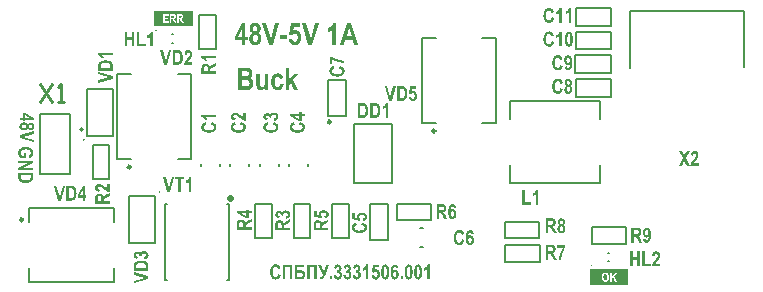
<source format=gto>
G04*
G04 #@! TF.GenerationSoftware,Altium Limited,Altium Designer,19.1.6 (110)*
G04*
G04 Layer_Color=65535*
%FSLAX43Y43*%
%MOMM*%
G71*
G01*
G75*
%ADD10C,0.200*%
%ADD11C,0.100*%
%ADD12C,0.250*%
%ADD13C,0.600*%
%ADD14C,0.127*%
%ADD15C,0.150*%
%ADD16C,0.254*%
G36*
X14750Y22000D02*
X11500D01*
Y23325D01*
X14750D01*
Y22000D01*
D02*
G37*
G36*
X21974Y18023D02*
X21991D01*
X22012Y18020D01*
X22056Y18015D01*
X22108Y18000D01*
X22161Y17982D01*
X22214Y17956D01*
X22264Y17921D01*
X22270Y17915D01*
X22284Y17900D01*
X22305Y17877D01*
X22331Y17842D01*
X22360Y17795D01*
X22390Y17739D01*
X22419Y17672D01*
X22442Y17593D01*
X22152Y17528D01*
Y17531D01*
X22149Y17537D01*
Y17549D01*
X22144Y17561D01*
X22132Y17596D01*
X22114Y17637D01*
X22088Y17675D01*
X22050Y17710D01*
X22029Y17722D01*
X22006Y17733D01*
X21977Y17739D01*
X21947Y17742D01*
X21930D01*
X21909Y17736D01*
X21883Y17730D01*
X21854Y17719D01*
X21824Y17704D01*
X21795Y17681D01*
X21769Y17648D01*
X21766Y17646D01*
X21760Y17631D01*
X21748Y17607D01*
X21737Y17575D01*
X21725Y17531D01*
X21713Y17476D01*
X21707Y17411D01*
X21704Y17376D01*
Y17335D01*
Y17332D01*
Y17323D01*
Y17312D01*
Y17297D01*
X21707Y17277D01*
Y17253D01*
X21713Y17200D01*
X21719Y17145D01*
X21731Y17089D01*
X21748Y17036D01*
X21757Y17013D01*
X21769Y16992D01*
X21772Y16990D01*
X21780Y16978D01*
X21795Y16960D01*
X21816Y16943D01*
X21842Y16925D01*
X21874Y16907D01*
X21909Y16896D01*
X21950Y16893D01*
X21965D01*
X21980Y16896D01*
X21997Y16899D01*
X22021Y16907D01*
X22044Y16916D01*
X22067Y16931D01*
X22088Y16949D01*
X22091Y16951D01*
X22097Y16960D01*
X22106Y16975D01*
X22120Y16995D01*
X22132Y17022D01*
X22144Y17057D01*
X22158Y17101D01*
X22167Y17151D01*
X22457Y17095D01*
Y17089D01*
X22451Y17074D01*
X22445Y17048D01*
X22436Y17019D01*
X22422Y16981D01*
X22407Y16940D01*
X22384Y16893D01*
X22357Y16849D01*
X22328Y16802D01*
X22290Y16758D01*
X22249Y16714D01*
X22199Y16676D01*
X22147Y16647D01*
X22085Y16621D01*
X22015Y16606D01*
X21939Y16600D01*
X21912D01*
X21895Y16603D01*
X21871Y16606D01*
X21845Y16612D01*
X21786Y16626D01*
X21754Y16638D01*
X21719Y16650D01*
X21687Y16667D01*
X21655Y16688D01*
X21619Y16711D01*
X21590Y16741D01*
X21561Y16773D01*
X21534Y16808D01*
Y16811D01*
X21529Y16817D01*
X21523Y16828D01*
X21514Y16846D01*
X21505Y16867D01*
X21493Y16890D01*
X21482Y16916D01*
X21470Y16949D01*
X21455Y16984D01*
X21444Y17022D01*
X21432Y17063D01*
X21423Y17107D01*
X21409Y17203D01*
X21406Y17256D01*
X21403Y17309D01*
Y17312D01*
Y17323D01*
Y17341D01*
X21406Y17367D01*
X21409Y17397D01*
X21411Y17429D01*
X21414Y17467D01*
X21420Y17505D01*
X21438Y17593D01*
X21467Y17681D01*
X21482Y17725D01*
X21502Y17766D01*
X21526Y17807D01*
X21552Y17842D01*
X21555Y17845D01*
X21558Y17851D01*
X21567Y17859D01*
X21578Y17871D01*
X21593Y17886D01*
X21611Y17900D01*
X21634Y17918D01*
X21657Y17935D01*
X21713Y17968D01*
X21780Y17997D01*
X21816Y18009D01*
X21857Y18017D01*
X21898Y18023D01*
X21942Y18026D01*
X21962D01*
X21974Y18023D01*
D02*
G37*
G36*
X21163Y16632D02*
X20887D01*
Y16834D01*
X20884Y16828D01*
X20876Y16817D01*
X20861Y16796D01*
X20843Y16770D01*
X20820Y16743D01*
X20791Y16714D01*
X20758Y16688D01*
X20723Y16662D01*
X20717Y16659D01*
X20706Y16653D01*
X20685Y16641D01*
X20659Y16632D01*
X20630Y16621D01*
X20594Y16609D01*
X20556Y16603D01*
X20515Y16600D01*
X20498D01*
X20474Y16603D01*
X20448Y16606D01*
X20419Y16615D01*
X20384Y16623D01*
X20351Y16638D01*
X20316Y16656D01*
X20313Y16659D01*
X20302Y16667D01*
X20287Y16679D01*
X20269Y16700D01*
X20249Y16720D01*
X20225Y16749D01*
X20205Y16782D01*
X20187Y16820D01*
X20184Y16826D01*
X20181Y16840D01*
X20176Y16864D01*
X20167Y16899D01*
X20158Y16943D01*
X20152Y16995D01*
X20149Y17060D01*
X20146Y17130D01*
Y17994D01*
X20442D01*
Y17367D01*
Y17364D01*
Y17356D01*
Y17341D01*
Y17323D01*
Y17303D01*
Y17279D01*
X20445Y17224D01*
Y17165D01*
X20448Y17110D01*
Y17083D01*
X20451Y17060D01*
Y17039D01*
X20454Y17025D01*
Y17022D01*
X20457Y17013D01*
X20460Y17001D01*
X20466Y16984D01*
X20486Y16949D01*
X20512Y16913D01*
X20515Y16910D01*
X20521Y16907D01*
X20530Y16902D01*
X20545Y16896D01*
X20562Y16887D01*
X20580Y16881D01*
X20603Y16878D01*
X20627Y16875D01*
X20638D01*
X20653Y16878D01*
X20671Y16881D01*
X20691Y16887D01*
X20714Y16896D01*
X20738Y16907D01*
X20761Y16925D01*
X20764Y16928D01*
X20773Y16934D01*
X20782Y16946D01*
X20796Y16963D01*
X20811Y16981D01*
X20826Y17004D01*
X20837Y17031D01*
X20846Y17060D01*
Y17063D01*
X20849Y17077D01*
X20852Y17101D01*
X20855Y17115D01*
X20858Y17136D01*
Y17156D01*
X20861Y17183D01*
Y17212D01*
X20864Y17244D01*
Y17282D01*
X20867Y17323D01*
Y17367D01*
Y17417D01*
Y17994D01*
X21163D01*
Y16632D01*
D02*
G37*
G36*
X22949Y17517D02*
X23295Y17994D01*
X23658D01*
X23274Y17493D01*
X23684Y16632D01*
X23368D01*
X23084Y17244D01*
X22949Y17069D01*
Y16632D01*
X22653D01*
Y18509D01*
X22949D01*
Y17517D01*
D02*
G37*
G36*
X19303Y18507D02*
X19356Y18504D01*
X19414Y18498D01*
X19473Y18489D01*
X19528Y18477D01*
X19552Y18471D01*
X19572Y18463D01*
X19578Y18460D01*
X19590Y18454D01*
X19607Y18442D01*
X19634Y18425D01*
X19660Y18401D01*
X19689Y18375D01*
X19719Y18340D01*
X19745Y18299D01*
X19748Y18293D01*
X19757Y18278D01*
X19769Y18255D01*
X19783Y18222D01*
X19795Y18181D01*
X19807Y18138D01*
X19815Y18088D01*
X19818Y18035D01*
Y18029D01*
Y18012D01*
X19815Y17985D01*
X19810Y17953D01*
X19804Y17915D01*
X19792Y17874D01*
X19777Y17833D01*
X19757Y17789D01*
X19754Y17783D01*
X19745Y17771D01*
X19733Y17751D01*
X19716Y17728D01*
X19692Y17701D01*
X19666Y17675D01*
X19634Y17651D01*
X19602Y17628D01*
X19605D01*
X19607Y17625D01*
X19625Y17619D01*
X19648Y17607D01*
X19678Y17590D01*
X19713Y17566D01*
X19748Y17537D01*
X19780Y17502D01*
X19812Y17461D01*
X19815Y17455D01*
X19824Y17441D01*
X19839Y17414D01*
X19853Y17382D01*
X19865Y17341D01*
X19880Y17291D01*
X19889Y17236D01*
X19892Y17174D01*
Y17171D01*
Y17165D01*
Y17154D01*
Y17139D01*
X19889Y17121D01*
X19886Y17101D01*
X19880Y17054D01*
X19868Y16998D01*
X19851Y16943D01*
X19824Y16884D01*
X19792Y16828D01*
Y16826D01*
X19786Y16823D01*
X19774Y16805D01*
X19754Y16782D01*
X19725Y16755D01*
X19692Y16723D01*
X19651Y16694D01*
X19607Y16670D01*
X19558Y16653D01*
X19552D01*
X19546Y16650D01*
X19537D01*
X19525Y16647D01*
X19511D01*
X19490Y16644D01*
X19470D01*
X19441Y16641D01*
X19411Y16638D01*
X19376D01*
X19335Y16635D01*
X19291D01*
X19241Y16632D01*
X18600D01*
Y18509D01*
X19279D01*
X19303Y18507D01*
D02*
G37*
G36*
X51650Y100D02*
X48400D01*
Y1425D01*
X51650D01*
Y100D01*
D02*
G37*
G36*
X31906Y1842D02*
X31926Y1840D01*
X31953Y1834D01*
X31982Y1824D01*
X32015Y1811D01*
X32047Y1791D01*
X32078Y1766D01*
X32082Y1762D01*
X32091Y1752D01*
X32105Y1733D01*
X32121Y1709D01*
X32138Y1676D01*
X32154Y1635D01*
X32170Y1588D01*
X32179Y1534D01*
X31986Y1508D01*
Y1510D01*
Y1514D01*
X31984Y1522D01*
X31982Y1530D01*
X31976Y1551D01*
X31967Y1579D01*
X31953Y1604D01*
X31933Y1625D01*
X31920Y1633D01*
X31906Y1641D01*
X31891Y1645D01*
X31873Y1647D01*
X31871D01*
X31863Y1645D01*
X31852Y1643D01*
X31836Y1639D01*
X31820Y1629D01*
X31803Y1618D01*
X31785Y1600D01*
X31768Y1577D01*
X31766Y1573D01*
X31764Y1569D01*
X31762Y1563D01*
X31758Y1553D01*
X31754Y1544D01*
X31750Y1530D01*
X31744Y1514D01*
X31740Y1497D01*
X31736Y1477D01*
X31733Y1454D01*
X31727Y1428D01*
X31723Y1399D01*
X31721Y1368D01*
X31717Y1333D01*
X31715Y1294D01*
X31717Y1296D01*
X31721Y1302D01*
X31729Y1311D01*
X31738Y1323D01*
X31752Y1337D01*
X31766Y1350D01*
X31781Y1362D01*
X31797Y1374D01*
X31799Y1376D01*
X31805Y1378D01*
X31814Y1382D01*
X31826Y1387D01*
X31842Y1393D01*
X31857Y1397D01*
X31877Y1399D01*
X31896Y1401D01*
X31908D01*
X31916Y1399D01*
X31939Y1395D01*
X31969Y1387D01*
X32002Y1374D01*
X32019Y1364D01*
X32037Y1354D01*
X32054Y1341D01*
X32072Y1325D01*
X32090Y1307D01*
X32107Y1288D01*
X32109Y1286D01*
X32111Y1282D01*
X32115Y1276D01*
X32121Y1267D01*
X32129Y1257D01*
X32136Y1243D01*
X32144Y1226D01*
X32154Y1208D01*
X32162Y1189D01*
X32170Y1165D01*
X32177Y1142D01*
X32185Y1114D01*
X32195Y1056D01*
X32199Y1023D01*
Y990D01*
Y988D01*
Y982D01*
Y970D01*
X32197Y956D01*
Y941D01*
X32193Y921D01*
X32191Y900D01*
X32187Y876D01*
X32175Y826D01*
X32158Y775D01*
X32148Y748D01*
X32134Y724D01*
X32121Y699D01*
X32103Y677D01*
X32101Y675D01*
X32099Y674D01*
X32093Y668D01*
X32086Y660D01*
X32066Y642D01*
X32039Y623D01*
X32004Y601D01*
X31963Y584D01*
X31941Y576D01*
X31918Y570D01*
X31893Y568D01*
X31867Y566D01*
X31861D01*
X31852Y568D01*
X31842D01*
X31828Y570D01*
X31813Y574D01*
X31777Y584D01*
X31758Y592D01*
X31736Y601D01*
X31715Y613D01*
X31694Y629D01*
X31672Y644D01*
X31653Y664D01*
X31631Y687D01*
X31612Y713D01*
X31610Y714D01*
X31608Y720D01*
X31602Y728D01*
X31596Y740D01*
X31588Y757D01*
X31580Y777D01*
X31571Y800D01*
X31563Y828D01*
X31553Y859D01*
X31543Y896D01*
X31536Y935D01*
X31528Y978D01*
X31522Y1027D01*
X31516Y1079D01*
X31514Y1136D01*
X31512Y1196D01*
Y1198D01*
Y1200D01*
Y1212D01*
Y1229D01*
X31514Y1253D01*
X31516Y1280D01*
X31518Y1313D01*
X31520Y1348D01*
X31526Y1387D01*
X31537Y1469D01*
X31555Y1551D01*
X31567Y1590D01*
X31582Y1627D01*
X31598Y1661D01*
X31616Y1692D01*
X31617Y1694D01*
X31621Y1698D01*
X31627Y1705D01*
X31635Y1715D01*
X31645Y1727D01*
X31658Y1741D01*
X31672Y1754D01*
X31690Y1768D01*
X31729Y1795D01*
X31774Y1821D01*
X31801Y1830D01*
X31828Y1838D01*
X31855Y1842D01*
X31887Y1844D01*
X31898D01*
X31906Y1842D01*
D02*
G37*
G36*
X21819Y1858D02*
X21833Y1856D01*
X21850Y1854D01*
X21870Y1850D01*
X21891Y1844D01*
X21936Y1830D01*
X21961Y1821D01*
X21985Y1809D01*
X22008Y1795D01*
X22034Y1780D01*
X22057Y1762D01*
X22078Y1741D01*
X22080D01*
X22082Y1737D01*
X22086Y1733D01*
X22092Y1725D01*
X22108Y1705D01*
X22125Y1678D01*
X22145Y1643D01*
X22166Y1600D01*
X22186Y1551D01*
X22201Y1493D01*
X21997Y1432D01*
Y1434D01*
Y1436D01*
X21993Y1450D01*
X21987Y1467D01*
X21979Y1491D01*
X21967Y1514D01*
X21954Y1542D01*
X21936Y1567D01*
X21917Y1588D01*
X21915Y1590D01*
X21907Y1596D01*
X21895Y1606D01*
X21878Y1616D01*
X21858Y1625D01*
X21835Y1635D01*
X21809Y1641D01*
X21780Y1643D01*
X21768D01*
X21760Y1641D01*
X21741Y1637D01*
X21714Y1631D01*
X21684Y1620D01*
X21653Y1602D01*
X21640Y1590D01*
X21624Y1577D01*
X21608Y1561D01*
X21595Y1544D01*
Y1542D01*
X21591Y1540D01*
X21589Y1534D01*
X21583Y1524D01*
X21579Y1514D01*
X21573Y1501D01*
X21565Y1485D01*
X21560Y1465D01*
X21554Y1444D01*
X21546Y1421D01*
X21540Y1393D01*
X21536Y1364D01*
X21530Y1333D01*
X21528Y1298D01*
X21524Y1259D01*
Y1218D01*
Y1216D01*
Y1208D01*
Y1196D01*
X21526Y1179D01*
Y1159D01*
X21528Y1138D01*
X21530Y1114D01*
X21532Y1087D01*
X21542Y1032D01*
X21554Y976D01*
X21562Y951D01*
X21569Y925D01*
X21581Y902D01*
X21593Y882D01*
Y880D01*
X21597Y878D01*
X21606Y867D01*
X21620Y851D01*
X21641Y833D01*
X21669Y814D01*
X21698Y798D01*
X21735Y787D01*
X21755Y785D01*
X21774Y783D01*
X21778D01*
X21788Y785D01*
X21803Y787D01*
X21823Y791D01*
X21844Y798D01*
X21868Y810D01*
X21891Y824D01*
X21915Y845D01*
X21917Y849D01*
X21924Y857D01*
X21936Y872D01*
X21948Y894D01*
X21963Y923D01*
X21977Y958D01*
X21991Y999D01*
X22002Y1048D01*
X22203Y970D01*
Y968D01*
X22201Y960D01*
X22197Y951D01*
X22194Y935D01*
X22190Y917D01*
X22182Y898D01*
X22174Y876D01*
X22166Y853D01*
X22143Y802D01*
X22116Y752D01*
X22084Y703D01*
X22065Y681D01*
X22045Y662D01*
X22043Y660D01*
X22039Y658D01*
X22034Y654D01*
X22026Y646D01*
X22016Y640D01*
X22002Y633D01*
X21987Y623D01*
X21971Y615D01*
X21932Y597D01*
X21887Y582D01*
X21835Y570D01*
X21807Y568D01*
X21778Y566D01*
X21768D01*
X21759Y568D01*
X21745D01*
X21727Y570D01*
X21708Y574D01*
X21686Y580D01*
X21663Y586D01*
X21638Y594D01*
X21610Y603D01*
X21583Y617D01*
X21556Y631D01*
X21528Y648D01*
X21503Y670D01*
X21476Y693D01*
X21452Y720D01*
X21450Y722D01*
X21446Y728D01*
X21439Y738D01*
X21431Y753D01*
X21419Y771D01*
X21407Y793D01*
X21394Y818D01*
X21382Y847D01*
X21368Y880D01*
X21355Y915D01*
X21343Y954D01*
X21331Y997D01*
X21324Y1044D01*
X21316Y1093D01*
X21312Y1146D01*
X21310Y1200D01*
Y1204D01*
Y1214D01*
X21312Y1231D01*
Y1253D01*
X21314Y1280D01*
X21318Y1311D01*
X21322Y1347D01*
X21327Y1384D01*
X21335Y1423D01*
X21345Y1464D01*
X21357Y1505D01*
X21370Y1547D01*
X21386Y1588D01*
X21405Y1627D01*
X21427Y1666D01*
X21452Y1702D01*
X21454Y1703D01*
X21458Y1709D01*
X21466Y1717D01*
X21476Y1727D01*
X21487Y1739D01*
X21503Y1752D01*
X21522Y1766D01*
X21542Y1782D01*
X21565Y1795D01*
X21591Y1809D01*
X21618Y1822D01*
X21647Y1834D01*
X21681Y1846D01*
X21716Y1854D01*
X21751Y1858D01*
X21790Y1860D01*
X21807D01*
X21819Y1858D01*
D02*
G37*
G36*
X25921Y886D02*
Y884D01*
X25919Y878D01*
X25916Y871D01*
X25910Y859D01*
X25904Y843D01*
X25898Y828D01*
X25882Y791D01*
X25863Y750D01*
X25841Y711D01*
X25820Y674D01*
X25808Y656D01*
X25797Y642D01*
X25795Y638D01*
X25787Y631D01*
X25773Y621D01*
X25756Y607D01*
X25734Y594D01*
X25711Y584D01*
X25683Y576D01*
X25652Y572D01*
X25623D01*
X25605Y574D01*
X25582Y576D01*
X25559Y578D01*
X25510Y588D01*
Y773D01*
X25539D01*
X25562Y771D01*
X25598D01*
X25611Y773D01*
X25627Y775D01*
X25644Y779D01*
X25662Y785D01*
X25678Y793D01*
X25691Y802D01*
X25693Y804D01*
X25697Y808D01*
X25703Y818D01*
X25711Y832D01*
X25720Y849D01*
X25730Y872D01*
X25740Y904D01*
X25752Y939D01*
X25375Y1838D01*
X25607D01*
X25845Y1188D01*
X26052Y1838D01*
X26267D01*
X25921Y886D01*
D02*
G37*
G36*
X28670Y1842D02*
X28682Y1840D01*
X28695Y1838D01*
X28726Y1832D01*
X28764Y1819D01*
X28801Y1801D01*
X28818Y1789D01*
X28836Y1776D01*
X28853Y1760D01*
X28869Y1742D01*
X28871Y1741D01*
X28873Y1739D01*
X28877Y1733D01*
X28883Y1725D01*
X28896Y1705D01*
X28912Y1678D01*
X28925Y1645D01*
X28939Y1608D01*
X28949Y1567D01*
X28953Y1545D01*
Y1522D01*
Y1518D01*
Y1508D01*
X28951Y1493D01*
X28949Y1473D01*
X28943Y1450D01*
X28937Y1425D01*
X28927Y1399D01*
X28914Y1374D01*
X28912Y1372D01*
X28906Y1362D01*
X28898Y1350D01*
X28886Y1335D01*
X28871Y1317D01*
X28851Y1298D01*
X28828Y1278D01*
X28803Y1259D01*
X28805D01*
X28806Y1257D01*
X28816Y1255D01*
X28832Y1247D01*
X28853Y1237D01*
X28875Y1224D01*
X28898Y1206D01*
X28922Y1185D01*
X28943Y1157D01*
X28945Y1153D01*
X28951Y1144D01*
X28961Y1126D01*
X28970Y1103D01*
X28980Y1075D01*
X28990Y1042D01*
X28996Y1003D01*
X28998Y960D01*
Y958D01*
Y952D01*
Y945D01*
X28996Y931D01*
X28994Y917D01*
X28992Y900D01*
X28990Y880D01*
X28984Y861D01*
X28972Y816D01*
X28955Y769D01*
X28943Y746D01*
X28929Y722D01*
X28912Y699D01*
X28894Y677D01*
X28892Y675D01*
X28890Y674D01*
X28885Y668D01*
X28877Y660D01*
X28867Y652D01*
X28855Y642D01*
X28826Y623D01*
X28791Y601D01*
X28750Y584D01*
X28726Y576D01*
X28703Y570D01*
X28678Y568D01*
X28652Y566D01*
X28639D01*
X28629Y568D01*
X28617D01*
X28604Y572D01*
X28572Y578D01*
X28535Y590D01*
X28498Y605D01*
X28459Y629D01*
X28440Y644D01*
X28422Y660D01*
X28420Y662D01*
X28418Y664D01*
X28414Y670D01*
X28407Y677D01*
X28401Y687D01*
X28391Y699D01*
X28383Y713D01*
X28373Y728D01*
X28356Y765D01*
X28338Y810D01*
X28323Y863D01*
X28315Y921D01*
X28508Y947D01*
Y943D01*
X28510Y931D01*
X28512Y915D01*
X28516Y896D01*
X28522Y874D01*
X28529Y851D01*
X28541Y830D01*
X28555Y810D01*
X28557Y808D01*
X28563Y802D01*
X28570Y796D01*
X28582Y789D01*
X28596Y779D01*
X28613Y773D01*
X28631Y767D01*
X28650Y765D01*
X28660D01*
X28672Y769D01*
X28686Y773D01*
X28701Y779D01*
X28719Y789D01*
X28736Y802D01*
X28752Y820D01*
X28754Y822D01*
X28758Y830D01*
X28766Y843D01*
X28773Y859D01*
X28781Y882D01*
X28789Y908D01*
X28793Y939D01*
X28795Y974D01*
Y976D01*
Y978D01*
Y990D01*
X28793Y1005D01*
X28789Y1025D01*
X28785Y1048D01*
X28777Y1071D01*
X28767Y1095D01*
X28754Y1116D01*
X28752Y1118D01*
X28746Y1124D01*
X28738Y1134D01*
X28726Y1144D01*
X28713Y1151D01*
X28697Y1161D01*
X28678Y1167D01*
X28656Y1169D01*
X28643D01*
X28631Y1167D01*
X28619Y1165D01*
X28604Y1161D01*
X28568Y1149D01*
X28588Y1347D01*
X28600D01*
X28615Y1348D01*
X28631Y1350D01*
X28650Y1356D01*
X28672Y1362D01*
X28691Y1374D01*
X28709Y1387D01*
X28711Y1389D01*
X28717Y1395D01*
X28723Y1405D01*
X28732Y1419D01*
X28740Y1436D01*
X28746Y1456D01*
X28752Y1479D01*
X28754Y1506D01*
Y1510D01*
Y1518D01*
X28752Y1530D01*
X28750Y1544D01*
X28746Y1561D01*
X28740Y1579D01*
X28732Y1594D01*
X28721Y1610D01*
X28719Y1612D01*
X28715Y1616D01*
X28709Y1622D01*
X28699Y1629D01*
X28687Y1635D01*
X28674Y1641D01*
X28656Y1645D01*
X28639Y1647D01*
X28631D01*
X28621Y1645D01*
X28609Y1641D01*
X28596Y1637D01*
X28582Y1629D01*
X28567Y1618D01*
X28553Y1604D01*
X28551Y1602D01*
X28547Y1596D01*
X28541Y1586D01*
X28533Y1573D01*
X28526Y1555D01*
X28520Y1534D01*
X28514Y1508D01*
X28510Y1479D01*
X28329Y1516D01*
Y1518D01*
X28330Y1524D01*
X28332Y1532D01*
X28334Y1544D01*
X28338Y1559D01*
X28342Y1575D01*
X28352Y1612D01*
X28368Y1653D01*
X28387Y1694D01*
X28410Y1733D01*
X28422Y1750D01*
X28438Y1766D01*
X28442Y1770D01*
X28453Y1778D01*
X28471Y1791D01*
X28494Y1805D01*
X28526Y1819D01*
X28561Y1832D01*
X28602Y1840D01*
X28647Y1844D01*
X28660D01*
X28670Y1842D01*
D02*
G37*
G36*
X27872Y1842D02*
X27884Y1840D01*
X27897Y1838D01*
X27929Y1832D01*
X27966Y1819D01*
X28003Y1801D01*
X28020Y1789D01*
X28038Y1776D01*
X28055Y1760D01*
X28071Y1742D01*
X28073Y1741D01*
X28075Y1739D01*
X28079Y1733D01*
X28085Y1725D01*
X28098Y1705D01*
X28114Y1678D01*
X28128Y1645D01*
X28141Y1608D01*
X28151Y1567D01*
X28155Y1545D01*
Y1522D01*
Y1518D01*
Y1508D01*
X28153Y1493D01*
X28151Y1473D01*
X28145Y1450D01*
X28139Y1425D01*
X28130Y1399D01*
X28116Y1374D01*
X28114Y1372D01*
X28108Y1362D01*
X28100Y1350D01*
X28089Y1335D01*
X28073Y1317D01*
X28053Y1298D01*
X28030Y1278D01*
X28005Y1259D01*
X28007D01*
X28009Y1257D01*
X28018Y1255D01*
X28034Y1247D01*
X28055Y1237D01*
X28077Y1224D01*
X28100Y1206D01*
X28124Y1185D01*
X28145Y1157D01*
X28147Y1153D01*
X28153Y1144D01*
X28163Y1126D01*
X28172Y1103D01*
X28182Y1075D01*
X28192Y1042D01*
X28198Y1003D01*
X28200Y960D01*
Y958D01*
Y952D01*
Y945D01*
X28198Y931D01*
X28196Y917D01*
X28194Y900D01*
X28192Y880D01*
X28186Y861D01*
X28174Y816D01*
X28157Y769D01*
X28145Y746D01*
X28132Y722D01*
X28114Y699D01*
X28096Y677D01*
X28094Y675D01*
X28093Y674D01*
X28087Y668D01*
X28079Y660D01*
X28069Y652D01*
X28057Y642D01*
X28028Y623D01*
X27993Y601D01*
X27952Y584D01*
X27929Y576D01*
X27905Y570D01*
X27880Y568D01*
X27855Y566D01*
X27841D01*
X27831Y568D01*
X27819D01*
X27806Y572D01*
X27775Y578D01*
X27737Y590D01*
X27700Y605D01*
X27661Y629D01*
X27642Y644D01*
X27624Y660D01*
X27622Y662D01*
X27620Y664D01*
X27617Y670D01*
X27609Y677D01*
X27603Y687D01*
X27593Y699D01*
X27585Y713D01*
X27576Y728D01*
X27558Y765D01*
X27540Y810D01*
X27525Y863D01*
X27517Y921D01*
X27710Y947D01*
Y943D01*
X27712Y931D01*
X27714Y915D01*
X27718Y896D01*
X27724Y874D01*
X27732Y851D01*
X27743Y830D01*
X27757Y810D01*
X27759Y808D01*
X27765Y802D01*
X27773Y796D01*
X27784Y789D01*
X27798Y779D01*
X27816Y773D01*
X27833Y767D01*
X27853Y765D01*
X27862D01*
X27874Y769D01*
X27888Y773D01*
X27903Y779D01*
X27921Y789D01*
X27938Y802D01*
X27954Y820D01*
X27956Y822D01*
X27960Y830D01*
X27968Y843D01*
X27975Y859D01*
X27983Y882D01*
X27991Y908D01*
X27995Y939D01*
X27997Y974D01*
Y976D01*
Y978D01*
Y990D01*
X27995Y1005D01*
X27991Y1025D01*
X27987Y1048D01*
X27979Y1071D01*
X27970Y1095D01*
X27956Y1116D01*
X27954Y1118D01*
X27948Y1124D01*
X27940Y1134D01*
X27929Y1144D01*
X27915Y1151D01*
X27899Y1161D01*
X27880Y1167D01*
X27858Y1169D01*
X27845D01*
X27833Y1167D01*
X27821Y1165D01*
X27806Y1161D01*
X27771Y1149D01*
X27790Y1347D01*
X27802D01*
X27817Y1348D01*
X27833Y1350D01*
X27853Y1356D01*
X27874Y1362D01*
X27894Y1374D01*
X27911Y1387D01*
X27913Y1389D01*
X27919Y1395D01*
X27925Y1405D01*
X27934Y1419D01*
X27942Y1436D01*
X27948Y1456D01*
X27954Y1479D01*
X27956Y1506D01*
Y1510D01*
Y1518D01*
X27954Y1530D01*
X27952Y1544D01*
X27948Y1561D01*
X27942Y1579D01*
X27934Y1594D01*
X27923Y1610D01*
X27921Y1612D01*
X27917Y1616D01*
X27911Y1622D01*
X27901Y1629D01*
X27890Y1635D01*
X27876Y1641D01*
X27858Y1645D01*
X27841Y1647D01*
X27833D01*
X27823Y1645D01*
X27812Y1641D01*
X27798Y1637D01*
X27784Y1629D01*
X27769Y1618D01*
X27755Y1604D01*
X27753Y1602D01*
X27749Y1596D01*
X27743Y1586D01*
X27736Y1573D01*
X27728Y1555D01*
X27722Y1534D01*
X27716Y1508D01*
X27712Y1479D01*
X27531Y1516D01*
Y1518D01*
X27533Y1524D01*
X27535Y1532D01*
X27537Y1544D01*
X27540Y1559D01*
X27544Y1575D01*
X27554Y1612D01*
X27570Y1653D01*
X27589Y1694D01*
X27613Y1733D01*
X27624Y1750D01*
X27640Y1766D01*
X27644Y1770D01*
X27656Y1778D01*
X27673Y1791D01*
X27697Y1805D01*
X27728Y1819D01*
X27763Y1832D01*
X27804Y1840D01*
X27849Y1844D01*
X27862D01*
X27872Y1842D01*
D02*
G37*
G36*
X27074D02*
X27086Y1840D01*
X27100Y1838D01*
X27131Y1832D01*
X27168Y1819D01*
X27205Y1801D01*
X27222Y1789D01*
X27240Y1776D01*
X27258Y1760D01*
X27273Y1742D01*
X27275Y1741D01*
X27277Y1739D01*
X27281Y1733D01*
X27287Y1725D01*
X27301Y1705D01*
X27316Y1678D01*
X27330Y1645D01*
X27343Y1608D01*
X27353Y1567D01*
X27357Y1545D01*
Y1522D01*
Y1518D01*
Y1508D01*
X27355Y1493D01*
X27353Y1473D01*
X27347Y1450D01*
X27341Y1425D01*
X27332Y1399D01*
X27318Y1374D01*
X27316Y1372D01*
X27310Y1362D01*
X27302Y1350D01*
X27291Y1335D01*
X27275Y1317D01*
X27256Y1298D01*
X27232Y1278D01*
X27207Y1259D01*
X27209D01*
X27211Y1257D01*
X27221Y1255D01*
X27236Y1247D01*
X27258Y1237D01*
X27279Y1224D01*
X27302Y1206D01*
X27326Y1185D01*
X27347Y1157D01*
X27349Y1153D01*
X27355Y1144D01*
X27365Y1126D01*
X27375Y1103D01*
X27384Y1075D01*
X27394Y1042D01*
X27400Y1003D01*
X27402Y960D01*
Y958D01*
Y952D01*
Y945D01*
X27400Y931D01*
X27398Y917D01*
X27396Y900D01*
X27394Y880D01*
X27388Y861D01*
X27377Y816D01*
X27359Y769D01*
X27347Y746D01*
X27334Y722D01*
X27316Y699D01*
X27299Y677D01*
X27297Y675D01*
X27295Y674D01*
X27289Y668D01*
X27281Y660D01*
X27271Y652D01*
X27260Y642D01*
X27230Y623D01*
X27195Y601D01*
X27154Y584D01*
X27131Y576D01*
X27107Y570D01*
X27082Y568D01*
X27057Y566D01*
X27043D01*
X27033Y568D01*
X27022D01*
X27008Y572D01*
X26977Y578D01*
X26940Y590D01*
X26903Y605D01*
X26864Y629D01*
X26844Y644D01*
X26826Y660D01*
X26825Y662D01*
X26823Y664D01*
X26819Y670D01*
X26811Y677D01*
X26805Y687D01*
X26795Y699D01*
X26787Y713D01*
X26778Y728D01*
X26760Y765D01*
X26743Y810D01*
X26727Y863D01*
X26719Y921D01*
X26912Y947D01*
Y943D01*
X26914Y931D01*
X26916Y915D01*
X26920Y896D01*
X26926Y874D01*
X26934Y851D01*
X26945Y830D01*
X26959Y810D01*
X26961Y808D01*
X26967Y802D01*
X26975Y796D01*
X26986Y789D01*
X27000Y779D01*
X27018Y773D01*
X27035Y767D01*
X27055Y765D01*
X27064D01*
X27076Y769D01*
X27090Y773D01*
X27105Y779D01*
X27123Y789D01*
X27141Y802D01*
X27156Y820D01*
X27158Y822D01*
X27162Y830D01*
X27170Y843D01*
X27178Y859D01*
X27185Y882D01*
X27193Y908D01*
X27197Y939D01*
X27199Y974D01*
Y976D01*
Y978D01*
Y990D01*
X27197Y1005D01*
X27193Y1025D01*
X27189Y1048D01*
X27182Y1071D01*
X27172Y1095D01*
X27158Y1116D01*
X27156Y1118D01*
X27150Y1124D01*
X27143Y1134D01*
X27131Y1144D01*
X27117Y1151D01*
X27102Y1161D01*
X27082Y1167D01*
X27061Y1169D01*
X27047D01*
X27035Y1167D01*
X27024Y1165D01*
X27008Y1161D01*
X26973Y1149D01*
X26992Y1347D01*
X27004D01*
X27020Y1348D01*
X27035Y1350D01*
X27055Y1356D01*
X27076Y1362D01*
X27096Y1374D01*
X27113Y1387D01*
X27115Y1389D01*
X27121Y1395D01*
X27127Y1405D01*
X27137Y1419D01*
X27144Y1436D01*
X27150Y1456D01*
X27156Y1479D01*
X27158Y1506D01*
Y1510D01*
Y1518D01*
X27156Y1530D01*
X27154Y1544D01*
X27150Y1561D01*
X27144Y1579D01*
X27137Y1594D01*
X27125Y1610D01*
X27123Y1612D01*
X27119Y1616D01*
X27113Y1622D01*
X27104Y1629D01*
X27092Y1635D01*
X27078Y1641D01*
X27061Y1645D01*
X27043Y1647D01*
X27035D01*
X27025Y1645D01*
X27014Y1641D01*
X27000Y1637D01*
X26986Y1629D01*
X26971Y1618D01*
X26957Y1604D01*
X26955Y1602D01*
X26951Y1596D01*
X26945Y1586D01*
X26938Y1573D01*
X26930Y1555D01*
X26924Y1534D01*
X26918Y1508D01*
X26914Y1479D01*
X26733Y1516D01*
Y1518D01*
X26735Y1524D01*
X26737Y1532D01*
X26739Y1544D01*
X26743Y1559D01*
X26747Y1575D01*
X26756Y1612D01*
X26772Y1653D01*
X26791Y1694D01*
X26815Y1733D01*
X26826Y1750D01*
X26842Y1766D01*
X26846Y1770D01*
X26858Y1778D01*
X26875Y1791D01*
X26899Y1805D01*
X26930Y1819D01*
X26965Y1832D01*
X27006Y1840D01*
X27051Y1844D01*
X27064D01*
X27074Y1842D01*
D02*
G37*
G36*
X30564Y1598D02*
X30195D01*
X30162Y1384D01*
X30166Y1386D01*
X30174Y1389D01*
X30188Y1397D01*
X30203Y1405D01*
X30225Y1413D01*
X30246Y1421D01*
X30271Y1425D01*
X30297Y1426D01*
X30309D01*
X30316Y1425D01*
X30340Y1421D01*
X30369Y1415D01*
X30400Y1403D01*
X30435Y1386D01*
X30453Y1374D01*
X30470Y1362D01*
X30488Y1347D01*
X30504Y1329D01*
X30506Y1327D01*
X30507Y1323D01*
X30513Y1317D01*
X30521Y1307D01*
X30529Y1296D01*
X30537Y1280D01*
X30547Y1263D01*
X30558Y1243D01*
X30568Y1222D01*
X30578Y1198D01*
X30586Y1171D01*
X30593Y1142D01*
X30601Y1112D01*
X30607Y1079D01*
X30609Y1044D01*
X30611Y1007D01*
Y1005D01*
Y999D01*
Y991D01*
X30609Y980D01*
Y964D01*
X30607Y949D01*
X30603Y929D01*
X30599Y908D01*
X30589Y861D01*
X30572Y810D01*
X30550Y757D01*
X30535Y730D01*
X30519Y705D01*
X30517Y703D01*
X30515Y699D01*
X30509Y691D01*
X30502Y683D01*
X30492Y674D01*
X30482Y662D01*
X30468Y648D01*
X30453Y636D01*
X30435Y623D01*
X30416Y609D01*
X30371Y588D01*
X30346Y580D01*
X30318Y572D01*
X30289Y568D01*
X30258Y566D01*
X30244D01*
X30234Y568D01*
X30223D01*
X30209Y570D01*
X30178Y578D01*
X30143Y588D01*
X30104Y603D01*
X30067Y625D01*
X30047Y638D01*
X30030Y654D01*
Y656D01*
X30026Y658D01*
X30022Y664D01*
X30016Y672D01*
X30008Y679D01*
X30000Y691D01*
X29991Y705D01*
X29981Y720D01*
X29963Y755D01*
X29946Y800D01*
X29930Y851D01*
X29920Y910D01*
X30117Y935D01*
Y931D01*
X30119Y921D01*
X30121Y906D01*
X30125Y888D01*
X30131Y867D01*
X30141Y845D01*
X30152Y826D01*
X30166Y806D01*
X30168Y804D01*
X30174Y798D01*
X30182Y791D01*
X30193Y783D01*
X30209Y775D01*
X30225Y767D01*
X30242Y761D01*
X30262Y759D01*
X30264D01*
X30271Y761D01*
X30283Y763D01*
X30297Y767D01*
X30314Y773D01*
X30330Y785D01*
X30348Y798D01*
X30365Y818D01*
X30367Y820D01*
X30373Y830D01*
X30379Y843D01*
X30389Y865D01*
X30396Y890D01*
X30402Y921D01*
X30408Y960D01*
X30410Y1003D01*
Y1005D01*
Y1009D01*
Y1015D01*
Y1023D01*
X30408Y1044D01*
X30404Y1069D01*
X30398Y1097D01*
X30390Y1126D01*
X30381Y1153D01*
X30365Y1177D01*
X30363Y1179D01*
X30357Y1187D01*
X30348Y1194D01*
X30336Y1206D01*
X30320Y1216D01*
X30301Y1226D01*
X30279Y1231D01*
X30256Y1233D01*
X30252D01*
X30242Y1231D01*
X30225Y1229D01*
X30205Y1222D01*
X30182Y1212D01*
X30156Y1194D01*
X30129Y1173D01*
X30117Y1157D01*
X30104Y1142D01*
X29944Y1167D01*
X30045Y1822D01*
X30564D01*
Y1598D01*
D02*
G37*
G36*
X34809Y588D02*
X34612D01*
Y1491D01*
X34610Y1489D01*
X34606Y1485D01*
X34600Y1479D01*
X34592Y1471D01*
X34583Y1460D01*
X34569Y1448D01*
X34538Y1421D01*
X34501Y1391D01*
X34458Y1362D01*
X34409Y1333D01*
X34356Y1309D01*
Y1528D01*
X34360Y1530D01*
X34370Y1534D01*
X34387Y1544D01*
X34409Y1555D01*
X34434Y1571D01*
X34462Y1592D01*
X34493Y1616D01*
X34526Y1645D01*
X34528Y1647D01*
X34530Y1649D01*
X34540Y1661D01*
X34555Y1678D01*
X34575Y1702D01*
X34594Y1731D01*
X34616Y1766D01*
X34633Y1803D01*
X34649Y1844D01*
X34809D01*
Y588D01*
D02*
G37*
G36*
X32548D02*
X32351D01*
Y828D01*
X32548D01*
Y588D01*
D02*
G37*
G36*
X29624D02*
X29427D01*
Y1491D01*
X29425Y1489D01*
X29421Y1485D01*
X29415Y1479D01*
X29407Y1471D01*
X29398Y1460D01*
X29384Y1448D01*
X29353Y1421D01*
X29316Y1391D01*
X29273Y1362D01*
X29224Y1333D01*
X29171Y1309D01*
Y1528D01*
X29175Y1530D01*
X29185Y1534D01*
X29202Y1544D01*
X29224Y1555D01*
X29249Y1571D01*
X29277Y1592D01*
X29308Y1616D01*
X29341Y1645D01*
X29343Y1647D01*
X29345Y1649D01*
X29355Y1661D01*
X29370Y1678D01*
X29390Y1702D01*
X29409Y1731D01*
X29431Y1766D01*
X29448Y1803D01*
X29464Y1844D01*
X29624D01*
Y588D01*
D02*
G37*
G36*
X26565Y588D02*
X26368D01*
Y828D01*
X26565D01*
Y588D01*
D02*
G37*
G36*
X25268D02*
X25061D01*
Y1625D01*
X24655D01*
Y588D01*
X24449D01*
Y1838D01*
X25268D01*
Y588D01*
D02*
G37*
G36*
X24185Y1625D02*
X23625D01*
Y1341D01*
X23934D01*
X23945Y1339D01*
X23959Y1337D01*
X23976Y1335D01*
X24014Y1327D01*
X24055Y1315D01*
X24097Y1296D01*
X24119Y1284D01*
X24140Y1270D01*
X24160Y1255D01*
X24179Y1235D01*
X24181Y1233D01*
X24183Y1231D01*
X24189Y1226D01*
X24195Y1216D01*
X24201Y1206D01*
X24211Y1194D01*
X24218Y1179D01*
X24228Y1163D01*
X24236Y1144D01*
X24246Y1124D01*
X24259Y1077D01*
X24271Y1023D01*
X24273Y993D01*
X24275Y962D01*
Y960D01*
Y956D01*
Y949D01*
X24273Y937D01*
Y925D01*
X24271Y910D01*
X24265Y874D01*
X24255Y833D01*
X24240Y789D01*
X24220Y744D01*
X24193Y701D01*
Y699D01*
X24189Y697D01*
X24185Y691D01*
X24177Y683D01*
X24168Y675D01*
X24158Y666D01*
X24144Y654D01*
X24129Y644D01*
X24111Y634D01*
X24092Y623D01*
X24068Y613D01*
X24043Y605D01*
X24016Y597D01*
X23986Y594D01*
X23953Y590D01*
X23918Y588D01*
X23419D01*
Y1838D01*
X24185D01*
Y1625D01*
D02*
G37*
G36*
X23202Y588D02*
X22995D01*
Y1625D01*
X22590D01*
Y588D01*
X22383D01*
Y1838D01*
X23202D01*
Y588D01*
D02*
G37*
G36*
X33863Y1842D02*
X33874Y1840D01*
X33890Y1836D01*
X33923Y1826D01*
X33943Y1819D01*
X33962Y1809D01*
X33982Y1797D01*
X34003Y1783D01*
X34023Y1768D01*
X34042Y1748D01*
X34062Y1727D01*
X34079Y1702D01*
X34081Y1700D01*
X34083Y1696D01*
X34087Y1686D01*
X34095Y1674D01*
X34101Y1659D01*
X34109Y1637D01*
X34118Y1614D01*
X34126Y1586D01*
X34136Y1553D01*
X34144Y1518D01*
X34151Y1477D01*
X34159Y1432D01*
X34165Y1382D01*
X34169Y1327D01*
X34171Y1268D01*
X34173Y1204D01*
Y1200D01*
Y1189D01*
Y1171D01*
X34171Y1146D01*
Y1118D01*
X34169Y1085D01*
X34165Y1048D01*
X34161Y1009D01*
X34150Y927D01*
X34134Y845D01*
X34122Y806D01*
X34110Y769D01*
X34095Y736D01*
X34079Y707D01*
X34077Y705D01*
X34075Y701D01*
X34070Y693D01*
X34064Y685D01*
X34042Y662D01*
X34015Y636D01*
X33980Y611D01*
X33939Y588D01*
X33917Y580D01*
X33892Y572D01*
X33867Y568D01*
X33839Y566D01*
X33833D01*
X33826Y568D01*
X33814D01*
X33802Y570D01*
X33787Y574D01*
X33754Y584D01*
X33734Y592D01*
X33714Y601D01*
X33695Y611D01*
X33674Y625D01*
X33654Y642D01*
X33635Y660D01*
X33615Y681D01*
X33597Y707D01*
Y709D01*
X33594Y713D01*
X33590Y722D01*
X33584Y734D01*
X33576Y750D01*
X33568Y771D01*
X33560Y794D01*
X33553Y822D01*
X33543Y853D01*
X33535Y890D01*
X33527Y931D01*
X33519Y976D01*
X33514Y1027D01*
X33510Y1081D01*
X33508Y1142D01*
X33506Y1206D01*
Y1208D01*
Y1210D01*
Y1222D01*
Y1239D01*
X33508Y1263D01*
Y1292D01*
X33512Y1325D01*
X33514Y1362D01*
X33517Y1401D01*
X33529Y1483D01*
X33545Y1565D01*
X33555Y1602D01*
X33568Y1639D01*
X33582Y1672D01*
X33597Y1702D01*
X33599Y1703D01*
X33601Y1707D01*
X33607Y1715D01*
X33615Y1723D01*
X33635Y1746D01*
X33662Y1774D01*
X33697Y1799D01*
X33738Y1822D01*
X33759Y1830D01*
X33785Y1838D01*
X33810Y1842D01*
X33837Y1844D01*
X33851D01*
X33863Y1842D01*
D02*
G37*
G36*
X33065D02*
X33077Y1840D01*
X33092Y1836D01*
X33125Y1826D01*
X33145Y1819D01*
X33164Y1809D01*
X33184Y1797D01*
X33205Y1783D01*
X33225Y1768D01*
X33244Y1748D01*
X33264Y1727D01*
X33281Y1702D01*
X33283Y1700D01*
X33285Y1696D01*
X33289Y1686D01*
X33297Y1674D01*
X33303Y1659D01*
X33311Y1637D01*
X33320Y1614D01*
X33328Y1586D01*
X33338Y1553D01*
X33346Y1518D01*
X33354Y1477D01*
X33361Y1432D01*
X33367Y1382D01*
X33371Y1327D01*
X33373Y1268D01*
X33375Y1204D01*
Y1200D01*
Y1189D01*
Y1171D01*
X33373Y1146D01*
Y1118D01*
X33371Y1085D01*
X33367Y1048D01*
X33363Y1009D01*
X33352Y927D01*
X33336Y845D01*
X33324Y806D01*
X33313Y769D01*
X33297Y736D01*
X33281Y707D01*
X33279Y705D01*
X33278Y701D01*
X33272Y693D01*
X33266Y685D01*
X33244Y662D01*
X33217Y636D01*
X33182Y611D01*
X33141Y588D01*
X33120Y580D01*
X33094Y572D01*
X33069Y568D01*
X33041Y566D01*
X33036D01*
X33028Y568D01*
X33016D01*
X33004Y570D01*
X32989Y574D01*
X32956Y584D01*
X32936Y592D01*
X32917Y601D01*
X32897Y611D01*
X32876Y625D01*
X32856Y642D01*
X32837Y660D01*
X32817Y681D01*
X32800Y707D01*
Y709D01*
X32796Y713D01*
X32792Y722D01*
X32786Y734D01*
X32778Y750D01*
X32770Y771D01*
X32763Y794D01*
X32755Y822D01*
X32745Y853D01*
X32737Y890D01*
X32729Y931D01*
X32722Y976D01*
X32716Y1027D01*
X32712Y1081D01*
X32710Y1142D01*
X32708Y1206D01*
Y1208D01*
Y1210D01*
Y1222D01*
Y1239D01*
X32710Y1263D01*
Y1292D01*
X32714Y1325D01*
X32716Y1362D01*
X32720Y1401D01*
X32731Y1483D01*
X32747Y1565D01*
X32757Y1602D01*
X32770Y1639D01*
X32784Y1672D01*
X32800Y1702D01*
X32802Y1703D01*
X32804Y1707D01*
X32809Y1715D01*
X32817Y1723D01*
X32837Y1746D01*
X32864Y1774D01*
X32899Y1799D01*
X32940Y1822D01*
X32962Y1830D01*
X32987Y1838D01*
X33012Y1842D01*
X33040Y1844D01*
X33053D01*
X33065Y1842D01*
D02*
G37*
G36*
X31071D02*
X31083Y1840D01*
X31099Y1836D01*
X31132Y1826D01*
X31151Y1819D01*
X31171Y1809D01*
X31190Y1797D01*
X31212Y1783D01*
X31231Y1768D01*
X31251Y1748D01*
X31270Y1727D01*
X31288Y1702D01*
X31290Y1700D01*
X31292Y1696D01*
X31296Y1686D01*
X31303Y1674D01*
X31309Y1659D01*
X31317Y1637D01*
X31327Y1614D01*
X31335Y1586D01*
X31344Y1553D01*
X31352Y1518D01*
X31360Y1477D01*
X31368Y1432D01*
X31374Y1382D01*
X31378Y1327D01*
X31379Y1268D01*
X31381Y1204D01*
Y1200D01*
Y1189D01*
Y1171D01*
X31379Y1146D01*
Y1118D01*
X31378Y1085D01*
X31374Y1048D01*
X31370Y1009D01*
X31358Y927D01*
X31342Y845D01*
X31331Y806D01*
X31319Y769D01*
X31303Y736D01*
X31288Y707D01*
X31286Y705D01*
X31284Y701D01*
X31278Y693D01*
X31272Y685D01*
X31251Y662D01*
X31223Y636D01*
X31188Y611D01*
X31147Y588D01*
X31126Y580D01*
X31101Y572D01*
X31075Y568D01*
X31048Y566D01*
X31042D01*
X31034Y568D01*
X31022D01*
X31011Y570D01*
X30995Y574D01*
X30962Y584D01*
X30943Y592D01*
X30923Y601D01*
X30903Y611D01*
X30882Y625D01*
X30863Y642D01*
X30843Y660D01*
X30824Y681D01*
X30806Y707D01*
Y709D01*
X30802Y713D01*
X30798Y722D01*
X30792Y734D01*
X30785Y750D01*
X30777Y771D01*
X30769Y794D01*
X30761Y822D01*
X30751Y853D01*
X30744Y890D01*
X30736Y931D01*
X30728Y976D01*
X30722Y1027D01*
X30718Y1081D01*
X30716Y1142D01*
X30714Y1206D01*
Y1208D01*
Y1210D01*
Y1222D01*
Y1239D01*
X30716Y1263D01*
Y1292D01*
X30720Y1325D01*
X30722Y1362D01*
X30726Y1401D01*
X30738Y1483D01*
X30753Y1565D01*
X30763Y1602D01*
X30777Y1639D01*
X30790Y1672D01*
X30806Y1702D01*
X30808Y1703D01*
X30810Y1707D01*
X30816Y1715D01*
X30824Y1723D01*
X30843Y1746D01*
X30870Y1774D01*
X30905Y1799D01*
X30946Y1822D01*
X30968Y1830D01*
X30993Y1838D01*
X31019Y1842D01*
X31046Y1844D01*
X31060D01*
X31071Y1842D01*
D02*
G37*
G36*
X22740Y20933D02*
X22157D01*
Y21293D01*
X22740D01*
Y20933D01*
D02*
G37*
G36*
X24889Y20432D02*
X24553D01*
X24005Y22309D01*
X24342D01*
X24731Y20918D01*
X25106Y22309D01*
X25440D01*
X24889Y20432D01*
D02*
G37*
G36*
X21539D02*
X21202D01*
X20655Y22309D01*
X20991D01*
X21381Y20918D01*
X21756Y22309D01*
X22090D01*
X21539Y20432D01*
D02*
G37*
G36*
X23870Y21949D02*
X23317D01*
X23267Y21627D01*
X23273Y21630D01*
X23285Y21636D01*
X23305Y21648D01*
X23328Y21659D01*
X23361Y21671D01*
X23393Y21683D01*
X23431Y21689D01*
X23469Y21692D01*
X23487D01*
X23498Y21689D01*
X23533Y21683D01*
X23577Y21674D01*
X23624Y21656D01*
X23677Y21630D01*
X23703Y21612D01*
X23730Y21595D01*
X23756Y21571D01*
X23779Y21545D01*
X23782Y21542D01*
X23785Y21536D01*
X23794Y21528D01*
X23806Y21513D01*
X23818Y21495D01*
X23829Y21472D01*
X23844Y21446D01*
X23861Y21416D01*
X23876Y21384D01*
X23891Y21349D01*
X23902Y21308D01*
X23914Y21264D01*
X23926Y21220D01*
X23935Y21170D01*
X23938Y21118D01*
X23941Y21062D01*
Y21059D01*
Y21050D01*
Y21038D01*
X23938Y21021D01*
Y20997D01*
X23935Y20974D01*
X23929Y20945D01*
X23923Y20913D01*
X23908Y20842D01*
X23882Y20766D01*
X23850Y20687D01*
X23826Y20646D01*
X23803Y20608D01*
X23800Y20605D01*
X23797Y20599D01*
X23788Y20587D01*
X23777Y20576D01*
X23762Y20561D01*
X23747Y20544D01*
X23727Y20523D01*
X23703Y20505D01*
X23677Y20485D01*
X23648Y20464D01*
X23580Y20432D01*
X23542Y20420D01*
X23501Y20409D01*
X23457Y20403D01*
X23410Y20400D01*
X23390D01*
X23375Y20403D01*
X23358D01*
X23337Y20406D01*
X23290Y20418D01*
X23238Y20432D01*
X23179Y20456D01*
X23123Y20488D01*
X23094Y20508D01*
X23068Y20532D01*
Y20535D01*
X23062Y20538D01*
X23056Y20546D01*
X23047Y20558D01*
X23036Y20570D01*
X23024Y20587D01*
X23009Y20608D01*
X22995Y20631D01*
X22968Y20684D01*
X22942Y20751D01*
X22918Y20828D01*
X22904Y20915D01*
X23200Y20954D01*
Y20948D01*
X23203Y20933D01*
X23205Y20910D01*
X23211Y20883D01*
X23220Y20851D01*
X23235Y20819D01*
X23252Y20790D01*
X23273Y20760D01*
X23276Y20757D01*
X23285Y20749D01*
X23296Y20737D01*
X23314Y20725D01*
X23337Y20713D01*
X23361Y20702D01*
X23387Y20693D01*
X23416Y20690D01*
X23419D01*
X23431Y20693D01*
X23449Y20696D01*
X23469Y20702D01*
X23495Y20710D01*
X23519Y20728D01*
X23545Y20749D01*
X23572Y20778D01*
X23574Y20781D01*
X23583Y20795D01*
X23592Y20816D01*
X23607Y20848D01*
X23618Y20886D01*
X23627Y20933D01*
X23636Y20992D01*
X23639Y21056D01*
Y21059D01*
Y21065D01*
Y21074D01*
Y21085D01*
X23636Y21118D01*
X23630Y21156D01*
X23621Y21197D01*
X23610Y21241D01*
X23595Y21282D01*
X23572Y21317D01*
X23569Y21320D01*
X23560Y21331D01*
X23545Y21343D01*
X23528Y21361D01*
X23504Y21375D01*
X23475Y21390D01*
X23443Y21399D01*
X23408Y21402D01*
X23402D01*
X23387Y21399D01*
X23361Y21396D01*
X23331Y21384D01*
X23296Y21369D01*
X23258Y21343D01*
X23217Y21311D01*
X23200Y21287D01*
X23179Y21264D01*
X22939Y21302D01*
X23091Y22286D01*
X23870D01*
Y21949D01*
D02*
G37*
G36*
X28779Y20432D02*
X28442D01*
X28310Y20857D01*
X27692D01*
X27563Y20432D01*
X27235D01*
X27830Y22309D01*
X28164D01*
X28779Y20432D01*
D02*
G37*
G36*
X26887D02*
X26591D01*
Y21788D01*
X26588Y21785D01*
X26582Y21779D01*
X26573Y21771D01*
X26562Y21759D01*
X26547Y21741D01*
X26526Y21724D01*
X26480Y21683D01*
X26424Y21639D01*
X26360Y21595D01*
X26286Y21551D01*
X26207Y21516D01*
Y21844D01*
X26213Y21847D01*
X26228Y21853D01*
X26254Y21867D01*
X26286Y21885D01*
X26324Y21908D01*
X26365Y21940D01*
X26412Y21976D01*
X26462Y22020D01*
X26465Y22022D01*
X26468Y22025D01*
X26483Y22043D01*
X26506Y22069D01*
X26535Y22104D01*
X26565Y22148D01*
X26597Y22201D01*
X26623Y22257D01*
X26647Y22318D01*
X26887D01*
Y20432D01*
D02*
G37*
G36*
X19217Y21129D02*
X19407D01*
Y20810D01*
X19217D01*
Y20432D01*
X18930D01*
Y20810D01*
X18300D01*
Y21126D01*
X18965Y22318D01*
X19217D01*
Y21129D01*
D02*
G37*
G36*
X20086Y22315D02*
X20104D01*
X20127Y22312D01*
X20177Y22301D01*
X20233Y22283D01*
X20289Y22260D01*
X20344Y22225D01*
X20371Y22201D01*
X20394Y22178D01*
Y22175D01*
X20400Y22172D01*
X20406Y22163D01*
X20412Y22151D01*
X20432Y22122D01*
X20455Y22081D01*
X20476Y22031D01*
X20496Y21973D01*
X20508Y21908D01*
X20514Y21835D01*
Y21829D01*
Y21812D01*
X20511Y21788D01*
X20508Y21756D01*
X20499Y21718D01*
X20491Y21677D01*
X20476Y21639D01*
X20455Y21598D01*
X20453Y21595D01*
X20447Y21580D01*
X20432Y21563D01*
X20414Y21542D01*
X20394Y21516D01*
X20368Y21492D01*
X20338Y21466D01*
X20303Y21446D01*
X20306D01*
X20309Y21443D01*
X20324Y21434D01*
X20347Y21419D01*
X20376Y21399D01*
X20406Y21372D01*
X20438Y21343D01*
X20470Y21305D01*
X20496Y21264D01*
X20499Y21258D01*
X20508Y21243D01*
X20517Y21220D01*
X20532Y21185D01*
X20543Y21144D01*
X20552Y21097D01*
X20561Y21041D01*
X20564Y20980D01*
Y20977D01*
Y20971D01*
Y20962D01*
Y20951D01*
X20561Y20918D01*
X20555Y20877D01*
X20546Y20828D01*
X20535Y20778D01*
X20520Y20725D01*
X20496Y20672D01*
X20494Y20667D01*
X20485Y20652D01*
X20470Y20628D01*
X20450Y20599D01*
X20423Y20564D01*
X20394Y20532D01*
X20359Y20500D01*
X20318Y20470D01*
X20312Y20467D01*
X20297Y20459D01*
X20274Y20447D01*
X20242Y20435D01*
X20204Y20423D01*
X20160Y20412D01*
X20113Y20403D01*
X20060Y20400D01*
X20040D01*
X20022Y20403D01*
X20004Y20406D01*
X19981Y20409D01*
X19931Y20420D01*
X19873Y20438D01*
X19811Y20464D01*
X19779Y20482D01*
X19750Y20503D01*
X19720Y20526D01*
X19691Y20552D01*
X19688Y20555D01*
X19685Y20558D01*
X19679Y20570D01*
X19668Y20582D01*
X19659Y20596D01*
X19647Y20614D01*
X19633Y20637D01*
X19621Y20664D01*
X19606Y20690D01*
X19594Y20722D01*
X19571Y20792D01*
X19553Y20874D01*
X19551Y20921D01*
X19548Y20968D01*
Y20971D01*
Y20977D01*
Y20986D01*
Y20997D01*
X19551Y21030D01*
X19556Y21068D01*
X19562Y21115D01*
X19574Y21161D01*
X19592Y21211D01*
X19612Y21258D01*
X19615Y21264D01*
X19624Y21279D01*
X19641Y21299D01*
X19662Y21328D01*
X19688Y21358D01*
X19720Y21390D01*
X19758Y21419D01*
X19802Y21446D01*
X19797Y21448D01*
X19785Y21457D01*
X19764Y21469D01*
X19741Y21487D01*
X19715Y21510D01*
X19688Y21536D01*
X19662Y21566D01*
X19638Y21601D01*
X19635Y21607D01*
X19630Y21618D01*
X19621Y21639D01*
X19612Y21665D01*
X19600Y21700D01*
X19592Y21741D01*
X19586Y21785D01*
X19583Y21835D01*
Y21838D01*
Y21844D01*
Y21856D01*
X19586Y21870D01*
Y21891D01*
X19589Y21911D01*
X19597Y21961D01*
X19615Y22017D01*
X19635Y22075D01*
X19668Y22134D01*
X19685Y22160D01*
X19709Y22186D01*
X19712Y22189D01*
X19715Y22192D01*
X19732Y22207D01*
X19758Y22227D01*
X19799Y22254D01*
X19846Y22277D01*
X19905Y22298D01*
X19972Y22312D01*
X20010Y22318D01*
X20069D01*
X20086Y22315D01*
D02*
G37*
G36*
X661Y11798D02*
X679D01*
X700Y11796D01*
X722Y11794D01*
X747Y11792D01*
X804Y11782D01*
X862Y11771D01*
X923Y11755D01*
X979Y11732D01*
X981D01*
X985Y11728D01*
X993Y11724D01*
X1003Y11720D01*
X1016Y11712D01*
X1030Y11704D01*
X1061Y11683D01*
X1096Y11658D01*
X1133Y11628D01*
X1168Y11593D01*
X1198Y11554D01*
Y11552D01*
X1202Y11548D01*
X1206Y11542D01*
X1209Y11535D01*
X1215Y11525D01*
X1221Y11511D01*
X1227Y11498D01*
X1235Y11480D01*
X1248Y11441D01*
X1260Y11396D01*
X1268Y11345D01*
X1272Y11291D01*
Y11273D01*
X1270Y11260D01*
Y11244D01*
X1266Y11226D01*
X1264Y11207D01*
X1260Y11186D01*
X1248Y11139D01*
X1231Y11090D01*
X1221Y11067D01*
X1207Y11041D01*
X1194Y11020D01*
X1176Y10998D01*
X1174Y10996D01*
X1172Y10992D01*
X1167Y10988D01*
X1159Y10981D01*
X1149Y10971D01*
X1137Y10961D01*
X1124Y10949D01*
X1108Y10938D01*
X1089Y10926D01*
X1069Y10914D01*
X1046Y10903D01*
X1022Y10891D01*
X995Y10879D01*
X966Y10870D01*
X936Y10862D01*
X903Y10854D01*
X856Y11059D01*
X858D01*
X860Y11061D01*
X872Y11063D01*
X890Y11068D01*
X911Y11078D01*
X934Y11090D01*
X958Y11106D01*
X981Y11123D01*
X1003Y11145D01*
X1005Y11147D01*
X1010Y11154D01*
X1020Y11168D01*
X1030Y11186D01*
X1038Y11207D01*
X1048Y11232D01*
X1053Y11260D01*
X1055Y11291D01*
Y11305D01*
X1053Y11312D01*
X1051Y11324D01*
X1049Y11338D01*
X1042Y11367D01*
X1030Y11402D01*
X1012Y11437D01*
X1001Y11455D01*
X987Y11472D01*
X970Y11490D01*
X952Y11505D01*
X950D01*
X948Y11509D01*
X940Y11513D01*
X932Y11517D01*
X921Y11523D01*
X909Y11531D01*
X891Y11539D01*
X874Y11544D01*
X852Y11552D01*
X829Y11560D01*
X804Y11566D01*
X776Y11574D01*
X745Y11578D01*
X712Y11582D01*
X677Y11585D01*
X638D01*
X636D01*
X628D01*
X616D01*
X601Y11583D01*
X581D01*
X560Y11582D01*
X536Y11578D01*
X511Y11574D01*
X456Y11564D01*
X398Y11548D01*
X343Y11527D01*
X318Y11513D01*
X295Y11498D01*
X293D01*
X291Y11494D01*
X279Y11484D01*
X263Y11466D01*
X246Y11443D01*
X226Y11414D01*
X211Y11379D01*
X199Y11338D01*
X197Y11314D01*
X195Y11291D01*
Y11281D01*
X197Y11267D01*
X199Y11252D01*
X201Y11234D01*
X207Y11213D01*
X213Y11189D01*
X222Y11166D01*
X224Y11162D01*
X228Y11154D01*
X234Y11143D01*
X244Y11127D01*
X254Y11107D01*
X267Y11088D01*
X283Y11067D01*
X300Y11047D01*
X458D01*
Y11285D01*
X671D01*
Y10840D01*
X172D01*
X168Y10844D01*
X158Y10852D01*
X144Y10868D01*
X125Y10889D01*
X103Y10918D01*
X80Y10949D01*
X57Y10988D01*
X35Y11033D01*
Y11035D01*
X33Y11039D01*
X29Y11045D01*
X27Y11055D01*
X21Y11067D01*
X18Y11078D01*
X8Y11109D01*
X-4Y11148D01*
X-12Y11189D01*
X-20Y11234D01*
X-21Y11281D01*
Y11297D01*
X-20Y11306D01*
Y11320D01*
X-18Y11336D01*
X-12Y11371D01*
X-4Y11414D01*
X10Y11459D01*
X27Y11505D01*
X53Y11550D01*
Y11552D01*
X57Y11556D01*
X60Y11562D01*
X66Y11570D01*
X84Y11589D01*
X109Y11617D01*
X140Y11646D01*
X178Y11677D01*
X222Y11706D01*
X275Y11734D01*
X277D01*
X283Y11736D01*
X291Y11740D01*
X302Y11743D01*
X316Y11749D01*
X334Y11755D01*
X353Y11761D01*
X375Y11767D01*
X400Y11773D01*
X427Y11779D01*
X456Y11784D01*
X486Y11790D01*
X554Y11798D01*
X626Y11800D01*
X628D01*
X636D01*
X646D01*
X661Y11798D01*
D02*
G37*
G36*
X1250Y10442D02*
X414Y10023D01*
X1250D01*
Y9830D01*
X0D01*
Y10038D01*
X815Y10450D01*
X0D01*
Y10643D01*
X1250D01*
Y10442D01*
D02*
G37*
G36*
Y9204D02*
X1248Y9190D01*
X1247Y9157D01*
X1243Y9122D01*
X1237Y9087D01*
X1229Y9051D01*
X1217Y9022D01*
X1215Y9018D01*
X1211Y9010D01*
X1204Y8995D01*
X1192Y8977D01*
X1178Y8956D01*
X1159Y8934D01*
X1137Y8911D01*
X1110Y8888D01*
X1106Y8886D01*
X1096Y8878D01*
X1079Y8866D01*
X1057Y8852D01*
X1028Y8837D01*
X995Y8819D01*
X956Y8804D01*
X913Y8790D01*
X911D01*
X907Y8788D01*
X901Y8786D01*
X891Y8784D01*
X880Y8782D01*
X866Y8778D01*
X849Y8776D01*
X829Y8772D01*
X810Y8769D01*
X786Y8767D01*
X733Y8761D01*
X675Y8757D01*
X611Y8755D01*
X609D01*
X603D01*
X595D01*
X583D01*
X570Y8757D01*
X554D01*
X535Y8759D01*
X515D01*
X470Y8765D01*
X423Y8771D01*
X376Y8780D01*
X330Y8792D01*
X328D01*
X324Y8794D01*
X318Y8796D01*
X310Y8798D01*
X289Y8808D01*
X261Y8817D01*
X232Y8831D01*
X199Y8847D01*
X170Y8866D01*
X140Y8886D01*
X137Y8888D01*
X129Y8895D01*
X117Y8907D01*
X101Y8925D01*
X84Y8944D01*
X66Y8968D01*
X51Y8993D01*
X35Y9022D01*
X33Y9026D01*
X29Y9036D01*
X23Y9053D01*
X18Y9077D01*
X12Y9108D01*
X6Y9143D01*
X2Y9182D01*
X0Y9227D01*
Y9615D01*
X1250D01*
Y9204D01*
D02*
G37*
G36*
X1356Y14257D02*
Y14089D01*
X564D01*
Y13963D01*
X352D01*
Y14089D01*
X100D01*
Y14281D01*
X352D01*
Y14700D01*
X562D01*
X1356Y14257D01*
D02*
G37*
G36*
X498Y13867D02*
X523Y13863D01*
X555Y13859D01*
X586Y13851D01*
X619Y13840D01*
X650Y13826D01*
X654Y13824D01*
X664Y13818D01*
X677Y13807D01*
X697Y13793D01*
X716Y13775D01*
X738Y13754D01*
X757Y13729D01*
X775Y13699D01*
X777Y13703D01*
X783Y13711D01*
X791Y13725D01*
X802Y13740D01*
X818Y13758D01*
X835Y13775D01*
X855Y13793D01*
X878Y13809D01*
X882Y13810D01*
X890Y13814D01*
X904Y13820D01*
X921Y13826D01*
X945Y13834D01*
X972Y13840D01*
X1001Y13844D01*
X1034Y13846D01*
X1036D01*
X1040D01*
X1048D01*
X1058Y13844D01*
X1071D01*
X1085Y13842D01*
X1118Y13836D01*
X1155Y13824D01*
X1194Y13810D01*
X1233Y13789D01*
X1251Y13777D01*
X1268Y13762D01*
X1270Y13760D01*
X1272Y13758D01*
X1282Y13746D01*
X1296Y13729D01*
X1313Y13701D01*
X1329Y13670D01*
X1343Y13631D01*
X1352Y13586D01*
X1356Y13561D01*
Y13522D01*
X1354Y13510D01*
Y13498D01*
X1352Y13483D01*
X1345Y13450D01*
X1333Y13413D01*
X1317Y13375D01*
X1294Y13338D01*
X1278Y13321D01*
X1263Y13305D01*
X1261D01*
X1259Y13301D01*
X1253Y13297D01*
X1245Y13294D01*
X1226Y13280D01*
X1198Y13264D01*
X1165Y13251D01*
X1126Y13237D01*
X1083Y13229D01*
X1034Y13225D01*
X1030D01*
X1019D01*
X1003Y13227D01*
X982Y13229D01*
X956Y13235D01*
X929Y13241D01*
X904Y13251D01*
X876Y13264D01*
X874Y13266D01*
X865Y13270D01*
X853Y13280D01*
X839Y13292D01*
X822Y13305D01*
X806Y13323D01*
X789Y13342D01*
X775Y13366D01*
Y13364D01*
X773Y13362D01*
X767Y13352D01*
X757Y13336D01*
X744Y13317D01*
X726Y13297D01*
X707Y13276D01*
X681Y13255D01*
X654Y13237D01*
X650Y13235D01*
X640Y13229D01*
X625Y13223D01*
X601Y13214D01*
X574Y13206D01*
X543Y13200D01*
X506Y13194D01*
X465Y13192D01*
X463D01*
X459D01*
X453D01*
X445D01*
X424Y13194D01*
X397Y13198D01*
X363Y13204D01*
X330Y13212D01*
X295Y13221D01*
X260Y13237D01*
X256Y13239D01*
X246Y13245D01*
X231Y13255D01*
X211Y13268D01*
X188Y13286D01*
X166Y13305D01*
X145Y13329D01*
X125Y13356D01*
X123Y13360D01*
X118Y13370D01*
X110Y13385D01*
X102Y13407D01*
X94Y13432D01*
X86Y13461D01*
X80Y13493D01*
X79Y13528D01*
Y13541D01*
X80Y13553D01*
X82Y13565D01*
X84Y13580D01*
X92Y13613D01*
X104Y13652D01*
X121Y13693D01*
X133Y13715D01*
X147Y13734D01*
X162Y13754D01*
X180Y13773D01*
X182Y13775D01*
X184Y13777D01*
X192Y13781D01*
X199Y13789D01*
X209Y13795D01*
X221Y13803D01*
X237Y13812D01*
X254Y13820D01*
X272Y13830D01*
X293Y13838D01*
X340Y13853D01*
X395Y13865D01*
X426Y13867D01*
X457Y13869D01*
X459D01*
X463D01*
X469D01*
X476D01*
X498Y13867D01*
D02*
G37*
G36*
X1350Y12907D02*
X424Y12648D01*
X1350Y12398D01*
Y12176D01*
X100Y12542D01*
Y12767D01*
X1350Y13132D01*
Y12907D01*
D02*
G37*
G36*
X19250Y14001D02*
X19248D01*
X19244D01*
X19238Y14003D01*
X19229D01*
X19217Y14005D01*
X19205Y14007D01*
X19174Y14012D01*
X19137Y14022D01*
X19096Y14032D01*
X19055Y14048D01*
X19012Y14067D01*
X19010D01*
X19006Y14069D01*
X19000Y14073D01*
X18991Y14079D01*
X18979Y14087D01*
X18965Y14094D01*
X18950Y14104D01*
X18932Y14118D01*
X18911Y14131D01*
X18887Y14147D01*
X18864Y14165D01*
X18836Y14186D01*
X18807Y14208D01*
X18778Y14233D01*
X18745Y14260D01*
X18712Y14289D01*
X18710Y14291D01*
X18706Y14295D01*
X18698Y14301D01*
X18688Y14311D01*
X18677Y14321D01*
X18663Y14332D01*
X18632Y14358D01*
X18598Y14385D01*
X18565Y14410D01*
X18536Y14434D01*
X18522Y14442D01*
X18513Y14449D01*
X18509Y14451D01*
X18499Y14457D01*
X18485Y14463D01*
X18464Y14473D01*
X18442Y14481D01*
X18415Y14486D01*
X18388Y14492D01*
X18359Y14494D01*
X18355D01*
X18345D01*
X18331Y14492D01*
X18312Y14490D01*
X18292Y14484D01*
X18273Y14479D01*
X18253Y14469D01*
X18236Y14455D01*
X18234Y14453D01*
X18230Y14449D01*
X18222Y14440D01*
X18214Y14430D01*
X18206Y14414D01*
X18199Y14399D01*
X18195Y14379D01*
X18193Y14358D01*
Y14352D01*
X18195Y14346D01*
X18197Y14336D01*
X18202Y14317D01*
X18208Y14303D01*
X18216Y14291D01*
X18228Y14278D01*
X18240Y14266D01*
X18255Y14254D01*
X18275Y14243D01*
X18298Y14235D01*
X18323Y14227D01*
X18353Y14221D01*
X18388Y14217D01*
X18362Y14024D01*
X18360D01*
X18355Y14026D01*
X18345D01*
X18331Y14028D01*
X18316Y14030D01*
X18298Y14034D01*
X18257Y14044D01*
X18210Y14057D01*
X18165Y14077D01*
X18121Y14100D01*
X18101Y14114D01*
X18083Y14129D01*
X18082Y14131D01*
X18080Y14133D01*
X18076Y14139D01*
X18070Y14145D01*
X18054Y14165D01*
X18039Y14192D01*
X18023Y14225D01*
X18007Y14266D01*
X17998Y14313D01*
X17994Y14338D01*
Y14381D01*
X17996Y14393D01*
X17998Y14405D01*
X18000Y14420D01*
X18007Y14455D01*
X18019Y14494D01*
X18039Y14535D01*
X18050Y14555D01*
X18064Y14574D01*
X18080Y14592D01*
X18099Y14607D01*
X18101Y14609D01*
X18103Y14611D01*
X18109Y14615D01*
X18117Y14621D01*
X18128Y14627D01*
X18140Y14635D01*
X18169Y14650D01*
X18204Y14664D01*
X18245Y14678D01*
X18292Y14687D01*
X18316Y14691D01*
X18341D01*
X18345D01*
X18355D01*
X18368Y14689D01*
X18388D01*
X18411Y14685D01*
X18435Y14682D01*
X18462Y14678D01*
X18489Y14670D01*
X18493D01*
X18501Y14666D01*
X18517Y14660D01*
X18534Y14654D01*
X18558Y14644D01*
X18581Y14633D01*
X18608Y14619D01*
X18636Y14603D01*
X18639Y14602D01*
X18649Y14596D01*
X18665Y14584D01*
X18686Y14570D01*
X18712Y14549D01*
X18745Y14525D01*
X18780Y14494D01*
X18821Y14459D01*
X18823Y14457D01*
X18825Y14455D01*
X18831Y14449D01*
X18838Y14444D01*
X18856Y14428D01*
X18879Y14408D01*
X18903Y14387D01*
X18926Y14367D01*
X18948Y14350D01*
X18963Y14338D01*
X18965D01*
X18969Y14334D01*
X18975Y14330D01*
X18983Y14325D01*
X19004Y14313D01*
X19028Y14299D01*
Y14691D01*
X19250D01*
Y14001D01*
D02*
G37*
G36*
X18877Y13891D02*
X18887Y13888D01*
X18903Y13884D01*
X18920Y13880D01*
X18940Y13872D01*
X18961Y13864D01*
X18985Y13856D01*
X19035Y13833D01*
X19086Y13806D01*
X19135Y13774D01*
X19156Y13755D01*
X19176Y13735D01*
X19178Y13733D01*
X19180Y13730D01*
X19184Y13724D01*
X19191Y13716D01*
X19197Y13706D01*
X19205Y13693D01*
X19215Y13677D01*
X19223Y13661D01*
X19240Y13622D01*
X19256Y13577D01*
X19268Y13525D01*
X19270Y13497D01*
X19271Y13468D01*
Y13458D01*
X19270Y13449D01*
Y13435D01*
X19268Y13417D01*
X19264Y13398D01*
X19258Y13376D01*
X19252Y13353D01*
X19244Y13328D01*
X19234Y13300D01*
X19221Y13273D01*
X19207Y13246D01*
X19190Y13218D01*
X19168Y13193D01*
X19145Y13166D01*
X19117Y13142D01*
X19115Y13140D01*
X19110Y13137D01*
X19100Y13129D01*
X19084Y13121D01*
X19067Y13109D01*
X19045Y13098D01*
X19020Y13084D01*
X18991Y13072D01*
X18957Y13059D01*
X18922Y13045D01*
X18883Y13033D01*
X18840Y13021D01*
X18794Y13014D01*
X18745Y13006D01*
X18692Y13002D01*
X18637Y13000D01*
X18634D01*
X18624D01*
X18606Y13002D01*
X18585D01*
X18558Y13004D01*
X18526Y13008D01*
X18491Y13012D01*
X18454Y13018D01*
X18415Y13025D01*
X18374Y13035D01*
X18333Y13047D01*
X18290Y13060D01*
X18249Y13076D01*
X18210Y13096D01*
X18171Y13117D01*
X18136Y13142D01*
X18134Y13144D01*
X18128Y13148D01*
X18121Y13156D01*
X18111Y13166D01*
X18099Y13178D01*
X18085Y13193D01*
X18072Y13213D01*
X18056Y13232D01*
X18043Y13256D01*
X18029Y13281D01*
X18015Y13308D01*
X18003Y13337D01*
X17992Y13371D01*
X17984Y13406D01*
X17980Y13441D01*
X17978Y13480D01*
Y13497D01*
X17980Y13509D01*
X17982Y13523D01*
X17984Y13540D01*
X17988Y13560D01*
X17994Y13581D01*
X18007Y13626D01*
X18017Y13652D01*
X18029Y13675D01*
X18043Y13698D01*
X18058Y13724D01*
X18076Y13747D01*
X18097Y13769D01*
Y13771D01*
X18101Y13772D01*
X18105Y13776D01*
X18113Y13782D01*
X18132Y13798D01*
X18160Y13815D01*
X18195Y13835D01*
X18238Y13856D01*
X18286Y13876D01*
X18345Y13891D01*
X18405Y13687D01*
X18403D01*
X18401D01*
X18388Y13683D01*
X18370Y13677D01*
X18347Y13669D01*
X18323Y13657D01*
X18296Y13644D01*
X18271Y13626D01*
X18249Y13607D01*
X18247Y13605D01*
X18241Y13597D01*
X18232Y13585D01*
X18222Y13568D01*
X18212Y13548D01*
X18202Y13525D01*
X18197Y13499D01*
X18195Y13470D01*
Y13458D01*
X18197Y13451D01*
X18201Y13431D01*
X18206Y13404D01*
X18218Y13375D01*
X18236Y13343D01*
X18247Y13330D01*
X18261Y13314D01*
X18277Y13298D01*
X18294Y13285D01*
X18296D01*
X18298Y13281D01*
X18304Y13279D01*
X18314Y13273D01*
X18323Y13269D01*
X18337Y13263D01*
X18353Y13256D01*
X18372Y13250D01*
X18394Y13244D01*
X18417Y13236D01*
X18444Y13230D01*
X18474Y13226D01*
X18505Y13220D01*
X18540Y13218D01*
X18579Y13215D01*
X18620D01*
X18622D01*
X18630D01*
X18641D01*
X18659Y13217D01*
X18678D01*
X18700Y13218D01*
X18723Y13220D01*
X18751Y13222D01*
X18805Y13232D01*
X18862Y13244D01*
X18887Y13252D01*
X18913Y13259D01*
X18936Y13271D01*
X18955Y13283D01*
X18957D01*
X18959Y13287D01*
X18971Y13297D01*
X18987Y13310D01*
X19004Y13332D01*
X19024Y13359D01*
X19039Y13388D01*
X19051Y13425D01*
X19053Y13445D01*
X19055Y13464D01*
Y13468D01*
X19053Y13478D01*
X19051Y13494D01*
X19047Y13513D01*
X19039Y13535D01*
X19028Y13558D01*
X19014Y13581D01*
X18993Y13605D01*
X18989Y13607D01*
X18981Y13614D01*
X18965Y13626D01*
X18944Y13638D01*
X18914Y13653D01*
X18879Y13667D01*
X18838Y13681D01*
X18790Y13693D01*
X18868Y13893D01*
X18870D01*
X18877Y13891D01*
D02*
G37*
G36*
X8000Y19558D02*
X7097D01*
X7099Y19556D01*
X7103Y19553D01*
X7109Y19547D01*
X7116Y19539D01*
X7128Y19529D01*
X7140Y19516D01*
X7167Y19484D01*
X7196Y19447D01*
X7226Y19404D01*
X7255Y19356D01*
X7278Y19303D01*
X7060D01*
X7058Y19307D01*
X7054Y19317D01*
X7044Y19334D01*
X7032Y19356D01*
X7017Y19381D01*
X6995Y19408D01*
X6972Y19439D01*
X6943Y19473D01*
X6941Y19475D01*
X6939Y19476D01*
X6927Y19486D01*
X6910Y19502D01*
X6886Y19521D01*
X6857Y19541D01*
X6822Y19562D01*
X6785Y19580D01*
X6744Y19595D01*
Y19755D01*
X8000D01*
Y19558D01*
D02*
G37*
G36*
X7430Y19118D02*
X7446D01*
X7465Y19116D01*
X7485D01*
X7530Y19110D01*
X7577Y19104D01*
X7624Y19094D01*
X7670Y19082D01*
X7672D01*
X7676Y19080D01*
X7682Y19079D01*
X7690Y19077D01*
X7711Y19067D01*
X7739Y19057D01*
X7768Y19043D01*
X7801Y19028D01*
X7830Y19008D01*
X7860Y18989D01*
X7863Y18987D01*
X7871Y18979D01*
X7883Y18967D01*
X7899Y18950D01*
X7916Y18930D01*
X7934Y18907D01*
X7949Y18882D01*
X7965Y18852D01*
X7967Y18848D01*
X7971Y18839D01*
X7977Y18821D01*
X7982Y18798D01*
X7988Y18766D01*
X7994Y18731D01*
X7998Y18692D01*
X8000Y18647D01*
Y18259D01*
X6750D01*
Y18671D01*
X6752Y18684D01*
X6753Y18718D01*
X6757Y18753D01*
X6763Y18788D01*
X6771Y18823D01*
X6783Y18852D01*
X6785Y18856D01*
X6789Y18864D01*
X6796Y18880D01*
X6808Y18897D01*
X6822Y18919D01*
X6841Y18940D01*
X6863Y18963D01*
X6890Y18987D01*
X6894Y18989D01*
X6904Y18997D01*
X6921Y19008D01*
X6943Y19022D01*
X6972Y19038D01*
X7005Y19055D01*
X7044Y19071D01*
X7087Y19084D01*
X7089D01*
X7093Y19086D01*
X7099Y19088D01*
X7109Y19090D01*
X7120Y19092D01*
X7134Y19096D01*
X7151Y19098D01*
X7171Y19102D01*
X7190Y19106D01*
X7214Y19108D01*
X7267Y19114D01*
X7325Y19118D01*
X7389Y19120D01*
X7391D01*
X7397D01*
X7405D01*
X7417D01*
X7430Y19118D01*
D02*
G37*
G36*
X8000Y17789D02*
Y17565D01*
X6750Y17200D01*
Y17424D01*
X7676Y17684D01*
X6750Y17933D01*
Y18156D01*
X8000Y17789D01*
D02*
G37*
G36*
X38270Y4754D02*
X38290Y4752D01*
X38317Y4747D01*
X38346Y4737D01*
X38379Y4723D01*
X38411Y4704D01*
X38442Y4678D01*
X38446Y4674D01*
X38455Y4665D01*
X38469Y4645D01*
X38485Y4622D01*
X38502Y4589D01*
X38518Y4548D01*
X38533Y4501D01*
X38543Y4446D01*
X38350Y4421D01*
Y4423D01*
Y4427D01*
X38348Y4434D01*
X38346Y4442D01*
X38340Y4464D01*
X38331Y4491D01*
X38317Y4516D01*
X38297Y4538D01*
X38284Y4546D01*
X38270Y4553D01*
X38255Y4557D01*
X38237Y4559D01*
X38235D01*
X38227Y4557D01*
X38215Y4555D01*
X38200Y4551D01*
X38184Y4542D01*
X38167Y4530D01*
X38149Y4512D01*
X38132Y4489D01*
X38130Y4485D01*
X38128Y4481D01*
X38126Y4475D01*
X38122Y4466D01*
X38118Y4456D01*
X38114Y4442D01*
X38108Y4427D01*
X38104Y4409D01*
X38100Y4390D01*
X38097Y4366D01*
X38091Y4341D01*
X38087Y4312D01*
X38085Y4280D01*
X38081Y4245D01*
X38079Y4206D01*
X38081Y4208D01*
X38085Y4214D01*
X38093Y4224D01*
X38102Y4235D01*
X38116Y4249D01*
X38130Y4263D01*
X38145Y4274D01*
X38161Y4286D01*
X38163Y4288D01*
X38169Y4290D01*
X38178Y4294D01*
X38190Y4300D01*
X38206Y4306D01*
X38221Y4310D01*
X38241Y4312D01*
X38260Y4313D01*
X38272D01*
X38280Y4312D01*
X38303Y4308D01*
X38333Y4300D01*
X38366Y4286D01*
X38383Y4276D01*
X38401Y4267D01*
X38418Y4253D01*
X38436Y4237D01*
X38453Y4220D01*
X38471Y4200D01*
X38473Y4198D01*
X38475Y4194D01*
X38479Y4189D01*
X38485Y4179D01*
X38493Y4169D01*
X38500Y4155D01*
X38508Y4138D01*
X38518Y4120D01*
X38526Y4101D01*
X38533Y4077D01*
X38541Y4054D01*
X38549Y4027D01*
X38559Y3968D01*
X38563Y3935D01*
Y3902D01*
Y3900D01*
Y3894D01*
Y3882D01*
X38561Y3869D01*
Y3853D01*
X38557Y3834D01*
X38555Y3812D01*
X38551Y3789D01*
X38539Y3738D01*
X38522Y3687D01*
X38512Y3660D01*
X38498Y3637D01*
X38485Y3611D01*
X38467Y3590D01*
X38465Y3588D01*
X38463Y3586D01*
X38457Y3580D01*
X38450Y3572D01*
X38430Y3555D01*
X38403Y3535D01*
X38368Y3514D01*
X38327Y3496D01*
X38305Y3488D01*
X38282Y3482D01*
X38256Y3480D01*
X38231Y3479D01*
X38225D01*
X38215Y3480D01*
X38206D01*
X38192Y3482D01*
X38176Y3486D01*
X38141Y3496D01*
X38122Y3504D01*
X38100Y3514D01*
X38079Y3525D01*
X38057Y3541D01*
X38036Y3557D01*
X38017Y3576D01*
X37995Y3599D01*
X37976Y3625D01*
X37974Y3627D01*
X37972Y3633D01*
X37966Y3640D01*
X37960Y3652D01*
X37952Y3670D01*
X37944Y3689D01*
X37935Y3713D01*
X37927Y3740D01*
X37917Y3771D01*
X37907Y3808D01*
X37899Y3847D01*
X37892Y3890D01*
X37886Y3939D01*
X37880Y3992D01*
X37878Y4048D01*
X37876Y4109D01*
Y4111D01*
Y4113D01*
Y4124D01*
Y4142D01*
X37878Y4165D01*
X37880Y4193D01*
X37882Y4226D01*
X37884Y4261D01*
X37890Y4300D01*
X37901Y4382D01*
X37919Y4464D01*
X37931Y4503D01*
X37946Y4540D01*
X37962Y4573D01*
X37979Y4604D01*
X37981Y4606D01*
X37985Y4610D01*
X37991Y4618D01*
X37999Y4628D01*
X38009Y4639D01*
X38022Y4653D01*
X38036Y4667D01*
X38054Y4680D01*
X38093Y4707D01*
X38137Y4733D01*
X38165Y4743D01*
X38192Y4750D01*
X38219Y4754D01*
X38251Y4756D01*
X38262D01*
X38270Y4754D01*
D02*
G37*
G36*
X37359Y4770D02*
X37373Y4768D01*
X37390Y4766D01*
X37410Y4762D01*
X37431Y4756D01*
X37476Y4743D01*
X37502Y4733D01*
X37525Y4721D01*
X37548Y4707D01*
X37574Y4692D01*
X37597Y4674D01*
X37619Y4653D01*
X37621D01*
X37622Y4649D01*
X37626Y4645D01*
X37632Y4637D01*
X37648Y4618D01*
X37665Y4590D01*
X37685Y4555D01*
X37706Y4512D01*
X37726Y4464D01*
X37741Y4405D01*
X37537Y4345D01*
Y4347D01*
Y4349D01*
X37533Y4362D01*
X37527Y4380D01*
X37519Y4403D01*
X37507Y4427D01*
X37494Y4454D01*
X37476Y4479D01*
X37457Y4501D01*
X37455Y4503D01*
X37447Y4509D01*
X37435Y4518D01*
X37418Y4528D01*
X37398Y4538D01*
X37375Y4548D01*
X37349Y4553D01*
X37320Y4555D01*
X37308D01*
X37301Y4553D01*
X37281Y4549D01*
X37254Y4544D01*
X37225Y4532D01*
X37193Y4514D01*
X37180Y4503D01*
X37164Y4489D01*
X37148Y4473D01*
X37135Y4456D01*
Y4454D01*
X37131Y4452D01*
X37129Y4446D01*
X37123Y4436D01*
X37119Y4427D01*
X37113Y4413D01*
X37106Y4397D01*
X37100Y4378D01*
X37094Y4356D01*
X37086Y4333D01*
X37080Y4306D01*
X37076Y4276D01*
X37070Y4245D01*
X37068Y4210D01*
X37065Y4171D01*
Y4130D01*
Y4128D01*
Y4120D01*
Y4109D01*
X37067Y4091D01*
Y4072D01*
X37068Y4050D01*
X37070Y4027D01*
X37072Y3999D01*
X37082Y3945D01*
X37094Y3888D01*
X37102Y3863D01*
X37109Y3837D01*
X37121Y3814D01*
X37133Y3795D01*
Y3793D01*
X37137Y3791D01*
X37147Y3779D01*
X37160Y3763D01*
X37182Y3746D01*
X37209Y3726D01*
X37238Y3711D01*
X37275Y3699D01*
X37295Y3697D01*
X37314Y3695D01*
X37318D01*
X37328Y3697D01*
X37344Y3699D01*
X37363Y3703D01*
X37384Y3711D01*
X37408Y3722D01*
X37431Y3736D01*
X37455Y3757D01*
X37457Y3761D01*
X37464Y3769D01*
X37476Y3785D01*
X37488Y3806D01*
X37503Y3836D01*
X37517Y3871D01*
X37531Y3912D01*
X37543Y3960D01*
X37743Y3882D01*
Y3880D01*
X37741Y3873D01*
X37738Y3863D01*
X37734Y3847D01*
X37730Y3830D01*
X37722Y3810D01*
X37714Y3789D01*
X37706Y3765D01*
X37683Y3715D01*
X37656Y3664D01*
X37624Y3615D01*
X37605Y3594D01*
X37585Y3574D01*
X37583Y3572D01*
X37580Y3570D01*
X37574Y3566D01*
X37566Y3559D01*
X37556Y3553D01*
X37543Y3545D01*
X37527Y3535D01*
X37511Y3527D01*
X37472Y3510D01*
X37427Y3494D01*
X37375Y3482D01*
X37347Y3480D01*
X37318Y3479D01*
X37308D01*
X37299Y3480D01*
X37285D01*
X37267Y3482D01*
X37248Y3486D01*
X37226Y3492D01*
X37203Y3498D01*
X37178Y3506D01*
X37150Y3516D01*
X37123Y3529D01*
X37096Y3543D01*
X37068Y3560D01*
X37043Y3582D01*
X37016Y3605D01*
X36992Y3633D01*
X36990Y3635D01*
X36987Y3640D01*
X36979Y3650D01*
X36971Y3666D01*
X36959Y3683D01*
X36948Y3705D01*
X36934Y3730D01*
X36922Y3759D01*
X36909Y3793D01*
X36895Y3828D01*
X36883Y3867D01*
X36871Y3910D01*
X36864Y3956D01*
X36856Y4005D01*
X36852Y4058D01*
X36850Y4113D01*
Y4116D01*
Y4126D01*
X36852Y4144D01*
Y4165D01*
X36854Y4193D01*
X36858Y4224D01*
X36862Y4259D01*
X36868Y4296D01*
X36875Y4335D01*
X36885Y4376D01*
X36897Y4417D01*
X36910Y4460D01*
X36926Y4501D01*
X36946Y4540D01*
X36967Y4579D01*
X36992Y4614D01*
X36994Y4616D01*
X36998Y4622D01*
X37006Y4629D01*
X37016Y4639D01*
X37028Y4651D01*
X37043Y4665D01*
X37063Y4678D01*
X37082Y4694D01*
X37106Y4707D01*
X37131Y4721D01*
X37158Y4735D01*
X37187Y4747D01*
X37221Y4758D01*
X37256Y4766D01*
X37291Y4770D01*
X37330Y4772D01*
X37347D01*
X37359Y4770D01*
D02*
G37*
G36*
X29108Y6219D02*
X29124D01*
X29139Y6217D01*
X29159Y6213D01*
X29180Y6209D01*
X29227Y6199D01*
X29278Y6182D01*
X29330Y6160D01*
X29358Y6144D01*
X29383Y6129D01*
X29385Y6127D01*
X29389Y6125D01*
X29397Y6119D01*
X29404Y6111D01*
X29414Y6102D01*
X29426Y6092D01*
X29440Y6078D01*
X29451Y6063D01*
X29465Y6045D01*
X29479Y6025D01*
X29500Y5981D01*
X29508Y5955D01*
X29516Y5928D01*
X29520Y5899D01*
X29521Y5867D01*
Y5854D01*
X29520Y5844D01*
Y5832D01*
X29518Y5819D01*
X29510Y5787D01*
X29500Y5752D01*
X29484Y5713D01*
X29463Y5676D01*
X29449Y5657D01*
X29434Y5639D01*
X29432D01*
X29430Y5635D01*
X29424Y5631D01*
X29416Y5626D01*
X29408Y5618D01*
X29397Y5610D01*
X29383Y5600D01*
X29367Y5590D01*
X29332Y5573D01*
X29287Y5555D01*
X29237Y5540D01*
X29178Y5530D01*
X29153Y5727D01*
X29157D01*
X29166Y5729D01*
X29182Y5731D01*
X29200Y5735D01*
X29221Y5741D01*
X29243Y5750D01*
X29262Y5762D01*
X29282Y5776D01*
X29283Y5778D01*
X29289Y5784D01*
X29297Y5791D01*
X29305Y5803D01*
X29313Y5819D01*
X29321Y5834D01*
X29326Y5852D01*
X29328Y5871D01*
Y5873D01*
X29326Y5881D01*
X29324Y5893D01*
X29321Y5906D01*
X29315Y5924D01*
X29303Y5940D01*
X29289Y5957D01*
X29270Y5975D01*
X29268Y5977D01*
X29258Y5983D01*
X29244Y5988D01*
X29223Y5998D01*
X29198Y6006D01*
X29166Y6012D01*
X29127Y6018D01*
X29084Y6020D01*
X29083D01*
X29079D01*
X29073D01*
X29065D01*
X29044Y6018D01*
X29018Y6014D01*
X28991Y6008D01*
X28962Y6000D01*
X28934Y5990D01*
X28911Y5975D01*
X28909Y5973D01*
X28901Y5967D01*
X28893Y5957D01*
X28882Y5945D01*
X28872Y5930D01*
X28862Y5910D01*
X28856Y5889D01*
X28854Y5866D01*
Y5862D01*
X28856Y5852D01*
X28858Y5834D01*
X28866Y5815D01*
X28876Y5791D01*
X28893Y5766D01*
X28915Y5739D01*
X28930Y5727D01*
X28946Y5713D01*
X28921Y5553D01*
X28265Y5655D01*
Y6174D01*
X28490D01*
Y5805D01*
X28704Y5772D01*
X28702Y5776D01*
X28698Y5784D01*
X28690Y5797D01*
X28683Y5813D01*
X28675Y5834D01*
X28667Y5856D01*
X28663Y5881D01*
X28661Y5906D01*
Y5918D01*
X28663Y5926D01*
X28667Y5949D01*
X28673Y5979D01*
X28685Y6010D01*
X28702Y6045D01*
X28714Y6063D01*
X28726Y6080D01*
X28741Y6098D01*
X28759Y6113D01*
X28761Y6115D01*
X28765Y6117D01*
X28770Y6123D01*
X28780Y6131D01*
X28792Y6139D01*
X28808Y6146D01*
X28825Y6156D01*
X28845Y6168D01*
X28866Y6178D01*
X28889Y6187D01*
X28917Y6195D01*
X28946Y6203D01*
X28975Y6211D01*
X29008Y6217D01*
X29044Y6219D01*
X29081Y6221D01*
X29083D01*
X29088D01*
X29096D01*
X29108Y6219D01*
D02*
G37*
G36*
X29127Y5391D02*
X29137Y5388D01*
X29153Y5384D01*
X29170Y5380D01*
X29190Y5372D01*
X29211Y5364D01*
X29235Y5356D01*
X29285Y5333D01*
X29336Y5306D01*
X29385Y5274D01*
X29406Y5255D01*
X29426Y5235D01*
X29428Y5233D01*
X29430Y5230D01*
X29434Y5224D01*
X29441Y5216D01*
X29447Y5206D01*
X29455Y5193D01*
X29465Y5177D01*
X29473Y5161D01*
X29490Y5122D01*
X29506Y5077D01*
X29518Y5025D01*
X29520Y4997D01*
X29521Y4968D01*
Y4958D01*
X29520Y4949D01*
Y4935D01*
X29518Y4917D01*
X29514Y4898D01*
X29508Y4876D01*
X29502Y4853D01*
X29494Y4828D01*
X29484Y4800D01*
X29471Y4773D01*
X29457Y4746D01*
X29440Y4718D01*
X29418Y4693D01*
X29395Y4666D01*
X29367Y4642D01*
X29365Y4640D01*
X29360Y4637D01*
X29350Y4629D01*
X29334Y4621D01*
X29317Y4609D01*
X29295Y4598D01*
X29270Y4584D01*
X29241Y4572D01*
X29207Y4559D01*
X29172Y4545D01*
X29133Y4533D01*
X29090Y4521D01*
X29044Y4514D01*
X28995Y4506D01*
X28942Y4502D01*
X28887Y4500D01*
X28884D01*
X28874D01*
X28856Y4502D01*
X28835D01*
X28808Y4504D01*
X28776Y4508D01*
X28741Y4512D01*
X28704Y4518D01*
X28665Y4525D01*
X28624Y4535D01*
X28583Y4547D01*
X28540Y4560D01*
X28499Y4576D01*
X28460Y4596D01*
X28421Y4617D01*
X28386Y4642D01*
X28384Y4644D01*
X28378Y4648D01*
X28371Y4656D01*
X28361Y4666D01*
X28349Y4678D01*
X28335Y4693D01*
X28322Y4713D01*
X28306Y4732D01*
X28293Y4756D01*
X28279Y4781D01*
X28265Y4808D01*
X28253Y4837D01*
X28242Y4871D01*
X28234Y4906D01*
X28230Y4941D01*
X28228Y4980D01*
Y4997D01*
X28230Y5009D01*
X28232Y5023D01*
X28234Y5040D01*
X28238Y5060D01*
X28244Y5081D01*
X28257Y5126D01*
X28267Y5152D01*
X28279Y5175D01*
X28293Y5198D01*
X28308Y5224D01*
X28326Y5247D01*
X28347Y5269D01*
Y5271D01*
X28351Y5272D01*
X28355Y5276D01*
X28363Y5282D01*
X28382Y5298D01*
X28410Y5315D01*
X28445Y5335D01*
X28488Y5356D01*
X28536Y5376D01*
X28595Y5391D01*
X28655Y5187D01*
X28653D01*
X28651D01*
X28638Y5183D01*
X28620Y5177D01*
X28597Y5169D01*
X28573Y5157D01*
X28546Y5144D01*
X28521Y5126D01*
X28499Y5107D01*
X28497Y5105D01*
X28491Y5097D01*
X28482Y5085D01*
X28472Y5068D01*
X28462Y5048D01*
X28452Y5025D01*
X28447Y4999D01*
X28445Y4970D01*
Y4958D01*
X28447Y4951D01*
X28451Y4931D01*
X28456Y4904D01*
X28468Y4875D01*
X28486Y4843D01*
X28497Y4830D01*
X28511Y4814D01*
X28527Y4798D01*
X28544Y4785D01*
X28546D01*
X28548Y4781D01*
X28554Y4779D01*
X28564Y4773D01*
X28573Y4769D01*
X28587Y4763D01*
X28603Y4756D01*
X28622Y4750D01*
X28644Y4744D01*
X28667Y4736D01*
X28694Y4730D01*
X28724Y4726D01*
X28755Y4720D01*
X28790Y4718D01*
X28829Y4715D01*
X28870D01*
X28872D01*
X28880D01*
X28891D01*
X28909Y4717D01*
X28928D01*
X28950Y4718D01*
X28973Y4720D01*
X29001Y4722D01*
X29055Y4732D01*
X29112Y4744D01*
X29137Y4752D01*
X29163Y4759D01*
X29186Y4771D01*
X29205Y4783D01*
X29207D01*
X29209Y4787D01*
X29221Y4797D01*
X29237Y4810D01*
X29254Y4832D01*
X29274Y4859D01*
X29289Y4888D01*
X29301Y4925D01*
X29303Y4945D01*
X29305Y4964D01*
Y4968D01*
X29303Y4978D01*
X29301Y4994D01*
X29297Y5013D01*
X29289Y5035D01*
X29278Y5058D01*
X29264Y5081D01*
X29243Y5105D01*
X29239Y5107D01*
X29231Y5114D01*
X29215Y5126D01*
X29194Y5138D01*
X29164Y5153D01*
X29129Y5167D01*
X29088Y5181D01*
X29040Y5193D01*
X29118Y5393D01*
X29120D01*
X29127Y5391D01*
D02*
G37*
G36*
X56499Y10853D02*
X56854Y10200D01*
X56606D01*
X56376Y10625D01*
X56148Y10200D01*
X55900D01*
X56253Y10853D01*
X55935Y11450D01*
X56175D01*
X56376Y11080D01*
X56577Y11450D01*
X56819D01*
X56499Y10853D01*
D02*
G37*
G36*
X57283Y11454D02*
X57295Y11452D01*
X57310Y11450D01*
X57345Y11443D01*
X57384Y11431D01*
X57425Y11411D01*
X57445Y11400D01*
X57464Y11386D01*
X57482Y11370D01*
X57498Y11351D01*
X57500Y11349D01*
X57502Y11347D01*
X57505Y11341D01*
X57511Y11333D01*
X57517Y11322D01*
X57525Y11310D01*
X57541Y11281D01*
X57554Y11246D01*
X57568Y11205D01*
X57578Y11158D01*
X57582Y11134D01*
Y11109D01*
Y11105D01*
Y11095D01*
X57580Y11082D01*
Y11062D01*
X57576Y11039D01*
X57572Y11015D01*
X57568Y10988D01*
X57560Y10961D01*
Y10957D01*
X57556Y10949D01*
X57550Y10933D01*
X57544Y10916D01*
X57535Y10893D01*
X57523Y10869D01*
X57509Y10842D01*
X57494Y10814D01*
X57492Y10811D01*
X57486Y10801D01*
X57474Y10785D01*
X57461Y10764D01*
X57439Y10738D01*
X57416Y10705D01*
X57384Y10670D01*
X57349Y10629D01*
X57347Y10627D01*
X57345Y10625D01*
X57340Y10619D01*
X57334Y10612D01*
X57318Y10594D01*
X57299Y10571D01*
X57277Y10547D01*
X57258Y10524D01*
X57240Y10502D01*
X57228Y10487D01*
Y10485D01*
X57225Y10481D01*
X57221Y10475D01*
X57215Y10467D01*
X57203Y10446D01*
X57189Y10422D01*
X57582D01*
Y10200D01*
X56891D01*
Y10202D01*
Y10206D01*
X56893Y10212D01*
Y10221D01*
X56895Y10233D01*
X56897Y10245D01*
X56903Y10276D01*
X56912Y10313D01*
X56922Y10354D01*
X56938Y10395D01*
X56957Y10438D01*
Y10440D01*
X56959Y10444D01*
X56963Y10450D01*
X56969Y10459D01*
X56977Y10471D01*
X56985Y10485D01*
X56994Y10500D01*
X57008Y10518D01*
X57022Y10539D01*
X57037Y10563D01*
X57055Y10586D01*
X57076Y10614D01*
X57098Y10643D01*
X57123Y10672D01*
X57150Y10705D01*
X57180Y10738D01*
X57182Y10740D01*
X57186Y10744D01*
X57191Y10752D01*
X57201Y10762D01*
X57211Y10774D01*
X57223Y10787D01*
X57248Y10818D01*
X57275Y10852D01*
X57301Y10885D01*
X57324Y10914D01*
X57332Y10928D01*
X57340Y10937D01*
X57342Y10941D01*
X57347Y10951D01*
X57353Y10965D01*
X57363Y10986D01*
X57371Y11008D01*
X57377Y11035D01*
X57383Y11062D01*
X57384Y11091D01*
Y11095D01*
Y11105D01*
X57383Y11119D01*
X57381Y11138D01*
X57375Y11158D01*
X57369Y11177D01*
X57359Y11197D01*
X57345Y11214D01*
X57344Y11216D01*
X57340Y11220D01*
X57330Y11228D01*
X57320Y11236D01*
X57305Y11244D01*
X57289Y11251D01*
X57269Y11255D01*
X57248Y11257D01*
X57242D01*
X57236Y11255D01*
X57226Y11253D01*
X57207Y11248D01*
X57193Y11242D01*
X57182Y11234D01*
X57168Y11222D01*
X57156Y11210D01*
X57145Y11195D01*
X57133Y11175D01*
X57125Y11152D01*
X57117Y11127D01*
X57111Y11097D01*
X57107Y11062D01*
X56914Y11088D01*
Y11090D01*
X56916Y11095D01*
Y11105D01*
X56918Y11119D01*
X56920Y11134D01*
X56924Y11152D01*
X56934Y11193D01*
X56948Y11240D01*
X56967Y11285D01*
X56990Y11329D01*
X57004Y11349D01*
X57020Y11367D01*
X57022Y11368D01*
X57024Y11370D01*
X57029Y11374D01*
X57035Y11380D01*
X57055Y11396D01*
X57082Y11411D01*
X57115Y11427D01*
X57156Y11443D01*
X57203Y11452D01*
X57228Y11456D01*
X57271D01*
X57283Y11454D01*
D02*
G37*
G36*
X12839Y8000D02*
X12615D01*
X12250Y9250D01*
X12474D01*
X12734Y8324D01*
X12983Y9250D01*
X13206D01*
X12839Y8000D01*
D02*
G37*
G36*
X14647D02*
X14450D01*
Y8903D01*
X14448Y8901D01*
X14445Y8897D01*
X14439Y8891D01*
X14431Y8884D01*
X14421Y8872D01*
X14408Y8860D01*
X14376Y8833D01*
X14339Y8804D01*
X14296Y8774D01*
X14248Y8745D01*
X14195Y8722D01*
Y8940D01*
X14199Y8942D01*
X14209Y8946D01*
X14226Y8956D01*
X14248Y8968D01*
X14273Y8983D01*
X14300Y9005D01*
X14331Y9028D01*
X14365Y9057D01*
X14367Y9059D01*
X14368Y9061D01*
X14378Y9073D01*
X14394Y9090D01*
X14413Y9114D01*
X14433Y9143D01*
X14454Y9178D01*
X14472Y9215D01*
X14487Y9256D01*
X14647D01*
Y8000D01*
D02*
G37*
G36*
X14052Y9038D02*
X13748D01*
Y8000D01*
X13541D01*
Y9038D01*
X13237D01*
Y9250D01*
X14052D01*
Y9038D01*
D02*
G37*
G36*
X31589Y15700D02*
X31365D01*
X31000Y16950D01*
X31224D01*
X31484Y16024D01*
X31733Y16950D01*
X31956D01*
X31589Y15700D01*
D02*
G37*
G36*
X33698Y16710D02*
X33329D01*
X33296Y16496D01*
X33300Y16498D01*
X33308Y16502D01*
X33321Y16510D01*
X33337Y16517D01*
X33358Y16525D01*
X33380Y16533D01*
X33405Y16537D01*
X33431Y16539D01*
X33442D01*
X33450Y16537D01*
X33474Y16533D01*
X33503Y16527D01*
X33534Y16515D01*
X33569Y16498D01*
X33587Y16486D01*
X33604Y16474D01*
X33622Y16459D01*
X33637Y16441D01*
X33639Y16439D01*
X33641Y16435D01*
X33647Y16430D01*
X33655Y16420D01*
X33663Y16408D01*
X33671Y16393D01*
X33680Y16375D01*
X33692Y16355D01*
X33702Y16334D01*
X33711Y16311D01*
X33719Y16283D01*
X33727Y16254D01*
X33735Y16225D01*
X33741Y16192D01*
X33743Y16156D01*
X33745Y16119D01*
Y16117D01*
Y16112D01*
Y16104D01*
X33743Y16092D01*
Y16076D01*
X33741Y16061D01*
X33737Y16041D01*
X33733Y16020D01*
X33723Y15973D01*
X33706Y15922D01*
X33684Y15870D01*
X33669Y15842D01*
X33653Y15817D01*
X33651Y15815D01*
X33649Y15811D01*
X33643Y15803D01*
X33635Y15796D01*
X33626Y15786D01*
X33616Y15774D01*
X33602Y15760D01*
X33587Y15749D01*
X33569Y15735D01*
X33550Y15721D01*
X33505Y15700D01*
X33479Y15692D01*
X33452Y15684D01*
X33423Y15680D01*
X33392Y15679D01*
X33378D01*
X33368Y15680D01*
X33356D01*
X33343Y15682D01*
X33312Y15690D01*
X33276Y15700D01*
X33237Y15716D01*
X33200Y15737D01*
X33181Y15751D01*
X33163Y15766D01*
Y15768D01*
X33159Y15770D01*
X33156Y15776D01*
X33150Y15784D01*
X33142Y15792D01*
X33134Y15803D01*
X33124Y15817D01*
X33115Y15833D01*
X33097Y15868D01*
X33079Y15913D01*
X33064Y15963D01*
X33054Y16022D01*
X33251Y16047D01*
Y16043D01*
X33253Y16034D01*
X33255Y16018D01*
X33259Y16000D01*
X33265Y15979D01*
X33275Y15958D01*
X33286Y15938D01*
X33300Y15918D01*
X33302Y15917D01*
X33308Y15911D01*
X33315Y15903D01*
X33327Y15895D01*
X33343Y15887D01*
X33358Y15879D01*
X33376Y15874D01*
X33395Y15872D01*
X33397D01*
X33405Y15874D01*
X33417Y15876D01*
X33431Y15879D01*
X33448Y15885D01*
X33464Y15897D01*
X33481Y15911D01*
X33499Y15930D01*
X33501Y15932D01*
X33507Y15942D01*
X33513Y15956D01*
X33522Y15977D01*
X33530Y16002D01*
X33536Y16034D01*
X33542Y16073D01*
X33544Y16115D01*
Y16117D01*
Y16121D01*
Y16127D01*
Y16135D01*
X33542Y16156D01*
X33538Y16182D01*
X33532Y16209D01*
X33524Y16238D01*
X33514Y16266D01*
X33499Y16289D01*
X33497Y16291D01*
X33491Y16299D01*
X33481Y16307D01*
X33470Y16318D01*
X33454Y16328D01*
X33435Y16338D01*
X33413Y16344D01*
X33390Y16346D01*
X33386D01*
X33376Y16344D01*
X33358Y16342D01*
X33339Y16334D01*
X33315Y16324D01*
X33290Y16307D01*
X33263Y16285D01*
X33251Y16270D01*
X33237Y16254D01*
X33078Y16279D01*
X33179Y16935D01*
X33698D01*
Y16710D01*
D02*
G37*
G36*
X32485Y16948D02*
X32518Y16947D01*
X32553Y16943D01*
X32588Y16937D01*
X32623Y16929D01*
X32652Y16917D01*
X32656Y16915D01*
X32664Y16911D01*
X32680Y16904D01*
X32697Y16892D01*
X32719Y16878D01*
X32740Y16859D01*
X32763Y16837D01*
X32787Y16810D01*
X32789Y16806D01*
X32797Y16796D01*
X32808Y16779D01*
X32822Y16757D01*
X32838Y16728D01*
X32855Y16695D01*
X32871Y16656D01*
X32884Y16613D01*
Y16611D01*
X32886Y16607D01*
X32888Y16601D01*
X32890Y16591D01*
X32892Y16580D01*
X32896Y16566D01*
X32898Y16549D01*
X32902Y16529D01*
X32906Y16510D01*
X32908Y16486D01*
X32914Y16433D01*
X32918Y16375D01*
X32920Y16311D01*
Y16309D01*
Y16303D01*
Y16295D01*
Y16283D01*
X32918Y16270D01*
Y16254D01*
X32916Y16235D01*
Y16215D01*
X32910Y16170D01*
X32904Y16123D01*
X32894Y16076D01*
X32882Y16030D01*
Y16028D01*
X32880Y16024D01*
X32879Y16018D01*
X32877Y16010D01*
X32867Y15989D01*
X32857Y15961D01*
X32843Y15932D01*
X32828Y15899D01*
X32808Y15870D01*
X32789Y15840D01*
X32787Y15837D01*
X32779Y15829D01*
X32767Y15817D01*
X32750Y15801D01*
X32730Y15784D01*
X32707Y15766D01*
X32682Y15751D01*
X32652Y15735D01*
X32648Y15733D01*
X32639Y15729D01*
X32621Y15723D01*
X32598Y15718D01*
X32566Y15712D01*
X32531Y15706D01*
X32492Y15702D01*
X32447Y15700D01*
X32059D01*
Y16950D01*
X32471D01*
X32485Y16948D01*
D02*
G37*
G36*
X3589Y7250D02*
X3365D01*
X3000Y8500D01*
X3224D01*
X3484Y7574D01*
X3733Y8500D01*
X3956D01*
X3589Y7250D01*
D02*
G37*
G36*
X5628Y7714D02*
X5754D01*
Y7502D01*
X5628D01*
Y7250D01*
X5436D01*
Y7502D01*
X5017D01*
Y7712D01*
X5460Y8506D01*
X5628D01*
Y7714D01*
D02*
G37*
G36*
X4484Y8498D02*
X4518Y8497D01*
X4553Y8493D01*
X4588Y8487D01*
X4623Y8479D01*
X4652Y8467D01*
X4656Y8465D01*
X4664Y8461D01*
X4680Y8454D01*
X4697Y8442D01*
X4719Y8428D01*
X4740Y8409D01*
X4763Y8387D01*
X4787Y8360D01*
X4789Y8356D01*
X4797Y8346D01*
X4808Y8329D01*
X4822Y8307D01*
X4838Y8278D01*
X4855Y8245D01*
X4871Y8206D01*
X4884Y8163D01*
Y8161D01*
X4886Y8157D01*
X4888Y8151D01*
X4890Y8141D01*
X4892Y8130D01*
X4896Y8116D01*
X4898Y8099D01*
X4902Y8079D01*
X4906Y8060D01*
X4908Y8036D01*
X4914Y7983D01*
X4918Y7925D01*
X4920Y7861D01*
Y7859D01*
Y7853D01*
Y7845D01*
Y7833D01*
X4918Y7820D01*
Y7804D01*
X4916Y7785D01*
Y7765D01*
X4910Y7720D01*
X4904Y7673D01*
X4894Y7626D01*
X4882Y7580D01*
Y7578D01*
X4880Y7574D01*
X4879Y7568D01*
X4877Y7560D01*
X4867Y7539D01*
X4857Y7511D01*
X4843Y7482D01*
X4828Y7449D01*
X4808Y7420D01*
X4789Y7390D01*
X4787Y7387D01*
X4779Y7379D01*
X4767Y7367D01*
X4750Y7351D01*
X4730Y7334D01*
X4707Y7316D01*
X4682Y7301D01*
X4652Y7285D01*
X4648Y7283D01*
X4639Y7279D01*
X4621Y7273D01*
X4598Y7268D01*
X4566Y7262D01*
X4531Y7256D01*
X4492Y7252D01*
X4447Y7250D01*
X4059D01*
Y8500D01*
X4471D01*
X4484Y8498D01*
D02*
G37*
G36*
X10657Y2975D02*
X10670Y2973D01*
X10688Y2971D01*
X10707Y2969D01*
X10727Y2963D01*
X10772Y2952D01*
X10819Y2934D01*
X10842Y2922D01*
X10865Y2909D01*
X10889Y2891D01*
X10910Y2874D01*
X10912Y2872D01*
X10914Y2870D01*
X10920Y2864D01*
X10928Y2856D01*
X10936Y2846D01*
X10945Y2835D01*
X10965Y2805D01*
X10986Y2770D01*
X11004Y2729D01*
X11012Y2706D01*
X11018Y2683D01*
X11020Y2657D01*
X11021Y2632D01*
Y2618D01*
X11020Y2608D01*
Y2597D01*
X11016Y2583D01*
X11010Y2552D01*
X10998Y2515D01*
X10982Y2478D01*
X10959Y2439D01*
X10943Y2419D01*
X10928Y2402D01*
X10926Y2400D01*
X10924Y2398D01*
X10918Y2394D01*
X10910Y2386D01*
X10901Y2380D01*
X10889Y2370D01*
X10875Y2363D01*
X10860Y2353D01*
X10822Y2335D01*
X10778Y2318D01*
X10725Y2302D01*
X10666Y2294D01*
X10641Y2487D01*
X10645D01*
X10657Y2489D01*
X10672Y2491D01*
X10692Y2495D01*
X10713Y2501D01*
X10737Y2509D01*
X10758Y2521D01*
X10778Y2534D01*
X10780Y2536D01*
X10785Y2542D01*
X10791Y2550D01*
X10799Y2562D01*
X10809Y2575D01*
X10815Y2593D01*
X10821Y2610D01*
X10822Y2630D01*
Y2640D01*
X10819Y2651D01*
X10815Y2665D01*
X10809Y2681D01*
X10799Y2698D01*
X10785Y2716D01*
X10768Y2731D01*
X10766Y2733D01*
X10758Y2737D01*
X10744Y2745D01*
X10729Y2753D01*
X10705Y2761D01*
X10680Y2768D01*
X10649Y2772D01*
X10614Y2774D01*
X10612D01*
X10610D01*
X10598D01*
X10583Y2772D01*
X10563Y2768D01*
X10540Y2764D01*
X10516Y2757D01*
X10493Y2747D01*
X10471Y2733D01*
X10469Y2731D01*
X10464Y2725D01*
X10454Y2718D01*
X10444Y2706D01*
X10436Y2692D01*
X10426Y2677D01*
X10421Y2657D01*
X10419Y2636D01*
Y2622D01*
X10421Y2610D01*
X10423Y2599D01*
X10426Y2583D01*
X10438Y2548D01*
X10241Y2567D01*
Y2579D01*
X10239Y2595D01*
X10237Y2610D01*
X10231Y2630D01*
X10226Y2651D01*
X10214Y2671D01*
X10200Y2688D01*
X10198Y2690D01*
X10192Y2696D01*
X10183Y2702D01*
X10169Y2712D01*
X10151Y2720D01*
X10132Y2725D01*
X10109Y2731D01*
X10081Y2733D01*
X10077D01*
X10070D01*
X10058Y2731D01*
X10044Y2729D01*
X10027Y2725D01*
X10009Y2720D01*
X9993Y2712D01*
X9978Y2700D01*
X9976Y2698D01*
X9972Y2694D01*
X9966Y2688D01*
X9958Y2679D01*
X9952Y2667D01*
X9947Y2653D01*
X9943Y2636D01*
X9941Y2618D01*
Y2610D01*
X9943Y2601D01*
X9947Y2589D01*
X9951Y2575D01*
X9958Y2562D01*
X9970Y2546D01*
X9984Y2532D01*
X9986Y2530D01*
X9991Y2526D01*
X10001Y2521D01*
X10015Y2513D01*
X10032Y2505D01*
X10054Y2499D01*
X10079Y2493D01*
X10109Y2489D01*
X10071Y2308D01*
X10070D01*
X10064Y2310D01*
X10056Y2312D01*
X10044Y2314D01*
X10029Y2318D01*
X10013Y2322D01*
X9976Y2331D01*
X9935Y2347D01*
X9894Y2367D01*
X9855Y2390D01*
X9837Y2402D01*
X9822Y2417D01*
X9818Y2421D01*
X9810Y2433D01*
X9796Y2450D01*
X9783Y2474D01*
X9769Y2505D01*
X9755Y2540D01*
X9748Y2581D01*
X9744Y2626D01*
Y2640D01*
X9746Y2649D01*
X9748Y2661D01*
X9750Y2675D01*
X9755Y2706D01*
X9769Y2743D01*
X9787Y2780D01*
X9798Y2798D01*
X9812Y2815D01*
X9828Y2833D01*
X9845Y2848D01*
X9847Y2850D01*
X9849Y2852D01*
X9855Y2856D01*
X9863Y2862D01*
X9882Y2876D01*
X9910Y2891D01*
X9943Y2905D01*
X9980Y2919D01*
X10021Y2928D01*
X10042Y2932D01*
X10066D01*
X10070D01*
X10079D01*
X10095Y2930D01*
X10114Y2928D01*
X10138Y2922D01*
X10163Y2917D01*
X10189Y2907D01*
X10214Y2893D01*
X10216Y2891D01*
X10226Y2885D01*
X10237Y2878D01*
X10253Y2866D01*
X10270Y2850D01*
X10290Y2831D01*
X10309Y2807D01*
X10329Y2782D01*
Y2784D01*
X10331Y2786D01*
X10333Y2796D01*
X10341Y2811D01*
X10350Y2833D01*
X10364Y2854D01*
X10382Y2878D01*
X10403Y2901D01*
X10430Y2922D01*
X10434Y2924D01*
X10444Y2930D01*
X10462Y2940D01*
X10485Y2950D01*
X10512Y2960D01*
X10545Y2969D01*
X10585Y2975D01*
X10627Y2977D01*
X10629D01*
X10635D01*
X10643D01*
X10657Y2975D01*
D02*
G37*
G36*
X10430Y2168D02*
X10446D01*
X10465Y2166D01*
X10485D01*
X10530Y2160D01*
X10577Y2154D01*
X10624Y2144D01*
X10670Y2132D01*
X10672D01*
X10676Y2130D01*
X10682Y2129D01*
X10690Y2127D01*
X10711Y2117D01*
X10739Y2107D01*
X10768Y2093D01*
X10801Y2078D01*
X10830Y2058D01*
X10860Y2039D01*
X10863Y2037D01*
X10871Y2029D01*
X10883Y2017D01*
X10899Y2000D01*
X10916Y1980D01*
X10934Y1957D01*
X10949Y1932D01*
X10965Y1902D01*
X10967Y1898D01*
X10971Y1889D01*
X10977Y1871D01*
X10982Y1848D01*
X10988Y1816D01*
X10994Y1781D01*
X10998Y1742D01*
X11000Y1697D01*
Y1309D01*
X9750D01*
Y1721D01*
X9752Y1735D01*
X9753Y1768D01*
X9757Y1803D01*
X9763Y1838D01*
X9771Y1873D01*
X9783Y1902D01*
X9785Y1906D01*
X9789Y1914D01*
X9796Y1930D01*
X9808Y1947D01*
X9822Y1969D01*
X9841Y1990D01*
X9863Y2013D01*
X9890Y2037D01*
X9894Y2039D01*
X9904Y2047D01*
X9921Y2058D01*
X9943Y2072D01*
X9972Y2088D01*
X10005Y2105D01*
X10044Y2121D01*
X10087Y2134D01*
X10089D01*
X10093Y2136D01*
X10099Y2138D01*
X10109Y2140D01*
X10120Y2142D01*
X10134Y2146D01*
X10151Y2148D01*
X10171Y2152D01*
X10190Y2156D01*
X10214Y2158D01*
X10267Y2164D01*
X10325Y2168D01*
X10389Y2170D01*
X10391D01*
X10397D01*
X10405D01*
X10417D01*
X10430Y2168D01*
D02*
G37*
G36*
X11000Y839D02*
Y615D01*
X9750Y250D01*
Y474D01*
X10676Y734D01*
X9750Y983D01*
Y1206D01*
X11000Y839D01*
D02*
G37*
G36*
X12589Y18750D02*
X12365D01*
X12000Y20000D01*
X12224D01*
X12484Y19074D01*
X12733Y20000D01*
X12956D01*
X12589Y18750D01*
D02*
G37*
G36*
X14417Y20004D02*
X14429Y20002D01*
X14444Y20000D01*
X14479Y19993D01*
X14518Y19981D01*
X14559Y19961D01*
X14579Y19950D01*
X14598Y19936D01*
X14616Y19920D01*
X14632Y19901D01*
X14633Y19899D01*
X14635Y19897D01*
X14639Y19891D01*
X14645Y19883D01*
X14651Y19872D01*
X14659Y19860D01*
X14674Y19831D01*
X14688Y19796D01*
X14702Y19755D01*
X14712Y19708D01*
X14715Y19684D01*
Y19659D01*
Y19655D01*
Y19645D01*
X14713Y19632D01*
Y19612D01*
X14710Y19589D01*
X14706Y19565D01*
X14702Y19538D01*
X14694Y19511D01*
Y19507D01*
X14690Y19499D01*
X14684Y19483D01*
X14678Y19466D01*
X14669Y19443D01*
X14657Y19419D01*
X14643Y19392D01*
X14628Y19364D01*
X14626Y19361D01*
X14620Y19351D01*
X14608Y19335D01*
X14594Y19314D01*
X14573Y19288D01*
X14550Y19255D01*
X14518Y19220D01*
X14483Y19179D01*
X14481Y19177D01*
X14479Y19175D01*
X14474Y19169D01*
X14468Y19162D01*
X14452Y19144D01*
X14433Y19121D01*
X14411Y19097D01*
X14392Y19074D01*
X14374Y19052D01*
X14362Y19037D01*
Y19035D01*
X14358Y19031D01*
X14355Y19025D01*
X14349Y19017D01*
X14337Y18996D01*
X14323Y18972D01*
X14715D01*
Y18750D01*
X14025D01*
Y18752D01*
Y18756D01*
X14027Y18762D01*
Y18771D01*
X14029Y18783D01*
X14031Y18795D01*
X14037Y18826D01*
X14046Y18863D01*
X14056Y18904D01*
X14072Y18945D01*
X14091Y18988D01*
Y18990D01*
X14093Y18994D01*
X14097Y19000D01*
X14103Y19009D01*
X14111Y19021D01*
X14118Y19035D01*
X14128Y19050D01*
X14142Y19068D01*
X14156Y19089D01*
X14171Y19113D01*
X14189Y19136D01*
X14210Y19164D01*
X14232Y19193D01*
X14257Y19222D01*
X14284Y19255D01*
X14314Y19288D01*
X14316Y19290D01*
X14319Y19294D01*
X14325Y19302D01*
X14335Y19312D01*
X14345Y19324D01*
X14356Y19337D01*
X14382Y19368D01*
X14409Y19402D01*
X14434Y19435D01*
X14458Y19464D01*
X14466Y19478D01*
X14474Y19487D01*
X14475Y19491D01*
X14481Y19501D01*
X14487Y19515D01*
X14497Y19536D01*
X14505Y19558D01*
X14511Y19585D01*
X14516Y19612D01*
X14518Y19641D01*
Y19645D01*
Y19655D01*
X14516Y19669D01*
X14514Y19688D01*
X14509Y19708D01*
X14503Y19727D01*
X14493Y19747D01*
X14479Y19764D01*
X14477Y19766D01*
X14474Y19770D01*
X14464Y19778D01*
X14454Y19786D01*
X14438Y19794D01*
X14423Y19801D01*
X14403Y19805D01*
X14382Y19807D01*
X14376D01*
X14370Y19805D01*
X14360Y19803D01*
X14341Y19798D01*
X14327Y19792D01*
X14316Y19784D01*
X14302Y19772D01*
X14290Y19760D01*
X14278Y19745D01*
X14267Y19725D01*
X14259Y19702D01*
X14251Y19677D01*
X14245Y19647D01*
X14241Y19612D01*
X14048Y19638D01*
Y19640D01*
X14050Y19645D01*
Y19655D01*
X14052Y19669D01*
X14054Y19684D01*
X14058Y19702D01*
X14068Y19743D01*
X14081Y19790D01*
X14101Y19835D01*
X14124Y19879D01*
X14138Y19899D01*
X14154Y19917D01*
X14156Y19918D01*
X14158Y19920D01*
X14163Y19924D01*
X14169Y19930D01*
X14189Y19946D01*
X14216Y19961D01*
X14249Y19977D01*
X14290Y19993D01*
X14337Y20002D01*
X14362Y20006D01*
X14405D01*
X14417Y20004D01*
D02*
G37*
G36*
X13484Y19998D02*
X13518Y19997D01*
X13553Y19993D01*
X13588Y19987D01*
X13623Y19979D01*
X13652Y19967D01*
X13656Y19965D01*
X13664Y19961D01*
X13680Y19954D01*
X13697Y19942D01*
X13719Y19928D01*
X13740Y19909D01*
X13763Y19887D01*
X13787Y19860D01*
X13789Y19856D01*
X13797Y19846D01*
X13808Y19829D01*
X13822Y19807D01*
X13838Y19778D01*
X13855Y19745D01*
X13871Y19706D01*
X13884Y19663D01*
Y19661D01*
X13886Y19657D01*
X13888Y19651D01*
X13890Y19641D01*
X13892Y19630D01*
X13896Y19616D01*
X13898Y19599D01*
X13902Y19579D01*
X13906Y19560D01*
X13908Y19536D01*
X13914Y19483D01*
X13918Y19425D01*
X13920Y19361D01*
Y19359D01*
Y19353D01*
Y19345D01*
Y19333D01*
X13918Y19320D01*
Y19304D01*
X13916Y19285D01*
Y19265D01*
X13910Y19220D01*
X13904Y19173D01*
X13894Y19126D01*
X13882Y19080D01*
Y19078D01*
X13880Y19074D01*
X13879Y19068D01*
X13877Y19060D01*
X13867Y19039D01*
X13857Y19011D01*
X13843Y18982D01*
X13828Y18949D01*
X13808Y18920D01*
X13789Y18890D01*
X13787Y18887D01*
X13779Y18879D01*
X13767Y18867D01*
X13750Y18851D01*
X13730Y18834D01*
X13707Y18816D01*
X13682Y18801D01*
X13652Y18785D01*
X13648Y18783D01*
X13639Y18779D01*
X13621Y18773D01*
X13598Y18768D01*
X13566Y18762D01*
X13531Y18756D01*
X13492Y18752D01*
X13447Y18750D01*
X13059D01*
Y20000D01*
X13471D01*
X13484Y19998D01*
D02*
G37*
G36*
X53226Y4954D02*
X53240Y4952D01*
X53256Y4948D01*
X53293Y4939D01*
X53312Y4931D01*
X53332Y4921D01*
X53353Y4909D01*
X53375Y4894D01*
X53398Y4878D01*
X53418Y4859D01*
X53439Y4835D01*
X53459Y4810D01*
X53461Y4808D01*
X53463Y4802D01*
X53468Y4794D01*
X53474Y4783D01*
X53482Y4765D01*
X53490Y4746D01*
X53500Y4722D01*
X53509Y4695D01*
X53519Y4664D01*
X53529Y4627D01*
X53537Y4588D01*
X53544Y4543D01*
X53550Y4496D01*
X53556Y4443D01*
X53558Y4387D01*
X53560Y4324D01*
Y4320D01*
Y4309D01*
Y4291D01*
X53558Y4268D01*
X53556Y4240D01*
X53554Y4207D01*
X53552Y4172D01*
X53546Y4133D01*
X53535Y4051D01*
X53515Y3969D01*
X53503Y3930D01*
X53490Y3893D01*
X53474Y3860D01*
X53455Y3829D01*
X53453Y3827D01*
X53451Y3823D01*
X53443Y3815D01*
X53435Y3805D01*
X53425Y3794D01*
X53412Y3782D01*
X53398Y3768D01*
X53381Y3755D01*
X53363Y3739D01*
X53342Y3725D01*
X53295Y3702D01*
X53269Y3692D01*
X53242Y3684D01*
X53213Y3680D01*
X53182Y3679D01*
X53170D01*
X53162Y3680D01*
X53141Y3682D01*
X53113Y3688D01*
X53082Y3698D01*
X53051Y3710D01*
X53018Y3729D01*
X52988Y3755D01*
X52985Y3759D01*
X52977Y3768D01*
X52963Y3788D01*
X52948Y3813D01*
X52932Y3846D01*
X52916Y3887D01*
X52903Y3934D01*
X52897Y3961D01*
X52893Y3991D01*
X53086Y4016D01*
Y4014D01*
Y4010D01*
X53088Y4002D01*
X53090Y3995D01*
X53096Y3973D01*
X53104Y3948D01*
X53117Y3920D01*
X53137Y3899D01*
X53148Y3891D01*
X53162Y3883D01*
X53178Y3879D01*
X53195Y3878D01*
X53199D01*
X53207Y3879D01*
X53219Y3881D01*
X53234Y3885D01*
X53250Y3895D01*
X53269Y3907D01*
X53287Y3922D01*
X53303Y3946D01*
X53305Y3950D01*
X53306Y3954D01*
X53308Y3959D01*
X53312Y3969D01*
X53316Y3979D01*
X53320Y3993D01*
X53324Y4008D01*
X53330Y4026D01*
X53334Y4045D01*
X53338Y4069D01*
X53342Y4094D01*
X53345Y4123D01*
X53349Y4155D01*
X53353Y4190D01*
X53355Y4227D01*
X53353Y4225D01*
X53349Y4219D01*
X53342Y4209D01*
X53332Y4197D01*
X53318Y4186D01*
X53305Y4172D01*
X53289Y4160D01*
X53271Y4149D01*
X53269Y4147D01*
X53264Y4145D01*
X53254Y4141D01*
X53242Y4137D01*
X53226Y4131D01*
X53209Y4127D01*
X53191Y4125D01*
X53170Y4123D01*
X53158D01*
X53150Y4125D01*
X53129Y4129D01*
X53100Y4137D01*
X53068Y4151D01*
X53051Y4160D01*
X53033Y4170D01*
X53016Y4184D01*
X52998Y4197D01*
X52981Y4215D01*
X52963Y4234D01*
Y4236D01*
X52959Y4240D01*
X52955Y4246D01*
X52949Y4254D01*
X52942Y4266D01*
X52934Y4279D01*
X52926Y4295D01*
X52918Y4313D01*
X52910Y4334D01*
X52903Y4355D01*
X52895Y4381D01*
X52887Y4406D01*
X52881Y4435D01*
X52877Y4465D01*
X52875Y4498D01*
X52873Y4531D01*
Y4533D01*
Y4539D01*
Y4551D01*
X52875Y4564D01*
Y4580D01*
X52879Y4599D01*
X52881Y4621D01*
X52885Y4644D01*
X52897Y4693D01*
X52912Y4746D01*
X52936Y4796D01*
X52951Y4820D01*
X52967Y4841D01*
X52969Y4843D01*
X52971Y4847D01*
X52977Y4851D01*
X52985Y4859D01*
X53004Y4878D01*
X53031Y4900D01*
X53067Y4919D01*
X53106Y4939D01*
X53129Y4947D01*
X53150Y4950D01*
X53176Y4954D01*
X53201Y4956D01*
X53217D01*
X53226Y4954D01*
D02*
G37*
G36*
X52376Y4948D02*
X52392D01*
X52429Y4947D01*
X52468Y4943D01*
X52507Y4935D01*
X52542Y4927D01*
X52559Y4921D01*
X52573Y4915D01*
X52577Y4913D01*
X52585Y4909D01*
X52598Y4900D01*
X52616Y4888D01*
X52633Y4872D01*
X52653Y4853D01*
X52674Y4828D01*
X52692Y4798D01*
X52694Y4794D01*
X52700Y4785D01*
X52708Y4767D01*
X52715Y4744D01*
X52723Y4714D01*
X52731Y4679D01*
X52737Y4642D01*
X52739Y4599D01*
Y4597D01*
Y4593D01*
Y4586D01*
X52737Y4576D01*
Y4562D01*
X52735Y4549D01*
X52729Y4515D01*
X52721Y4478D01*
X52708Y4437D01*
X52690Y4398D01*
X52667Y4363D01*
X52663Y4359D01*
X52653Y4350D01*
X52637Y4334D01*
X52616Y4316D01*
X52587Y4297D01*
X52553Y4279D01*
X52513Y4264D01*
X52468Y4252D01*
X52472Y4250D01*
X52479Y4244D01*
X52491Y4234D01*
X52507Y4221D01*
X52524Y4205D01*
X52542Y4188D01*
X52559Y4168D01*
X52577Y4147D01*
X52579Y4145D01*
X52585Y4135D01*
X52594Y4121D01*
X52608Y4100D01*
X52626Y4073D01*
X52645Y4037D01*
X52657Y4016D01*
X52669Y3995D01*
X52682Y3971D01*
X52696Y3944D01*
X52821Y3700D01*
X52571D01*
X52423Y3971D01*
Y3973D01*
X52419Y3977D01*
X52415Y3985D01*
X52409Y3995D01*
X52403Y4006D01*
X52395Y4020D01*
X52380Y4049D01*
X52360Y4082D01*
X52343Y4112D01*
X52327Y4137D01*
X52319Y4149D01*
X52314Y4156D01*
X52312Y4158D01*
X52308Y4162D01*
X52302Y4168D01*
X52294Y4176D01*
X52275Y4194D01*
X52263Y4201D01*
X52251Y4207D01*
X52249D01*
X52245Y4209D01*
X52237Y4213D01*
X52226Y4215D01*
X52212Y4219D01*
X52195Y4221D01*
X52173Y4223D01*
X52107D01*
Y3700D01*
X51900D01*
Y4950D01*
X52362D01*
X52376Y4948D01*
D02*
G37*
G36*
X45126Y5748D02*
X45142D01*
X45179Y5747D01*
X45218Y5743D01*
X45257Y5735D01*
X45292Y5727D01*
X45309Y5721D01*
X45323Y5715D01*
X45327Y5713D01*
X45335Y5709D01*
X45348Y5700D01*
X45366Y5688D01*
X45383Y5672D01*
X45403Y5653D01*
X45424Y5628D01*
X45442Y5598D01*
X45444Y5594D01*
X45450Y5585D01*
X45458Y5567D01*
X45465Y5544D01*
X45473Y5514D01*
X45481Y5479D01*
X45487Y5442D01*
X45489Y5399D01*
Y5397D01*
Y5393D01*
Y5386D01*
X45487Y5376D01*
Y5362D01*
X45485Y5349D01*
X45479Y5315D01*
X45471Y5278D01*
X45458Y5237D01*
X45440Y5198D01*
X45417Y5163D01*
X45413Y5159D01*
X45403Y5150D01*
X45387Y5134D01*
X45366Y5116D01*
X45337Y5097D01*
X45303Y5079D01*
X45263Y5064D01*
X45218Y5052D01*
X45222Y5050D01*
X45229Y5044D01*
X45241Y5035D01*
X45257Y5021D01*
X45274Y5005D01*
X45292Y4988D01*
X45309Y4968D01*
X45327Y4947D01*
X45329Y4945D01*
X45335Y4935D01*
X45344Y4921D01*
X45358Y4900D01*
X45376Y4873D01*
X45395Y4837D01*
X45407Y4816D01*
X45419Y4795D01*
X45432Y4771D01*
X45446Y4744D01*
X45571Y4500D01*
X45321D01*
X45173Y4771D01*
Y4773D01*
X45169Y4777D01*
X45165Y4785D01*
X45159Y4795D01*
X45153Y4806D01*
X45145Y4820D01*
X45130Y4849D01*
X45110Y4882D01*
X45093Y4912D01*
X45077Y4937D01*
X45069Y4949D01*
X45064Y4956D01*
X45062Y4958D01*
X45058Y4962D01*
X45052Y4968D01*
X45044Y4976D01*
X45025Y4994D01*
X45013Y5001D01*
X45001Y5007D01*
X44999D01*
X44995Y5009D01*
X44987Y5013D01*
X44976Y5015D01*
X44962Y5019D01*
X44945Y5021D01*
X44923Y5023D01*
X44857D01*
Y4500D01*
X44650D01*
Y5750D01*
X45112D01*
X45126Y5748D01*
D02*
G37*
G36*
X45998Y5754D02*
X46010D01*
X46025Y5752D01*
X46058Y5745D01*
X46095Y5733D01*
X46133Y5717D01*
X46170Y5694D01*
X46187Y5678D01*
X46203Y5663D01*
Y5661D01*
X46207Y5659D01*
X46211Y5653D01*
X46214Y5645D01*
X46228Y5626D01*
X46244Y5598D01*
X46257Y5565D01*
X46271Y5526D01*
X46279Y5483D01*
X46283Y5434D01*
Y5430D01*
Y5419D01*
X46281Y5403D01*
X46279Y5382D01*
X46273Y5356D01*
X46267Y5329D01*
X46257Y5304D01*
X46244Y5276D01*
X46242Y5274D01*
X46238Y5265D01*
X46228Y5253D01*
X46216Y5239D01*
X46203Y5222D01*
X46185Y5206D01*
X46166Y5189D01*
X46142Y5175D01*
X46144D01*
X46146Y5173D01*
X46156Y5167D01*
X46172Y5157D01*
X46191Y5144D01*
X46211Y5126D01*
X46232Y5107D01*
X46253Y5081D01*
X46271Y5054D01*
X46273Y5050D01*
X46279Y5040D01*
X46285Y5025D01*
X46294Y5001D01*
X46302Y4974D01*
X46308Y4943D01*
X46314Y4906D01*
X46316Y4865D01*
Y4863D01*
Y4859D01*
Y4853D01*
Y4845D01*
X46314Y4824D01*
X46310Y4797D01*
X46304Y4763D01*
X46296Y4730D01*
X46287Y4695D01*
X46271Y4660D01*
X46269Y4656D01*
X46263Y4646D01*
X46253Y4631D01*
X46240Y4611D01*
X46222Y4588D01*
X46203Y4566D01*
X46179Y4545D01*
X46152Y4525D01*
X46148Y4523D01*
X46138Y4518D01*
X46123Y4510D01*
X46101Y4502D01*
X46076Y4494D01*
X46047Y4486D01*
X46015Y4480D01*
X45980Y4479D01*
X45967D01*
X45955Y4480D01*
X45943Y4482D01*
X45928Y4484D01*
X45895Y4492D01*
X45856Y4504D01*
X45815Y4521D01*
X45793Y4533D01*
X45774Y4547D01*
X45754Y4562D01*
X45735Y4580D01*
X45733Y4582D01*
X45731Y4584D01*
X45727Y4592D01*
X45719Y4599D01*
X45713Y4609D01*
X45705Y4621D01*
X45696Y4637D01*
X45688Y4654D01*
X45678Y4672D01*
X45670Y4693D01*
X45655Y4740D01*
X45643Y4795D01*
X45641Y4826D01*
X45639Y4857D01*
Y4859D01*
Y4863D01*
Y4869D01*
Y4876D01*
X45641Y4898D01*
X45645Y4923D01*
X45649Y4955D01*
X45657Y4986D01*
X45668Y5019D01*
X45682Y5050D01*
X45684Y5054D01*
X45690Y5064D01*
X45701Y5077D01*
X45715Y5097D01*
X45733Y5116D01*
X45754Y5138D01*
X45779Y5157D01*
X45809Y5175D01*
X45805Y5177D01*
X45797Y5183D01*
X45783Y5191D01*
X45768Y5202D01*
X45750Y5218D01*
X45733Y5235D01*
X45715Y5255D01*
X45699Y5278D01*
X45698Y5282D01*
X45694Y5290D01*
X45688Y5304D01*
X45682Y5321D01*
X45674Y5345D01*
X45668Y5372D01*
X45664Y5401D01*
X45662Y5434D01*
Y5436D01*
Y5440D01*
Y5448D01*
X45664Y5458D01*
Y5471D01*
X45666Y5485D01*
X45672Y5518D01*
X45684Y5555D01*
X45698Y5594D01*
X45719Y5633D01*
X45731Y5651D01*
X45746Y5668D01*
X45748Y5670D01*
X45750Y5672D01*
X45762Y5682D01*
X45779Y5696D01*
X45807Y5713D01*
X45838Y5729D01*
X45877Y5743D01*
X45922Y5752D01*
X45947Y5756D01*
X45986D01*
X45998Y5754D01*
D02*
G37*
G36*
X46312Y3309D02*
Y3307D01*
X46308Y3305D01*
X46304Y3299D01*
X46298Y3292D01*
X46291Y3280D01*
X46281Y3268D01*
X46271Y3253D01*
X46259Y3237D01*
X46248Y3218D01*
X46234Y3196D01*
X46220Y3173D01*
X46205Y3147D01*
X46189Y3120D01*
X46174Y3091D01*
X46158Y3058D01*
X46142Y3024D01*
Y3022D01*
X46138Y3017D01*
X46134Y3007D01*
X46129Y2993D01*
X46121Y2976D01*
X46113Y2956D01*
X46103Y2933D01*
X46094Y2907D01*
X46084Y2878D01*
X46072Y2847D01*
X46060Y2816D01*
X46051Y2781D01*
X46029Y2708D01*
X46010Y2630D01*
Y2628D01*
X46008Y2621D01*
X46006Y2609D01*
X46002Y2595D01*
X46000Y2576D01*
X45996Y2554D01*
X45992Y2531D01*
X45988Y2504D01*
X45982Y2474D01*
X45978Y2445D01*
X45973Y2381D01*
X45967Y2314D01*
X45965Y2250D01*
X45776D01*
Y2254D01*
Y2262D01*
X45778Y2275D01*
Y2295D01*
X45779Y2320D01*
X45781Y2348D01*
X45785Y2381D01*
X45789Y2416D01*
X45793Y2455D01*
X45799Y2496D01*
X45807Y2541D01*
X45815Y2586D01*
X45836Y2681D01*
X45863Y2781D01*
X45865Y2784D01*
X45867Y2792D01*
X45871Y2806D01*
X45879Y2825D01*
X45887Y2849D01*
X45897Y2876D01*
X45908Y2907D01*
X45922Y2941D01*
X45937Y2978D01*
X45953Y3017D01*
X45992Y3097D01*
X46035Y3180D01*
X46086Y3262D01*
X45639D01*
Y3485D01*
X46312D01*
Y3309D01*
D02*
G37*
G36*
X45126Y3498D02*
X45142D01*
X45179Y3497D01*
X45218Y3493D01*
X45257Y3485D01*
X45292Y3477D01*
X45309Y3471D01*
X45323Y3465D01*
X45327Y3463D01*
X45335Y3459D01*
X45348Y3450D01*
X45366Y3438D01*
X45383Y3422D01*
X45403Y3403D01*
X45424Y3378D01*
X45442Y3348D01*
X45444Y3344D01*
X45450Y3335D01*
X45458Y3317D01*
X45465Y3294D01*
X45473Y3264D01*
X45481Y3229D01*
X45487Y3192D01*
X45489Y3149D01*
Y3147D01*
Y3143D01*
Y3136D01*
X45487Y3126D01*
Y3112D01*
X45485Y3099D01*
X45479Y3065D01*
X45471Y3028D01*
X45458Y2987D01*
X45440Y2948D01*
X45417Y2913D01*
X45413Y2909D01*
X45403Y2900D01*
X45387Y2884D01*
X45366Y2866D01*
X45337Y2847D01*
X45303Y2829D01*
X45263Y2814D01*
X45218Y2802D01*
X45222Y2800D01*
X45229Y2794D01*
X45241Y2784D01*
X45257Y2771D01*
X45274Y2755D01*
X45292Y2738D01*
X45309Y2718D01*
X45327Y2697D01*
X45329Y2695D01*
X45335Y2685D01*
X45344Y2671D01*
X45358Y2650D01*
X45376Y2623D01*
X45395Y2587D01*
X45407Y2566D01*
X45419Y2545D01*
X45432Y2521D01*
X45446Y2494D01*
X45571Y2250D01*
X45321D01*
X45173Y2521D01*
Y2523D01*
X45169Y2527D01*
X45165Y2535D01*
X45159Y2545D01*
X45153Y2556D01*
X45145Y2570D01*
X45130Y2599D01*
X45110Y2632D01*
X45093Y2662D01*
X45077Y2687D01*
X45069Y2699D01*
X45064Y2706D01*
X45062Y2708D01*
X45058Y2712D01*
X45052Y2718D01*
X45044Y2726D01*
X45025Y2744D01*
X45013Y2751D01*
X45001Y2757D01*
X44999D01*
X44995Y2759D01*
X44987Y2763D01*
X44976Y2765D01*
X44962Y2769D01*
X44945Y2771D01*
X44923Y2773D01*
X44857D01*
Y2250D01*
X44650D01*
Y3500D01*
X45112D01*
X45126Y3498D01*
D02*
G37*
G36*
X36783Y6954D02*
X36803Y6952D01*
X36830Y6947D01*
X36859Y6937D01*
X36892Y6923D01*
X36924Y6904D01*
X36955Y6878D01*
X36959Y6874D01*
X36968Y6865D01*
X36982Y6845D01*
X36998Y6822D01*
X37015Y6788D01*
X37031Y6748D01*
X37046Y6701D01*
X37056Y6646D01*
X36863Y6621D01*
Y6623D01*
Y6627D01*
X36861Y6634D01*
X36859Y6642D01*
X36853Y6664D01*
X36844Y6691D01*
X36830Y6716D01*
X36810Y6738D01*
X36797Y6746D01*
X36783Y6753D01*
X36767Y6757D01*
X36750Y6759D01*
X36748D01*
X36740Y6757D01*
X36728Y6755D01*
X36713Y6751D01*
X36697Y6742D01*
X36680Y6730D01*
X36662Y6712D01*
X36645Y6689D01*
X36643Y6685D01*
X36641Y6681D01*
X36639Y6675D01*
X36635Y6666D01*
X36631Y6656D01*
X36627Y6642D01*
X36621Y6627D01*
X36617Y6609D01*
X36613Y6590D01*
X36609Y6566D01*
X36604Y6541D01*
X36600Y6511D01*
X36598Y6480D01*
X36594Y6445D01*
X36592Y6406D01*
X36594Y6408D01*
X36598Y6414D01*
X36606Y6424D01*
X36615Y6435D01*
X36629Y6449D01*
X36643Y6463D01*
X36658Y6474D01*
X36674Y6486D01*
X36676Y6488D01*
X36682Y6490D01*
X36691Y6494D01*
X36703Y6500D01*
X36719Y6506D01*
X36734Y6510D01*
X36754Y6511D01*
X36773Y6513D01*
X36785D01*
X36793Y6511D01*
X36816Y6508D01*
X36845Y6500D01*
X36879Y6486D01*
X36896Y6476D01*
X36914Y6467D01*
X36931Y6453D01*
X36949Y6437D01*
X36966Y6420D01*
X36984Y6400D01*
X36986Y6398D01*
X36988Y6394D01*
X36992Y6389D01*
X36998Y6379D01*
X37005Y6369D01*
X37013Y6355D01*
X37021Y6338D01*
X37031Y6320D01*
X37039Y6301D01*
X37046Y6277D01*
X37054Y6254D01*
X37062Y6227D01*
X37072Y6168D01*
X37076Y6135D01*
Y6102D01*
Y6100D01*
Y6094D01*
Y6082D01*
X37074Y6069D01*
Y6053D01*
X37070Y6034D01*
X37068Y6012D01*
X37064Y5989D01*
X37052Y5938D01*
X37035Y5887D01*
X37025Y5860D01*
X37011Y5837D01*
X36998Y5811D01*
X36980Y5790D01*
X36978Y5788D01*
X36976Y5786D01*
X36970Y5780D01*
X36963Y5772D01*
X36943Y5755D01*
X36916Y5735D01*
X36881Y5714D01*
X36840Y5696D01*
X36818Y5688D01*
X36795Y5682D01*
X36769Y5680D01*
X36744Y5679D01*
X36738D01*
X36728Y5680D01*
X36719D01*
X36705Y5682D01*
X36689Y5686D01*
X36654Y5696D01*
X36635Y5704D01*
X36613Y5714D01*
X36592Y5725D01*
X36570Y5741D01*
X36549Y5757D01*
X36529Y5776D01*
X36508Y5799D01*
X36488Y5825D01*
X36487Y5827D01*
X36485Y5833D01*
X36479Y5840D01*
X36473Y5852D01*
X36465Y5870D01*
X36457Y5889D01*
X36448Y5913D01*
X36440Y5940D01*
X36430Y5971D01*
X36420Y6008D01*
X36412Y6047D01*
X36405Y6090D01*
X36399Y6139D01*
X36393Y6192D01*
X36391Y6248D01*
X36389Y6309D01*
Y6311D01*
Y6313D01*
Y6324D01*
Y6342D01*
X36391Y6365D01*
X36393Y6392D01*
X36395Y6426D01*
X36397Y6461D01*
X36403Y6500D01*
X36414Y6582D01*
X36432Y6664D01*
X36444Y6703D01*
X36459Y6740D01*
X36475Y6773D01*
X36492Y6804D01*
X36494Y6806D01*
X36498Y6810D01*
X36504Y6818D01*
X36512Y6828D01*
X36522Y6839D01*
X36535Y6853D01*
X36549Y6867D01*
X36567Y6880D01*
X36606Y6907D01*
X36650Y6933D01*
X36678Y6943D01*
X36705Y6950D01*
X36732Y6954D01*
X36764Y6956D01*
X36775D01*
X36783Y6954D01*
D02*
G37*
G36*
X35876Y6948D02*
X35892D01*
X35929Y6947D01*
X35968Y6943D01*
X36007Y6935D01*
X36042Y6927D01*
X36059Y6921D01*
X36073Y6915D01*
X36077Y6913D01*
X36085Y6909D01*
X36098Y6900D01*
X36116Y6888D01*
X36133Y6872D01*
X36153Y6853D01*
X36174Y6828D01*
X36192Y6798D01*
X36194Y6794D01*
X36200Y6785D01*
X36208Y6767D01*
X36215Y6744D01*
X36223Y6714D01*
X36231Y6679D01*
X36237Y6642D01*
X36239Y6599D01*
Y6597D01*
Y6593D01*
Y6586D01*
X36237Y6576D01*
Y6562D01*
X36235Y6549D01*
X36229Y6515D01*
X36221Y6478D01*
X36208Y6437D01*
X36190Y6398D01*
X36167Y6363D01*
X36163Y6359D01*
X36153Y6350D01*
X36137Y6334D01*
X36116Y6316D01*
X36087Y6297D01*
X36053Y6279D01*
X36013Y6264D01*
X35968Y6252D01*
X35972Y6250D01*
X35979Y6244D01*
X35991Y6234D01*
X36007Y6221D01*
X36024Y6205D01*
X36042Y6188D01*
X36059Y6168D01*
X36077Y6147D01*
X36079Y6145D01*
X36085Y6135D01*
X36094Y6121D01*
X36108Y6100D01*
X36126Y6073D01*
X36145Y6037D01*
X36157Y6016D01*
X36169Y5995D01*
X36182Y5971D01*
X36196Y5944D01*
X36321Y5700D01*
X36071D01*
X35923Y5971D01*
Y5973D01*
X35919Y5977D01*
X35915Y5985D01*
X35909Y5995D01*
X35903Y6006D01*
X35895Y6020D01*
X35880Y6049D01*
X35860Y6082D01*
X35843Y6112D01*
X35827Y6137D01*
X35819Y6149D01*
X35814Y6156D01*
X35812Y6158D01*
X35808Y6162D01*
X35802Y6168D01*
X35794Y6176D01*
X35775Y6194D01*
X35763Y6201D01*
X35751Y6207D01*
X35749D01*
X35745Y6209D01*
X35737Y6213D01*
X35726Y6215D01*
X35712Y6219D01*
X35695Y6221D01*
X35673Y6223D01*
X35607D01*
Y5700D01*
X35400D01*
Y6950D01*
X35862D01*
X35876Y6948D01*
D02*
G37*
G36*
X25858Y6432D02*
X25874D01*
X25889Y6430D01*
X25909Y6426D01*
X25930Y6422D01*
X25977Y6412D01*
X26028Y6394D01*
X26080Y6373D01*
X26108Y6357D01*
X26133Y6342D01*
X26135Y6340D01*
X26139Y6338D01*
X26147Y6332D01*
X26154Y6324D01*
X26164Y6314D01*
X26176Y6305D01*
X26190Y6291D01*
X26201Y6275D01*
X26215Y6258D01*
X26229Y6238D01*
X26250Y6194D01*
X26258Y6168D01*
X26266Y6141D01*
X26270Y6112D01*
X26271Y6080D01*
Y6067D01*
X26270Y6057D01*
Y6045D01*
X26268Y6032D01*
X26260Y6000D01*
X26250Y5965D01*
X26234Y5926D01*
X26213Y5889D01*
X26199Y5870D01*
X26184Y5852D01*
X26182D01*
X26180Y5848D01*
X26174Y5844D01*
X26166Y5839D01*
X26158Y5831D01*
X26147Y5823D01*
X26133Y5813D01*
X26117Y5803D01*
X26082Y5786D01*
X26037Y5768D01*
X25987Y5753D01*
X25928Y5743D01*
X25903Y5940D01*
X25907D01*
X25916Y5942D01*
X25932Y5944D01*
X25950Y5948D01*
X25971Y5954D01*
X25993Y5963D01*
X26012Y5975D01*
X26032Y5989D01*
X26033Y5991D01*
X26039Y5997D01*
X26047Y6004D01*
X26055Y6016D01*
X26063Y6032D01*
X26071Y6047D01*
X26076Y6065D01*
X26078Y6084D01*
Y6086D01*
X26076Y6094D01*
X26074Y6106D01*
X26071Y6119D01*
X26065Y6137D01*
X26053Y6153D01*
X26039Y6170D01*
X26020Y6188D01*
X26018Y6190D01*
X26008Y6195D01*
X25994Y6201D01*
X25973Y6211D01*
X25948Y6219D01*
X25916Y6225D01*
X25877Y6231D01*
X25834Y6233D01*
X25833D01*
X25829D01*
X25823D01*
X25815D01*
X25794Y6231D01*
X25768Y6227D01*
X25741Y6221D01*
X25712Y6213D01*
X25684Y6203D01*
X25661Y6188D01*
X25659Y6186D01*
X25651Y6180D01*
X25643Y6170D01*
X25632Y6158D01*
X25622Y6143D01*
X25612Y6123D01*
X25606Y6102D01*
X25604Y6078D01*
Y6075D01*
X25606Y6065D01*
X25608Y6047D01*
X25616Y6028D01*
X25626Y6004D01*
X25643Y5979D01*
X25665Y5952D01*
X25680Y5940D01*
X25696Y5926D01*
X25671Y5766D01*
X25015Y5868D01*
Y6387D01*
X25240D01*
Y6018D01*
X25454Y5985D01*
X25452Y5989D01*
X25448Y5997D01*
X25440Y6010D01*
X25433Y6026D01*
X25425Y6047D01*
X25417Y6069D01*
X25413Y6094D01*
X25411Y6119D01*
Y6131D01*
X25413Y6139D01*
X25417Y6162D01*
X25423Y6192D01*
X25435Y6223D01*
X25452Y6258D01*
X25464Y6275D01*
X25476Y6293D01*
X25491Y6311D01*
X25509Y6326D01*
X25511Y6328D01*
X25515Y6330D01*
X25520Y6336D01*
X25530Y6344D01*
X25542Y6352D01*
X25558Y6359D01*
X25575Y6369D01*
X25595Y6381D01*
X25616Y6391D01*
X25639Y6400D01*
X25667Y6408D01*
X25696Y6416D01*
X25725Y6424D01*
X25758Y6430D01*
X25794Y6432D01*
X25831Y6433D01*
X25833D01*
X25838D01*
X25846D01*
X25858Y6432D01*
D02*
G37*
G36*
X26250Y5421D02*
X25979Y5273D01*
X25977D01*
X25973Y5269D01*
X25965Y5265D01*
X25955Y5259D01*
X25944Y5253D01*
X25930Y5245D01*
X25901Y5230D01*
X25868Y5210D01*
X25838Y5193D01*
X25813Y5177D01*
X25801Y5169D01*
X25794Y5164D01*
X25792Y5162D01*
X25788Y5158D01*
X25782Y5152D01*
X25774Y5144D01*
X25756Y5125D01*
X25749Y5113D01*
X25743Y5101D01*
Y5099D01*
X25741Y5095D01*
X25737Y5087D01*
X25735Y5076D01*
X25731Y5062D01*
X25729Y5045D01*
X25727Y5023D01*
Y4957D01*
X26250D01*
Y4750D01*
X25000D01*
Y5212D01*
X25002Y5226D01*
Y5242D01*
X25003Y5279D01*
X25007Y5318D01*
X25015Y5357D01*
X25023Y5392D01*
X25029Y5409D01*
X25035Y5423D01*
X25037Y5427D01*
X25041Y5435D01*
X25050Y5448D01*
X25062Y5466D01*
X25078Y5483D01*
X25097Y5503D01*
X25122Y5524D01*
X25152Y5542D01*
X25156Y5544D01*
X25165Y5550D01*
X25183Y5558D01*
X25206Y5565D01*
X25236Y5573D01*
X25271Y5581D01*
X25308Y5587D01*
X25351Y5589D01*
X25353D01*
X25357D01*
X25364D01*
X25374Y5587D01*
X25388D01*
X25401Y5585D01*
X25435Y5579D01*
X25472Y5571D01*
X25513Y5558D01*
X25552Y5540D01*
X25587Y5517D01*
X25591Y5513D01*
X25600Y5503D01*
X25616Y5487D01*
X25634Y5466D01*
X25653Y5437D01*
X25671Y5403D01*
X25686Y5363D01*
X25698Y5318D01*
X25700Y5322D01*
X25706Y5329D01*
X25715Y5341D01*
X25729Y5357D01*
X25745Y5374D01*
X25762Y5392D01*
X25782Y5409D01*
X25803Y5427D01*
X25805Y5429D01*
X25815Y5435D01*
X25829Y5444D01*
X25850Y5458D01*
X25877Y5476D01*
X25913Y5495D01*
X25934Y5507D01*
X25955Y5519D01*
X25979Y5532D01*
X26006Y5546D01*
X26250Y5671D01*
Y5421D01*
D02*
G37*
G36*
X19498Y6366D02*
X19750D01*
Y6175D01*
X19498D01*
Y5756D01*
X19288D01*
X18494Y6199D01*
Y6366D01*
X19286D01*
Y6493D01*
X19498D01*
Y6366D01*
D02*
G37*
G36*
X19750Y5471D02*
X19479Y5323D01*
X19477D01*
X19473Y5319D01*
X19465Y5315D01*
X19455Y5309D01*
X19444Y5303D01*
X19430Y5295D01*
X19401Y5280D01*
X19368Y5260D01*
X19338Y5243D01*
X19313Y5227D01*
X19301Y5219D01*
X19294Y5214D01*
X19292Y5212D01*
X19288Y5208D01*
X19282Y5202D01*
X19274Y5194D01*
X19256Y5175D01*
X19249Y5163D01*
X19243Y5151D01*
Y5149D01*
X19241Y5145D01*
X19237Y5137D01*
X19235Y5126D01*
X19231Y5112D01*
X19229Y5095D01*
X19227Y5073D01*
Y5007D01*
X19750D01*
Y4800D01*
X18500D01*
Y5262D01*
X18502Y5276D01*
Y5292D01*
X18503Y5329D01*
X18507Y5368D01*
X18515Y5407D01*
X18523Y5442D01*
X18529Y5459D01*
X18535Y5473D01*
X18537Y5477D01*
X18541Y5485D01*
X18550Y5498D01*
X18562Y5516D01*
X18578Y5533D01*
X18597Y5553D01*
X18622Y5574D01*
X18652Y5592D01*
X18656Y5594D01*
X18665Y5600D01*
X18683Y5608D01*
X18706Y5615D01*
X18736Y5623D01*
X18771Y5631D01*
X18808Y5637D01*
X18851Y5639D01*
X18853D01*
X18857D01*
X18864D01*
X18874Y5637D01*
X18888D01*
X18901Y5635D01*
X18935Y5629D01*
X18972Y5621D01*
X19013Y5608D01*
X19052Y5590D01*
X19087Y5567D01*
X19091Y5563D01*
X19100Y5553D01*
X19116Y5537D01*
X19134Y5516D01*
X19153Y5487D01*
X19171Y5453D01*
X19186Y5413D01*
X19198Y5368D01*
X19200Y5372D01*
X19206Y5379D01*
X19215Y5391D01*
X19229Y5407D01*
X19245Y5424D01*
X19262Y5442D01*
X19282Y5459D01*
X19303Y5477D01*
X19305Y5479D01*
X19315Y5485D01*
X19329Y5494D01*
X19350Y5508D01*
X19377Y5526D01*
X19413Y5545D01*
X19434Y5557D01*
X19455Y5569D01*
X19479Y5582D01*
X19506Y5596D01*
X19750Y5721D01*
Y5471D01*
D02*
G37*
G36*
X22657Y6414D02*
X22670Y6412D01*
X22688Y6410D01*
X22707Y6408D01*
X22727Y6402D01*
X22772Y6391D01*
X22819Y6373D01*
X22842Y6361D01*
X22865Y6348D01*
X22889Y6330D01*
X22910Y6313D01*
X22912Y6311D01*
X22914Y6309D01*
X22920Y6303D01*
X22928Y6295D01*
X22936Y6285D01*
X22945Y6274D01*
X22965Y6244D01*
X22986Y6209D01*
X23004Y6168D01*
X23012Y6145D01*
X23018Y6121D01*
X23020Y6096D01*
X23021Y6071D01*
Y6057D01*
X23020Y6047D01*
Y6036D01*
X23016Y6022D01*
X23010Y5991D01*
X22998Y5954D01*
X22982Y5917D01*
X22959Y5878D01*
X22943Y5858D01*
X22928Y5840D01*
X22926Y5839D01*
X22924Y5837D01*
X22918Y5833D01*
X22910Y5825D01*
X22901Y5819D01*
X22889Y5809D01*
X22875Y5801D01*
X22860Y5792D01*
X22822Y5774D01*
X22778Y5757D01*
X22725Y5741D01*
X22666Y5733D01*
X22641Y5926D01*
X22645D01*
X22657Y5928D01*
X22672Y5930D01*
X22692Y5934D01*
X22713Y5940D01*
X22737Y5948D01*
X22758Y5959D01*
X22778Y5973D01*
X22780Y5975D01*
X22785Y5981D01*
X22791Y5989D01*
X22799Y6000D01*
X22809Y6014D01*
X22815Y6032D01*
X22821Y6049D01*
X22822Y6069D01*
Y6078D01*
X22819Y6090D01*
X22815Y6104D01*
X22809Y6119D01*
X22799Y6137D01*
X22785Y6155D01*
X22768Y6170D01*
X22766Y6172D01*
X22758Y6176D01*
X22744Y6184D01*
X22729Y6192D01*
X22705Y6199D01*
X22680Y6207D01*
X22649Y6211D01*
X22614Y6213D01*
X22612D01*
X22610D01*
X22598D01*
X22583Y6211D01*
X22563Y6207D01*
X22540Y6203D01*
X22516Y6195D01*
X22493Y6186D01*
X22471Y6172D01*
X22469Y6170D01*
X22464Y6164D01*
X22454Y6156D01*
X22444Y6145D01*
X22436Y6131D01*
X22426Y6115D01*
X22421Y6096D01*
X22419Y6075D01*
Y6061D01*
X22421Y6049D01*
X22423Y6037D01*
X22426Y6022D01*
X22438Y5987D01*
X22241Y6006D01*
Y6018D01*
X22239Y6034D01*
X22237Y6049D01*
X22231Y6069D01*
X22226Y6090D01*
X22214Y6110D01*
X22200Y6127D01*
X22198Y6129D01*
X22192Y6135D01*
X22183Y6141D01*
X22169Y6151D01*
X22151Y6158D01*
X22132Y6164D01*
X22109Y6170D01*
X22081Y6172D01*
X22077D01*
X22070D01*
X22058Y6170D01*
X22044Y6168D01*
X22027Y6164D01*
X22009Y6158D01*
X21993Y6151D01*
X21978Y6139D01*
X21976Y6137D01*
X21972Y6133D01*
X21966Y6127D01*
X21958Y6117D01*
X21952Y6106D01*
X21947Y6092D01*
X21943Y6075D01*
X21941Y6057D01*
Y6049D01*
X21943Y6039D01*
X21947Y6028D01*
X21951Y6014D01*
X21958Y6000D01*
X21970Y5985D01*
X21984Y5971D01*
X21986Y5969D01*
X21991Y5965D01*
X22001Y5959D01*
X22015Y5952D01*
X22032Y5944D01*
X22054Y5938D01*
X22079Y5932D01*
X22109Y5928D01*
X22071Y5747D01*
X22070D01*
X22064Y5749D01*
X22056Y5751D01*
X22044Y5753D01*
X22029Y5757D01*
X22013Y5760D01*
X21976Y5770D01*
X21935Y5786D01*
X21894Y5805D01*
X21855Y5829D01*
X21837Y5840D01*
X21822Y5856D01*
X21818Y5860D01*
X21810Y5872D01*
X21796Y5889D01*
X21783Y5913D01*
X21769Y5944D01*
X21755Y5979D01*
X21748Y6020D01*
X21744Y6065D01*
Y6078D01*
X21746Y6088D01*
X21748Y6100D01*
X21750Y6114D01*
X21755Y6145D01*
X21769Y6182D01*
X21787Y6219D01*
X21798Y6236D01*
X21812Y6254D01*
X21828Y6272D01*
X21845Y6287D01*
X21847Y6289D01*
X21849Y6291D01*
X21855Y6295D01*
X21863Y6301D01*
X21882Y6314D01*
X21910Y6330D01*
X21943Y6344D01*
X21980Y6357D01*
X22021Y6367D01*
X22042Y6371D01*
X22066D01*
X22070D01*
X22079D01*
X22095Y6369D01*
X22114Y6367D01*
X22138Y6361D01*
X22163Y6355D01*
X22188Y6346D01*
X22214Y6332D01*
X22216Y6330D01*
X22226Y6324D01*
X22237Y6316D01*
X22253Y6305D01*
X22270Y6289D01*
X22290Y6270D01*
X22309Y6246D01*
X22329Y6221D01*
Y6223D01*
X22331Y6225D01*
X22333Y6234D01*
X22341Y6250D01*
X22350Y6272D01*
X22364Y6293D01*
X22382Y6316D01*
X22403Y6340D01*
X22430Y6361D01*
X22434Y6363D01*
X22444Y6369D01*
X22462Y6379D01*
X22485Y6389D01*
X22512Y6398D01*
X22545Y6408D01*
X22584Y6414D01*
X22627Y6416D01*
X22629D01*
X22635D01*
X22643D01*
X22657Y6414D01*
D02*
G37*
G36*
X23000Y5421D02*
X22729Y5273D01*
X22727D01*
X22723Y5269D01*
X22715Y5265D01*
X22705Y5259D01*
X22694Y5253D01*
X22680Y5245D01*
X22651Y5230D01*
X22618Y5210D01*
X22588Y5193D01*
X22563Y5177D01*
X22551Y5169D01*
X22544Y5164D01*
X22542Y5162D01*
X22538Y5158D01*
X22532Y5152D01*
X22524Y5144D01*
X22506Y5125D01*
X22499Y5113D01*
X22493Y5101D01*
Y5099D01*
X22491Y5095D01*
X22487Y5087D01*
X22485Y5076D01*
X22481Y5062D01*
X22479Y5045D01*
X22477Y5023D01*
Y4957D01*
X23000D01*
Y4750D01*
X21750D01*
Y5212D01*
X21752Y5226D01*
Y5242D01*
X21753Y5279D01*
X21757Y5318D01*
X21765Y5357D01*
X21773Y5392D01*
X21779Y5409D01*
X21785Y5423D01*
X21787Y5427D01*
X21791Y5435D01*
X21800Y5448D01*
X21812Y5466D01*
X21828Y5483D01*
X21847Y5503D01*
X21872Y5524D01*
X21902Y5542D01*
X21906Y5544D01*
X21915Y5550D01*
X21933Y5558D01*
X21956Y5565D01*
X21986Y5573D01*
X22021Y5581D01*
X22058Y5587D01*
X22101Y5589D01*
X22103D01*
X22107D01*
X22114D01*
X22124Y5587D01*
X22138D01*
X22151Y5585D01*
X22185Y5579D01*
X22222Y5571D01*
X22263Y5558D01*
X22302Y5540D01*
X22337Y5517D01*
X22341Y5513D01*
X22350Y5503D01*
X22366Y5487D01*
X22384Y5466D01*
X22403Y5437D01*
X22421Y5403D01*
X22436Y5363D01*
X22448Y5318D01*
X22450Y5322D01*
X22456Y5329D01*
X22465Y5341D01*
X22479Y5357D01*
X22495Y5374D01*
X22512Y5392D01*
X22532Y5409D01*
X22553Y5427D01*
X22555Y5429D01*
X22565Y5435D01*
X22579Y5444D01*
X22600Y5458D01*
X22627Y5476D01*
X22663Y5495D01*
X22684Y5507D01*
X22705Y5519D01*
X22729Y5532D01*
X22756Y5546D01*
X23000Y5671D01*
Y5421D01*
D02*
G37*
G36*
X7750Y7964D02*
X7748D01*
X7744D01*
X7738Y7966D01*
X7729D01*
X7717Y7968D01*
X7705Y7970D01*
X7674Y7975D01*
X7637Y7985D01*
X7596Y7995D01*
X7555Y8010D01*
X7512Y8030D01*
X7510D01*
X7506Y8032D01*
X7500Y8036D01*
X7491Y8042D01*
X7479Y8049D01*
X7465Y8057D01*
X7450Y8067D01*
X7432Y8081D01*
X7411Y8094D01*
X7387Y8110D01*
X7364Y8128D01*
X7336Y8149D01*
X7307Y8170D01*
X7278Y8196D01*
X7245Y8223D01*
X7212Y8252D01*
X7210Y8254D01*
X7206Y8258D01*
X7198Y8264D01*
X7188Y8274D01*
X7176Y8284D01*
X7163Y8295D01*
X7132Y8321D01*
X7098Y8348D01*
X7065Y8373D01*
X7036Y8397D01*
X7022Y8405D01*
X7013Y8412D01*
X7009Y8414D01*
X6999Y8420D01*
X6985Y8426D01*
X6964Y8436D01*
X6942Y8444D01*
X6915Y8449D01*
X6888Y8455D01*
X6859Y8457D01*
X6855D01*
X6845D01*
X6831Y8455D01*
X6812Y8453D01*
X6792Y8447D01*
X6773Y8442D01*
X6753Y8432D01*
X6736Y8418D01*
X6734Y8416D01*
X6730Y8412D01*
X6722Y8403D01*
X6714Y8393D01*
X6706Y8377D01*
X6699Y8362D01*
X6695Y8342D01*
X6693Y8321D01*
Y8315D01*
X6695Y8309D01*
X6697Y8299D01*
X6702Y8280D01*
X6708Y8266D01*
X6716Y8254D01*
X6728Y8241D01*
X6740Y8229D01*
X6755Y8217D01*
X6775Y8206D01*
X6798Y8198D01*
X6823Y8190D01*
X6853Y8184D01*
X6888Y8180D01*
X6862Y7987D01*
X6860D01*
X6855Y7989D01*
X6845D01*
X6831Y7991D01*
X6816Y7993D01*
X6798Y7997D01*
X6757Y8007D01*
X6710Y8020D01*
X6665Y8040D01*
X6621Y8063D01*
X6601Y8077D01*
X6583Y8092D01*
X6582Y8094D01*
X6580Y8096D01*
X6576Y8102D01*
X6570Y8108D01*
X6554Y8128D01*
X6539Y8155D01*
X6523Y8188D01*
X6507Y8229D01*
X6498Y8276D01*
X6494Y8301D01*
Y8344D01*
X6496Y8356D01*
X6498Y8367D01*
X6500Y8383D01*
X6507Y8418D01*
X6519Y8457D01*
X6539Y8498D01*
X6550Y8518D01*
X6564Y8537D01*
X6580Y8555D01*
X6599Y8570D01*
X6601Y8572D01*
X6603Y8574D01*
X6609Y8578D01*
X6617Y8584D01*
X6628Y8590D01*
X6640Y8598D01*
X6669Y8613D01*
X6704Y8627D01*
X6745Y8641D01*
X6792Y8650D01*
X6816Y8654D01*
X6841D01*
X6845D01*
X6855D01*
X6868Y8652D01*
X6888D01*
X6911Y8648D01*
X6935Y8644D01*
X6962Y8641D01*
X6989Y8633D01*
X6993D01*
X7001Y8629D01*
X7017Y8623D01*
X7034Y8617D01*
X7057Y8607D01*
X7081Y8596D01*
X7108Y8582D01*
X7136Y8566D01*
X7139Y8564D01*
X7149Y8559D01*
X7165Y8547D01*
X7186Y8533D01*
X7212Y8512D01*
X7245Y8488D01*
X7280Y8457D01*
X7321Y8422D01*
X7323Y8420D01*
X7325Y8418D01*
X7331Y8412D01*
X7338Y8406D01*
X7356Y8391D01*
X7379Y8371D01*
X7403Y8350D01*
X7426Y8330D01*
X7448Y8313D01*
X7463Y8301D01*
X7465D01*
X7469Y8297D01*
X7475Y8293D01*
X7483Y8287D01*
X7504Y8276D01*
X7528Y8262D01*
Y8654D01*
X7750D01*
Y7964D01*
D02*
G37*
G36*
Y7671D02*
X7479Y7523D01*
X7477D01*
X7473Y7519D01*
X7465Y7515D01*
X7455Y7509D01*
X7444Y7503D01*
X7430Y7495D01*
X7401Y7480D01*
X7368Y7460D01*
X7338Y7443D01*
X7313Y7427D01*
X7301Y7419D01*
X7294Y7414D01*
X7292Y7412D01*
X7288Y7408D01*
X7282Y7402D01*
X7274Y7394D01*
X7256Y7375D01*
X7249Y7363D01*
X7243Y7351D01*
Y7349D01*
X7241Y7345D01*
X7237Y7337D01*
X7235Y7326D01*
X7231Y7312D01*
X7229Y7295D01*
X7227Y7273D01*
Y7207D01*
X7750D01*
Y7000D01*
X6500D01*
Y7462D01*
X6502Y7476D01*
Y7492D01*
X6503Y7529D01*
X6507Y7568D01*
X6515Y7607D01*
X6523Y7642D01*
X6529Y7659D01*
X6535Y7673D01*
X6537Y7677D01*
X6541Y7685D01*
X6550Y7698D01*
X6562Y7716D01*
X6578Y7733D01*
X6597Y7753D01*
X6622Y7774D01*
X6652Y7792D01*
X6656Y7794D01*
X6665Y7800D01*
X6683Y7808D01*
X6706Y7815D01*
X6736Y7823D01*
X6771Y7831D01*
X6808Y7837D01*
X6851Y7839D01*
X6853D01*
X6857D01*
X6864D01*
X6874Y7837D01*
X6888D01*
X6901Y7835D01*
X6935Y7829D01*
X6972Y7821D01*
X7013Y7808D01*
X7052Y7790D01*
X7087Y7767D01*
X7091Y7763D01*
X7100Y7753D01*
X7116Y7737D01*
X7134Y7716D01*
X7153Y7687D01*
X7171Y7653D01*
X7186Y7613D01*
X7198Y7568D01*
X7200Y7572D01*
X7206Y7579D01*
X7215Y7591D01*
X7229Y7607D01*
X7245Y7624D01*
X7262Y7642D01*
X7282Y7659D01*
X7303Y7677D01*
X7305Y7679D01*
X7315Y7685D01*
X7329Y7694D01*
X7350Y7708D01*
X7377Y7726D01*
X7413Y7745D01*
X7434Y7757D01*
X7455Y7769D01*
X7479Y7782D01*
X7506Y7796D01*
X7750Y7921D01*
Y7671D01*
D02*
G37*
G36*
X16750Y19297D02*
X15847D01*
X15849Y19295D01*
X15853Y19291D01*
X15859Y19286D01*
X15866Y19278D01*
X15878Y19268D01*
X15890Y19254D01*
X15917Y19223D01*
X15946Y19186D01*
X15976Y19143D01*
X16005Y19094D01*
X16028Y19042D01*
X15810D01*
X15808Y19046D01*
X15804Y19055D01*
X15794Y19073D01*
X15782Y19094D01*
X15767Y19120D01*
X15745Y19147D01*
X15722Y19178D01*
X15693Y19211D01*
X15691Y19213D01*
X15689Y19215D01*
X15677Y19225D01*
X15660Y19241D01*
X15636Y19260D01*
X15607Y19280D01*
X15572Y19301D01*
X15535Y19319D01*
X15494Y19334D01*
Y19494D01*
X16750D01*
Y19297D01*
D02*
G37*
G36*
Y18671D02*
X16479Y18523D01*
X16477D01*
X16473Y18519D01*
X16465Y18515D01*
X16455Y18509D01*
X16444Y18503D01*
X16430Y18495D01*
X16401Y18480D01*
X16368Y18460D01*
X16338Y18443D01*
X16313Y18427D01*
X16301Y18419D01*
X16294Y18414D01*
X16292Y18412D01*
X16288Y18408D01*
X16282Y18402D01*
X16274Y18394D01*
X16256Y18375D01*
X16249Y18363D01*
X16243Y18351D01*
Y18349D01*
X16241Y18345D01*
X16237Y18337D01*
X16235Y18326D01*
X16231Y18312D01*
X16229Y18295D01*
X16227Y18273D01*
Y18207D01*
X16750D01*
Y18000D01*
X15500D01*
Y18462D01*
X15502Y18476D01*
Y18492D01*
X15503Y18529D01*
X15507Y18568D01*
X15515Y18607D01*
X15523Y18642D01*
X15529Y18659D01*
X15535Y18673D01*
X15537Y18677D01*
X15541Y18685D01*
X15550Y18698D01*
X15562Y18716D01*
X15578Y18733D01*
X15597Y18753D01*
X15622Y18774D01*
X15652Y18792D01*
X15656Y18794D01*
X15665Y18800D01*
X15683Y18808D01*
X15706Y18815D01*
X15736Y18823D01*
X15771Y18831D01*
X15808Y18837D01*
X15851Y18839D01*
X15853D01*
X15857D01*
X15864D01*
X15874Y18837D01*
X15888D01*
X15901Y18835D01*
X15935Y18829D01*
X15972Y18821D01*
X16013Y18808D01*
X16052Y18790D01*
X16087Y18767D01*
X16091Y18763D01*
X16100Y18753D01*
X16116Y18737D01*
X16134Y18716D01*
X16153Y18687D01*
X16171Y18653D01*
X16186Y18613D01*
X16198Y18568D01*
X16200Y18572D01*
X16206Y18579D01*
X16215Y18591D01*
X16229Y18607D01*
X16245Y18624D01*
X16262Y18642D01*
X16282Y18659D01*
X16303Y18677D01*
X16305Y18679D01*
X16315Y18685D01*
X16329Y18694D01*
X16350Y18708D01*
X16377Y18726D01*
X16413Y18745D01*
X16434Y18757D01*
X16455Y18769D01*
X16479Y18782D01*
X16506Y18796D01*
X16750Y18921D01*
Y18671D01*
D02*
G37*
G36*
X43982Y6900D02*
X43785D01*
Y7803D01*
X43783Y7801D01*
X43779Y7797D01*
X43774Y7791D01*
X43766Y7784D01*
X43756Y7772D01*
X43742Y7760D01*
X43711Y7733D01*
X43674Y7704D01*
X43631Y7674D01*
X43582Y7645D01*
X43530Y7622D01*
Y7840D01*
X43534Y7842D01*
X43543Y7846D01*
X43561Y7856D01*
X43582Y7868D01*
X43608Y7883D01*
X43635Y7905D01*
X43666Y7928D01*
X43699Y7957D01*
X43701Y7959D01*
X43703Y7961D01*
X43713Y7973D01*
X43729Y7990D01*
X43748Y8014D01*
X43768Y8043D01*
X43789Y8078D01*
X43807Y8115D01*
X43822Y8156D01*
X43982D01*
Y6900D01*
D02*
G37*
G36*
X42857Y7113D02*
X43372D01*
Y6900D01*
X42650D01*
Y8141D01*
X42857D01*
Y7113D01*
D02*
G37*
G36*
X52619Y1700D02*
X52413D01*
Y2246D01*
X52007D01*
Y1700D01*
X51800D01*
Y2950D01*
X52007D01*
Y2459D01*
X52413D01*
Y2950D01*
X52619D01*
Y1700D01*
D02*
G37*
G36*
X54032Y2954D02*
X54043Y2952D01*
X54059Y2950D01*
X54094Y2943D01*
X54133Y2931D01*
X54174Y2911D01*
X54194Y2900D01*
X54213Y2886D01*
X54231Y2870D01*
X54246Y2851D01*
X54248Y2849D01*
X54250Y2847D01*
X54254Y2841D01*
X54260Y2833D01*
X54266Y2822D01*
X54274Y2810D01*
X54289Y2781D01*
X54303Y2746D01*
X54316Y2705D01*
X54326Y2658D01*
X54330Y2634D01*
Y2609D01*
Y2605D01*
Y2595D01*
X54328Y2582D01*
Y2562D01*
X54324Y2539D01*
X54320Y2515D01*
X54316Y2488D01*
X54309Y2461D01*
Y2457D01*
X54305Y2449D01*
X54299Y2433D01*
X54293Y2416D01*
X54283Y2392D01*
X54272Y2369D01*
X54258Y2342D01*
X54242Y2314D01*
X54240Y2311D01*
X54235Y2301D01*
X54223Y2285D01*
X54209Y2264D01*
X54188Y2238D01*
X54164Y2205D01*
X54133Y2170D01*
X54098Y2129D01*
X54096Y2127D01*
X54094Y2125D01*
X54088Y2119D01*
X54082Y2112D01*
X54067Y2094D01*
X54047Y2071D01*
X54026Y2047D01*
X54006Y2024D01*
X53989Y2002D01*
X53977Y1987D01*
Y1985D01*
X53973Y1981D01*
X53969Y1975D01*
X53963Y1967D01*
X53952Y1946D01*
X53938Y1922D01*
X54330D01*
Y1700D01*
X53640D01*
Y1702D01*
Y1706D01*
X53641Y1712D01*
Y1721D01*
X53643Y1733D01*
X53645Y1745D01*
X53651Y1776D01*
X53661Y1813D01*
X53671Y1854D01*
X53686Y1895D01*
X53706Y1938D01*
Y1940D01*
X53708Y1944D01*
X53712Y1950D01*
X53718Y1959D01*
X53725Y1971D01*
X53733Y1985D01*
X53743Y2000D01*
X53757Y2018D01*
X53770Y2039D01*
X53786Y2063D01*
X53803Y2086D01*
X53825Y2114D01*
X53846Y2143D01*
X53872Y2172D01*
X53899Y2205D01*
X53928Y2238D01*
X53930Y2240D01*
X53934Y2244D01*
X53940Y2252D01*
X53950Y2262D01*
X53959Y2274D01*
X53971Y2287D01*
X53997Y2318D01*
X54024Y2352D01*
X54049Y2385D01*
X54073Y2414D01*
X54080Y2428D01*
X54088Y2437D01*
X54090Y2441D01*
X54096Y2451D01*
X54102Y2465D01*
X54112Y2486D01*
X54119Y2508D01*
X54125Y2535D01*
X54131Y2562D01*
X54133Y2591D01*
Y2595D01*
Y2605D01*
X54131Y2619D01*
X54129Y2638D01*
X54123Y2658D01*
X54117Y2677D01*
X54108Y2697D01*
X54094Y2714D01*
X54092Y2716D01*
X54088Y2720D01*
X54078Y2728D01*
X54069Y2736D01*
X54053Y2744D01*
X54037Y2751D01*
X54018Y2755D01*
X53997Y2757D01*
X53991D01*
X53985Y2755D01*
X53975Y2753D01*
X53956Y2748D01*
X53942Y2742D01*
X53930Y2734D01*
X53917Y2722D01*
X53905Y2710D01*
X53893Y2695D01*
X53881Y2675D01*
X53874Y2652D01*
X53866Y2627D01*
X53860Y2597D01*
X53856Y2562D01*
X53663Y2588D01*
Y2590D01*
X53665Y2595D01*
Y2605D01*
X53667Y2619D01*
X53669Y2634D01*
X53673Y2652D01*
X53682Y2693D01*
X53696Y2740D01*
X53716Y2785D01*
X53739Y2829D01*
X53753Y2849D01*
X53768Y2867D01*
X53770Y2868D01*
X53772Y2870D01*
X53778Y2874D01*
X53784Y2880D01*
X53803Y2896D01*
X53831Y2911D01*
X53864Y2927D01*
X53905Y2943D01*
X53952Y2952D01*
X53977Y2956D01*
X54020D01*
X54032Y2954D01*
D02*
G37*
G36*
X53045Y1913D02*
X53560D01*
Y1700D01*
X52838D01*
Y2941D01*
X53045D01*
Y1913D01*
D02*
G37*
G36*
X9819Y20300D02*
X9613D01*
Y20846D01*
X9207D01*
Y20300D01*
X9000D01*
Y21550D01*
X9207D01*
Y21059D01*
X9613D01*
Y21550D01*
X9819D01*
Y20300D01*
D02*
G37*
G36*
X11370D02*
X11173D01*
Y21203D01*
X11171Y21201D01*
X11167Y21197D01*
X11161Y21191D01*
X11154Y21184D01*
X11144Y21172D01*
X11130Y21160D01*
X11099Y21133D01*
X11062Y21104D01*
X11019Y21074D01*
X10970Y21045D01*
X10918Y21022D01*
Y21240D01*
X10921Y21242D01*
X10931Y21246D01*
X10949Y21256D01*
X10970Y21268D01*
X10996Y21283D01*
X11023Y21305D01*
X11054Y21328D01*
X11087Y21357D01*
X11089Y21359D01*
X11091Y21361D01*
X11101Y21373D01*
X11117Y21390D01*
X11136Y21414D01*
X11156Y21443D01*
X11177Y21478D01*
X11195Y21515D01*
X11210Y21556D01*
X11370D01*
Y20300D01*
D02*
G37*
G36*
X10245Y20513D02*
X10760D01*
Y20300D01*
X10038D01*
Y21541D01*
X10245D01*
Y20513D01*
D02*
G37*
G36*
X31280Y14250D02*
X31083D01*
Y15153D01*
X31081Y15151D01*
X31077Y15147D01*
X31071Y15141D01*
X31064Y15134D01*
X31054Y15122D01*
X31040Y15110D01*
X31009Y15083D01*
X30972Y15054D01*
X30929Y15024D01*
X30880Y14995D01*
X30828Y14972D01*
Y15190D01*
X30831Y15192D01*
X30841Y15196D01*
X30859Y15206D01*
X30880Y15218D01*
X30906Y15233D01*
X30933Y15255D01*
X30964Y15278D01*
X30997Y15307D01*
X30999Y15309D01*
X31001Y15311D01*
X31011Y15323D01*
X31026Y15340D01*
X31046Y15364D01*
X31066Y15393D01*
X31087Y15428D01*
X31105Y15465D01*
X31120Y15506D01*
X31280D01*
Y14250D01*
D02*
G37*
G36*
X30209Y15498D02*
X30242Y15497D01*
X30277Y15493D01*
X30313Y15487D01*
X30348Y15479D01*
X30377Y15467D01*
X30381Y15465D01*
X30389Y15461D01*
X30404Y15454D01*
X30422Y15442D01*
X30443Y15428D01*
X30465Y15409D01*
X30488Y15387D01*
X30511Y15360D01*
X30513Y15356D01*
X30521Y15346D01*
X30533Y15329D01*
X30547Y15307D01*
X30562Y15278D01*
X30580Y15245D01*
X30595Y15206D01*
X30609Y15163D01*
Y15161D01*
X30611Y15157D01*
X30613Y15151D01*
X30615Y15141D01*
X30617Y15130D01*
X30621Y15116D01*
X30623Y15099D01*
X30627Y15079D01*
X30630Y15060D01*
X30632Y15036D01*
X30638Y14983D01*
X30642Y14925D01*
X30644Y14861D01*
Y14859D01*
Y14853D01*
Y14845D01*
Y14833D01*
X30642Y14820D01*
Y14804D01*
X30640Y14785D01*
Y14765D01*
X30634Y14720D01*
X30629Y14673D01*
X30619Y14626D01*
X30607Y14580D01*
Y14578D01*
X30605Y14574D01*
X30603Y14568D01*
X30601Y14560D01*
X30591Y14539D01*
X30582Y14511D01*
X30568Y14482D01*
X30552Y14449D01*
X30533Y14420D01*
X30513Y14390D01*
X30511Y14387D01*
X30504Y14379D01*
X30492Y14367D01*
X30474Y14351D01*
X30455Y14334D01*
X30432Y14316D01*
X30406Y14301D01*
X30377Y14285D01*
X30373Y14283D01*
X30363Y14279D01*
X30346Y14273D01*
X30322Y14268D01*
X30291Y14262D01*
X30256Y14256D01*
X30217Y14252D01*
X30172Y14250D01*
X29784D01*
Y15500D01*
X30195D01*
X30209Y15498D01*
D02*
G37*
G36*
X29175D02*
X29208Y15497D01*
X29244Y15493D01*
X29279Y15487D01*
X29314Y15479D01*
X29343Y15467D01*
X29347Y15465D01*
X29355Y15461D01*
X29370Y15454D01*
X29388Y15442D01*
X29409Y15428D01*
X29431Y15409D01*
X29454Y15387D01*
X29478Y15360D01*
X29480Y15356D01*
X29487Y15346D01*
X29499Y15329D01*
X29513Y15307D01*
X29528Y15278D01*
X29546Y15245D01*
X29562Y15206D01*
X29575Y15163D01*
Y15161D01*
X29577Y15157D01*
X29579Y15151D01*
X29581Y15141D01*
X29583Y15130D01*
X29587Y15116D01*
X29589Y15099D01*
X29593Y15079D01*
X29597Y15060D01*
X29599Y15036D01*
X29604Y14983D01*
X29608Y14925D01*
X29610Y14861D01*
Y14859D01*
Y14853D01*
Y14845D01*
Y14833D01*
X29608Y14820D01*
Y14804D01*
X29606Y14785D01*
Y14765D01*
X29601Y14720D01*
X29595Y14673D01*
X29585Y14626D01*
X29573Y14580D01*
Y14578D01*
X29571Y14574D01*
X29569Y14568D01*
X29567Y14560D01*
X29558Y14539D01*
X29548Y14511D01*
X29534Y14482D01*
X29519Y14449D01*
X29499Y14420D01*
X29480Y14390D01*
X29478Y14387D01*
X29470Y14379D01*
X29458Y14367D01*
X29441Y14351D01*
X29421Y14334D01*
X29398Y14316D01*
X29372Y14301D01*
X29343Y14285D01*
X29339Y14283D01*
X29329Y14279D01*
X29312Y14273D01*
X29288Y14268D01*
X29257Y14262D01*
X29222Y14256D01*
X29183Y14252D01*
X29138Y14250D01*
X28750D01*
Y15500D01*
X29162D01*
X29175Y15498D01*
D02*
G37*
G36*
X44959Y23570D02*
X44973Y23568D01*
X44990Y23566D01*
X45010Y23562D01*
X45031Y23556D01*
X45076Y23543D01*
X45102Y23533D01*
X45125Y23521D01*
X45148Y23507D01*
X45174Y23492D01*
X45197Y23474D01*
X45219Y23453D01*
X45221D01*
X45222Y23449D01*
X45226Y23445D01*
X45232Y23437D01*
X45248Y23418D01*
X45265Y23390D01*
X45285Y23355D01*
X45306Y23312D01*
X45326Y23264D01*
X45341Y23205D01*
X45137Y23145D01*
Y23147D01*
Y23149D01*
X45133Y23162D01*
X45127Y23180D01*
X45119Y23203D01*
X45107Y23227D01*
X45094Y23254D01*
X45076Y23279D01*
X45057Y23301D01*
X45055Y23303D01*
X45047Y23309D01*
X45035Y23318D01*
X45018Y23328D01*
X44998Y23338D01*
X44975Y23348D01*
X44949Y23353D01*
X44920Y23355D01*
X44908D01*
X44901Y23353D01*
X44881Y23349D01*
X44854Y23344D01*
X44825Y23332D01*
X44793Y23314D01*
X44780Y23303D01*
X44764Y23289D01*
X44748Y23273D01*
X44735Y23256D01*
Y23254D01*
X44731Y23252D01*
X44729Y23246D01*
X44723Y23236D01*
X44719Y23227D01*
X44713Y23213D01*
X44706Y23197D01*
X44700Y23178D01*
X44694Y23156D01*
X44686Y23133D01*
X44680Y23106D01*
X44676Y23076D01*
X44670Y23045D01*
X44668Y23010D01*
X44665Y22971D01*
Y22930D01*
Y22928D01*
Y22920D01*
Y22909D01*
X44667Y22891D01*
Y22872D01*
X44668Y22850D01*
X44670Y22827D01*
X44672Y22799D01*
X44682Y22745D01*
X44694Y22688D01*
X44702Y22663D01*
X44709Y22637D01*
X44721Y22614D01*
X44733Y22595D01*
Y22593D01*
X44737Y22591D01*
X44747Y22579D01*
X44760Y22563D01*
X44782Y22546D01*
X44809Y22526D01*
X44838Y22511D01*
X44875Y22499D01*
X44895Y22497D01*
X44914Y22495D01*
X44918D01*
X44928Y22497D01*
X44944Y22499D01*
X44963Y22503D01*
X44985Y22511D01*
X45008Y22522D01*
X45031Y22536D01*
X45055Y22558D01*
X45057Y22561D01*
X45064Y22569D01*
X45076Y22585D01*
X45088Y22606D01*
X45103Y22636D01*
X45117Y22671D01*
X45131Y22712D01*
X45143Y22760D01*
X45343Y22682D01*
Y22680D01*
X45341Y22673D01*
X45338Y22663D01*
X45334Y22647D01*
X45330Y22630D01*
X45322Y22610D01*
X45314Y22589D01*
X45306Y22565D01*
X45283Y22515D01*
X45256Y22464D01*
X45224Y22415D01*
X45205Y22394D01*
X45185Y22374D01*
X45183Y22372D01*
X45180Y22370D01*
X45174Y22366D01*
X45166Y22359D01*
X45156Y22353D01*
X45143Y22345D01*
X45127Y22335D01*
X45111Y22327D01*
X45072Y22310D01*
X45027Y22294D01*
X44975Y22282D01*
X44947Y22280D01*
X44918Y22279D01*
X44908D01*
X44899Y22280D01*
X44885D01*
X44867Y22282D01*
X44848Y22286D01*
X44826Y22292D01*
X44803Y22298D01*
X44778Y22306D01*
X44750Y22316D01*
X44723Y22329D01*
X44696Y22343D01*
X44668Y22360D01*
X44643Y22382D01*
X44616Y22405D01*
X44592Y22433D01*
X44590Y22435D01*
X44587Y22440D01*
X44579Y22450D01*
X44571Y22466D01*
X44559Y22483D01*
X44548Y22505D01*
X44534Y22530D01*
X44522Y22559D01*
X44509Y22593D01*
X44495Y22628D01*
X44483Y22667D01*
X44471Y22710D01*
X44464Y22756D01*
X44456Y22805D01*
X44452Y22858D01*
X44450Y22913D01*
Y22916D01*
Y22926D01*
X44452Y22944D01*
Y22965D01*
X44454Y22993D01*
X44458Y23024D01*
X44462Y23059D01*
X44468Y23096D01*
X44475Y23135D01*
X44485Y23176D01*
X44497Y23217D01*
X44510Y23260D01*
X44526Y23301D01*
X44546Y23340D01*
X44567Y23379D01*
X44592Y23414D01*
X44594Y23416D01*
X44598Y23422D01*
X44606Y23429D01*
X44616Y23439D01*
X44628Y23451D01*
X44643Y23465D01*
X44663Y23478D01*
X44682Y23494D01*
X44706Y23507D01*
X44731Y23521D01*
X44758Y23535D01*
X44787Y23547D01*
X44821Y23558D01*
X44856Y23566D01*
X44891Y23570D01*
X44930Y23572D01*
X44947D01*
X44959Y23570D01*
D02*
G37*
G36*
X46779Y22300D02*
X46582D01*
Y23203D01*
X46580Y23201D01*
X46576Y23197D01*
X46570Y23191D01*
X46563Y23184D01*
X46553Y23172D01*
X46539Y23160D01*
X46508Y23133D01*
X46471Y23104D01*
X46428Y23074D01*
X46379Y23045D01*
X46327Y23022D01*
Y23240D01*
X46330Y23242D01*
X46340Y23246D01*
X46358Y23256D01*
X46379Y23268D01*
X46405Y23283D01*
X46432Y23305D01*
X46463Y23328D01*
X46496Y23357D01*
X46498Y23359D01*
X46500Y23361D01*
X46510Y23373D01*
X46526Y23390D01*
X46545Y23414D01*
X46565Y23443D01*
X46586Y23478D01*
X46604Y23515D01*
X46619Y23556D01*
X46779D01*
Y22300D01*
D02*
G37*
G36*
X45981D02*
X45784D01*
Y23203D01*
X45782Y23201D01*
X45778Y23197D01*
X45773Y23191D01*
X45765Y23184D01*
X45755Y23172D01*
X45741Y23160D01*
X45710Y23133D01*
X45673Y23104D01*
X45630Y23074D01*
X45581Y23045D01*
X45529Y23022D01*
Y23240D01*
X45533Y23242D01*
X45542Y23246D01*
X45560Y23256D01*
X45581Y23268D01*
X45607Y23283D01*
X45634Y23305D01*
X45665Y23328D01*
X45698Y23357D01*
X45700Y23359D01*
X45702Y23361D01*
X45712Y23373D01*
X45728Y23390D01*
X45747Y23414D01*
X45767Y23443D01*
X45788Y23478D01*
X45806Y23515D01*
X45821Y23556D01*
X45981D01*
Y22300D01*
D02*
G37*
G36*
X44959Y21570D02*
X44973Y21568D01*
X44990Y21566D01*
X45010Y21562D01*
X45031Y21556D01*
X45076Y21543D01*
X45102Y21533D01*
X45125Y21521D01*
X45148Y21507D01*
X45174Y21492D01*
X45197Y21474D01*
X45219Y21453D01*
X45221D01*
X45223Y21449D01*
X45226Y21445D01*
X45232Y21437D01*
X45248Y21418D01*
X45265Y21390D01*
X45285Y21355D01*
X45306Y21312D01*
X45326Y21264D01*
X45341Y21205D01*
X45137Y21145D01*
Y21147D01*
Y21149D01*
X45133Y21162D01*
X45127Y21180D01*
X45119Y21203D01*
X45107Y21227D01*
X45094Y21254D01*
X45076Y21279D01*
X45057Y21301D01*
X45055Y21303D01*
X45047Y21309D01*
X45035Y21318D01*
X45018Y21328D01*
X44998Y21338D01*
X44975Y21348D01*
X44949Y21353D01*
X44920Y21355D01*
X44908D01*
X44901Y21353D01*
X44881Y21349D01*
X44854Y21344D01*
X44825Y21332D01*
X44793Y21314D01*
X44780Y21303D01*
X44764Y21289D01*
X44748Y21273D01*
X44735Y21256D01*
Y21254D01*
X44731Y21252D01*
X44729Y21246D01*
X44723Y21236D01*
X44719Y21227D01*
X44713Y21213D01*
X44706Y21197D01*
X44700Y21178D01*
X44694Y21156D01*
X44686Y21133D01*
X44680Y21106D01*
X44676Y21076D01*
X44670Y21045D01*
X44668Y21010D01*
X44665Y20971D01*
Y20930D01*
Y20928D01*
Y20920D01*
Y20909D01*
X44667Y20891D01*
Y20872D01*
X44668Y20850D01*
X44670Y20827D01*
X44672Y20799D01*
X44682Y20745D01*
X44694Y20688D01*
X44702Y20663D01*
X44709Y20637D01*
X44721Y20614D01*
X44733Y20595D01*
Y20593D01*
X44737Y20591D01*
X44747Y20579D01*
X44760Y20563D01*
X44782Y20546D01*
X44809Y20526D01*
X44838Y20511D01*
X44875Y20499D01*
X44895Y20497D01*
X44914Y20495D01*
X44918D01*
X44928Y20497D01*
X44944Y20499D01*
X44963Y20503D01*
X44985Y20511D01*
X45008Y20522D01*
X45031Y20536D01*
X45055Y20558D01*
X45057Y20561D01*
X45064Y20569D01*
X45076Y20585D01*
X45088Y20606D01*
X45104Y20636D01*
X45117Y20671D01*
X45131Y20712D01*
X45143Y20760D01*
X45343Y20682D01*
Y20680D01*
X45341Y20673D01*
X45338Y20663D01*
X45334Y20647D01*
X45330Y20630D01*
X45322Y20610D01*
X45314Y20589D01*
X45306Y20565D01*
X45283Y20515D01*
X45256Y20464D01*
X45224Y20415D01*
X45205Y20394D01*
X45185Y20374D01*
X45183Y20372D01*
X45180Y20370D01*
X45174Y20366D01*
X45166Y20359D01*
X45156Y20353D01*
X45143Y20345D01*
X45127Y20335D01*
X45111Y20327D01*
X45072Y20310D01*
X45027Y20294D01*
X44975Y20282D01*
X44947Y20281D01*
X44918Y20279D01*
X44908D01*
X44899Y20281D01*
X44885D01*
X44867Y20282D01*
X44848Y20286D01*
X44827Y20292D01*
X44803Y20298D01*
X44778Y20306D01*
X44750Y20316D01*
X44723Y20329D01*
X44696Y20343D01*
X44668Y20360D01*
X44643Y20382D01*
X44616Y20405D01*
X44592Y20433D01*
X44590Y20435D01*
X44587Y20440D01*
X44579Y20450D01*
X44571Y20466D01*
X44559Y20483D01*
X44548Y20505D01*
X44534Y20530D01*
X44522Y20559D01*
X44509Y20593D01*
X44495Y20628D01*
X44483Y20667D01*
X44471Y20710D01*
X44464Y20756D01*
X44456Y20805D01*
X44452Y20858D01*
X44450Y20913D01*
Y20916D01*
Y20926D01*
X44452Y20944D01*
Y20965D01*
X44454Y20993D01*
X44458Y21024D01*
X44462Y21059D01*
X44468Y21096D01*
X44475Y21135D01*
X44485Y21176D01*
X44497Y21217D01*
X44511Y21260D01*
X44526Y21301D01*
X44546Y21340D01*
X44567Y21379D01*
X44592Y21414D01*
X44594Y21416D01*
X44598Y21422D01*
X44606Y21429D01*
X44616Y21439D01*
X44628Y21451D01*
X44643Y21465D01*
X44663Y21478D01*
X44682Y21494D01*
X44706Y21507D01*
X44731Y21521D01*
X44758Y21535D01*
X44787Y21547D01*
X44821Y21558D01*
X44856Y21566D01*
X44891Y21570D01*
X44930Y21572D01*
X44947D01*
X44959Y21570D01*
D02*
G37*
G36*
X45981Y20300D02*
X45784D01*
Y21203D01*
X45782Y21201D01*
X45778Y21197D01*
X45773Y21191D01*
X45765Y21184D01*
X45755Y21172D01*
X45741Y21160D01*
X45710Y21133D01*
X45673Y21104D01*
X45630Y21074D01*
X45581Y21045D01*
X45529Y21022D01*
Y21240D01*
X45533Y21242D01*
X45542Y21246D01*
X45560Y21256D01*
X45581Y21268D01*
X45607Y21283D01*
X45634Y21305D01*
X45665Y21328D01*
X45698Y21357D01*
X45700Y21359D01*
X45702Y21361D01*
X45712Y21373D01*
X45728Y21390D01*
X45747Y21414D01*
X45767Y21443D01*
X45788Y21478D01*
X45806Y21515D01*
X45821Y21556D01*
X45981D01*
Y20300D01*
D02*
G37*
G36*
X46631Y21554D02*
X46643Y21552D01*
X46658Y21548D01*
X46691Y21539D01*
X46711Y21531D01*
X46730Y21521D01*
X46750Y21509D01*
X46771Y21496D01*
X46791Y21480D01*
X46810Y21461D01*
X46830Y21439D01*
X46847Y21414D01*
X46849Y21412D01*
X46851Y21408D01*
X46855Y21398D01*
X46863Y21387D01*
X46869Y21371D01*
X46877Y21349D01*
X46886Y21326D01*
X46894Y21299D01*
X46904Y21266D01*
X46912Y21230D01*
X46920Y21190D01*
X46927Y21145D01*
X46933Y21094D01*
X46937Y21039D01*
X46939Y20981D01*
X46941Y20916D01*
Y20913D01*
Y20901D01*
Y20883D01*
X46939Y20858D01*
Y20831D01*
X46937Y20797D01*
X46933Y20760D01*
X46929Y20721D01*
X46918Y20639D01*
X46902Y20558D01*
X46890Y20518D01*
X46879Y20481D01*
X46863Y20448D01*
X46847Y20419D01*
X46846Y20417D01*
X46844Y20413D01*
X46838Y20405D01*
X46832Y20398D01*
X46810Y20374D01*
X46783Y20349D01*
X46748Y20323D01*
X46707Y20300D01*
X46686Y20292D01*
X46660Y20284D01*
X46635Y20281D01*
X46608Y20279D01*
X46602D01*
X46594Y20281D01*
X46582D01*
X46570Y20282D01*
X46555Y20286D01*
X46522Y20296D01*
X46502Y20304D01*
X46483Y20314D01*
X46463Y20323D01*
X46442Y20337D01*
X46422Y20355D01*
X46403Y20372D01*
X46383Y20394D01*
X46366Y20419D01*
Y20421D01*
X46362Y20425D01*
X46358Y20435D01*
X46352Y20446D01*
X46344Y20462D01*
X46336Y20483D01*
X46329Y20507D01*
X46321Y20534D01*
X46311Y20565D01*
X46303Y20602D01*
X46295Y20643D01*
X46288Y20688D01*
X46282Y20739D01*
X46278Y20794D01*
X46276Y20854D01*
X46274Y20918D01*
Y20920D01*
Y20922D01*
Y20934D01*
Y20952D01*
X46276Y20975D01*
Y21004D01*
X46280Y21037D01*
X46282Y21074D01*
X46286Y21113D01*
X46297Y21195D01*
X46313Y21277D01*
X46323Y21314D01*
X46336Y21351D01*
X46350Y21385D01*
X46366Y21414D01*
X46368Y21416D01*
X46370Y21420D01*
X46375Y21428D01*
X46383Y21435D01*
X46403Y21459D01*
X46430Y21486D01*
X46465Y21511D01*
X46506Y21535D01*
X46528Y21543D01*
X46553Y21550D01*
X46578Y21554D01*
X46606Y21556D01*
X46619D01*
X46631Y21554D01*
D02*
G37*
G36*
X45709Y19570D02*
X45723Y19568D01*
X45740Y19566D01*
X45760Y19562D01*
X45781Y19556D01*
X45826Y19543D01*
X45852Y19533D01*
X45875Y19521D01*
X45898Y19507D01*
X45924Y19492D01*
X45947Y19474D01*
X45969Y19453D01*
X45971D01*
X45973Y19449D01*
X45976Y19445D01*
X45982Y19437D01*
X45998Y19418D01*
X46015Y19390D01*
X46035Y19355D01*
X46056Y19312D01*
X46076Y19264D01*
X46091Y19205D01*
X45887Y19145D01*
Y19147D01*
Y19149D01*
X45883Y19162D01*
X45877Y19180D01*
X45869Y19203D01*
X45857Y19227D01*
X45844Y19254D01*
X45826Y19279D01*
X45807Y19301D01*
X45805Y19303D01*
X45797Y19309D01*
X45785Y19318D01*
X45768Y19328D01*
X45748Y19338D01*
X45725Y19348D01*
X45699Y19353D01*
X45670Y19355D01*
X45658D01*
X45651Y19353D01*
X45631Y19349D01*
X45604Y19344D01*
X45575Y19332D01*
X45543Y19314D01*
X45530Y19303D01*
X45514Y19289D01*
X45498Y19273D01*
X45485Y19256D01*
Y19254D01*
X45481Y19252D01*
X45479Y19246D01*
X45473Y19236D01*
X45469Y19227D01*
X45463Y19213D01*
X45456Y19197D01*
X45450Y19178D01*
X45444Y19156D01*
X45436Y19133D01*
X45430Y19106D01*
X45426Y19076D01*
X45420Y19045D01*
X45418Y19010D01*
X45415Y18971D01*
Y18930D01*
Y18928D01*
Y18920D01*
Y18909D01*
X45417Y18891D01*
Y18872D01*
X45418Y18850D01*
X45420Y18827D01*
X45422Y18799D01*
X45432Y18745D01*
X45444Y18688D01*
X45452Y18663D01*
X45459Y18637D01*
X45471Y18614D01*
X45483Y18595D01*
Y18593D01*
X45487Y18591D01*
X45497Y18579D01*
X45510Y18563D01*
X45532Y18546D01*
X45559Y18526D01*
X45588Y18511D01*
X45625Y18499D01*
X45645Y18497D01*
X45664Y18495D01*
X45668D01*
X45678Y18497D01*
X45694Y18499D01*
X45713Y18503D01*
X45735Y18511D01*
X45758Y18522D01*
X45781Y18536D01*
X45805Y18558D01*
X45807Y18561D01*
X45814Y18569D01*
X45826Y18585D01*
X45838Y18606D01*
X45854Y18636D01*
X45867Y18671D01*
X45881Y18712D01*
X45893Y18760D01*
X46093Y18682D01*
Y18680D01*
X46091Y18673D01*
X46088Y18663D01*
X46084Y18647D01*
X46080Y18630D01*
X46072Y18610D01*
X46064Y18589D01*
X46056Y18565D01*
X46033Y18515D01*
X46006Y18464D01*
X45974Y18415D01*
X45955Y18394D01*
X45935Y18374D01*
X45933Y18372D01*
X45930Y18370D01*
X45924Y18366D01*
X45916Y18359D01*
X45906Y18353D01*
X45893Y18345D01*
X45877Y18335D01*
X45861Y18327D01*
X45822Y18310D01*
X45777Y18294D01*
X45725Y18282D01*
X45697Y18281D01*
X45668Y18279D01*
X45658D01*
X45649Y18281D01*
X45635D01*
X45617Y18282D01*
X45598Y18286D01*
X45577Y18292D01*
X45553Y18298D01*
X45528Y18306D01*
X45500Y18316D01*
X45473Y18329D01*
X45446Y18343D01*
X45418Y18360D01*
X45393Y18382D01*
X45366Y18405D01*
X45342Y18433D01*
X45340Y18435D01*
X45337Y18440D01*
X45329Y18450D01*
X45321Y18466D01*
X45309Y18483D01*
X45298Y18505D01*
X45284Y18530D01*
X45272Y18559D01*
X45259Y18593D01*
X45245Y18628D01*
X45233Y18667D01*
X45221Y18710D01*
X45214Y18756D01*
X45206Y18805D01*
X45202Y18858D01*
X45200Y18913D01*
Y18916D01*
Y18926D01*
X45202Y18944D01*
Y18965D01*
X45204Y18993D01*
X45208Y19024D01*
X45212Y19059D01*
X45218Y19096D01*
X45225Y19135D01*
X45235Y19176D01*
X45247Y19217D01*
X45260Y19260D01*
X45276Y19301D01*
X45296Y19340D01*
X45317Y19379D01*
X45342Y19414D01*
X45344Y19416D01*
X45348Y19422D01*
X45356Y19429D01*
X45366Y19439D01*
X45378Y19451D01*
X45393Y19465D01*
X45413Y19478D01*
X45432Y19494D01*
X45456Y19507D01*
X45481Y19521D01*
X45508Y19535D01*
X45537Y19547D01*
X45571Y19558D01*
X45606Y19566D01*
X45641Y19570D01*
X45680Y19572D01*
X45697D01*
X45709Y19570D01*
D02*
G37*
G36*
X46564Y19554D02*
X46577Y19552D01*
X46593Y19548D01*
X46630Y19539D01*
X46649Y19531D01*
X46669Y19521D01*
X46690Y19509D01*
X46712Y19494D01*
X46735Y19478D01*
X46755Y19459D01*
X46776Y19435D01*
X46796Y19410D01*
X46798Y19408D01*
X46800Y19402D01*
X46805Y19394D01*
X46811Y19383D01*
X46819Y19365D01*
X46827Y19346D01*
X46837Y19322D01*
X46846Y19295D01*
X46856Y19264D01*
X46866Y19227D01*
X46874Y19188D01*
X46882Y19143D01*
X46887Y19096D01*
X46893Y19043D01*
X46895Y18987D01*
X46897Y18924D01*
Y18920D01*
Y18909D01*
Y18891D01*
X46895Y18868D01*
X46893Y18840D01*
X46891Y18807D01*
X46889Y18772D01*
X46883Y18733D01*
X46872Y18651D01*
X46852Y18569D01*
X46841Y18530D01*
X46827Y18493D01*
X46811Y18460D01*
X46792Y18429D01*
X46790Y18427D01*
X46788Y18423D01*
X46780Y18415D01*
X46772Y18405D01*
X46763Y18394D01*
X46749Y18382D01*
X46735Y18368D01*
X46718Y18355D01*
X46700Y18339D01*
X46679Y18325D01*
X46632Y18302D01*
X46606Y18292D01*
X46579Y18284D01*
X46550Y18281D01*
X46519Y18279D01*
X46507D01*
X46499Y18281D01*
X46478Y18282D01*
X46450Y18288D01*
X46419Y18298D01*
X46388Y18310D01*
X46355Y18329D01*
X46326Y18355D01*
X46322Y18359D01*
X46314Y18368D01*
X46300Y18388D01*
X46285Y18413D01*
X46269Y18446D01*
X46253Y18487D01*
X46240Y18534D01*
X46234Y18561D01*
X46230Y18591D01*
X46423Y18616D01*
Y18614D01*
Y18610D01*
X46425Y18602D01*
X46427Y18595D01*
X46433Y18573D01*
X46441Y18548D01*
X46454Y18520D01*
X46474Y18499D01*
X46486Y18491D01*
X46499Y18483D01*
X46515Y18479D01*
X46532Y18478D01*
X46536D01*
X46544Y18479D01*
X46556Y18481D01*
X46571Y18485D01*
X46587Y18495D01*
X46606Y18507D01*
X46624Y18522D01*
X46640Y18546D01*
X46642Y18550D01*
X46644Y18554D01*
X46646Y18559D01*
X46649Y18569D01*
X46653Y18579D01*
X46657Y18593D01*
X46661Y18608D01*
X46667Y18626D01*
X46671Y18645D01*
X46675Y18669D01*
X46679Y18694D01*
X46683Y18723D01*
X46686Y18755D01*
X46690Y18790D01*
X46692Y18827D01*
X46690Y18825D01*
X46686Y18819D01*
X46679Y18809D01*
X46669Y18797D01*
X46655Y18786D01*
X46642Y18772D01*
X46626Y18760D01*
X46608Y18749D01*
X46606Y18747D01*
X46601Y18745D01*
X46591Y18741D01*
X46579Y18737D01*
X46564Y18731D01*
X46546Y18727D01*
X46528Y18725D01*
X46507Y18723D01*
X46495D01*
X46487Y18725D01*
X46466Y18729D01*
X46437Y18737D01*
X46406Y18751D01*
X46388Y18760D01*
X46370Y18770D01*
X46353Y18784D01*
X46335Y18797D01*
X46318Y18815D01*
X46300Y18834D01*
Y18836D01*
X46296Y18840D01*
X46292Y18846D01*
X46287Y18854D01*
X46279Y18866D01*
X46271Y18879D01*
X46263Y18895D01*
X46255Y18913D01*
X46248Y18934D01*
X46240Y18955D01*
X46232Y18981D01*
X46224Y19006D01*
X46218Y19035D01*
X46214Y19065D01*
X46212Y19098D01*
X46210Y19131D01*
Y19133D01*
Y19139D01*
Y19151D01*
X46212Y19164D01*
Y19180D01*
X46216Y19199D01*
X46218Y19221D01*
X46222Y19244D01*
X46234Y19293D01*
X46250Y19346D01*
X46273Y19396D01*
X46289Y19420D01*
X46304Y19441D01*
X46306Y19443D01*
X46308Y19447D01*
X46314Y19451D01*
X46322Y19459D01*
X46341Y19478D01*
X46368Y19500D01*
X46404Y19519D01*
X46443Y19539D01*
X46466Y19547D01*
X46487Y19550D01*
X46513Y19554D01*
X46538Y19556D01*
X46554D01*
X46564Y19554D01*
D02*
G37*
G36*
X45709Y17570D02*
X45723Y17568D01*
X45740Y17566D01*
X45760Y17562D01*
X45781Y17556D01*
X45826Y17543D01*
X45852Y17533D01*
X45875Y17521D01*
X45898Y17507D01*
X45924Y17492D01*
X45947Y17474D01*
X45969Y17453D01*
X45971D01*
X45973Y17449D01*
X45976Y17445D01*
X45982Y17437D01*
X45998Y17418D01*
X46015Y17390D01*
X46035Y17355D01*
X46056Y17312D01*
X46076Y17264D01*
X46091Y17205D01*
X45887Y17145D01*
Y17147D01*
Y17149D01*
X45883Y17162D01*
X45877Y17180D01*
X45869Y17203D01*
X45857Y17227D01*
X45844Y17254D01*
X45826Y17279D01*
X45807Y17301D01*
X45805Y17303D01*
X45797Y17309D01*
X45785Y17318D01*
X45768Y17328D01*
X45748Y17338D01*
X45725Y17348D01*
X45699Y17353D01*
X45670Y17355D01*
X45658D01*
X45651Y17353D01*
X45631Y17349D01*
X45604Y17344D01*
X45575Y17332D01*
X45543Y17314D01*
X45530Y17303D01*
X45514Y17289D01*
X45498Y17273D01*
X45485Y17256D01*
Y17254D01*
X45481Y17252D01*
X45479Y17246D01*
X45473Y17236D01*
X45469Y17227D01*
X45463Y17213D01*
X45456Y17197D01*
X45450Y17178D01*
X45444Y17156D01*
X45436Y17133D01*
X45430Y17106D01*
X45426Y17076D01*
X45420Y17045D01*
X45418Y17010D01*
X45415Y16971D01*
Y16930D01*
Y16928D01*
Y16920D01*
Y16909D01*
X45417Y16891D01*
Y16872D01*
X45418Y16850D01*
X45420Y16827D01*
X45422Y16799D01*
X45432Y16745D01*
X45444Y16688D01*
X45452Y16663D01*
X45459Y16637D01*
X45471Y16614D01*
X45483Y16595D01*
Y16593D01*
X45487Y16591D01*
X45497Y16579D01*
X45510Y16563D01*
X45532Y16546D01*
X45559Y16526D01*
X45588Y16511D01*
X45625Y16499D01*
X45645Y16497D01*
X45664Y16495D01*
X45668D01*
X45678Y16497D01*
X45694Y16499D01*
X45713Y16503D01*
X45735Y16511D01*
X45758Y16522D01*
X45781Y16536D01*
X45805Y16558D01*
X45807Y16561D01*
X45814Y16569D01*
X45826Y16585D01*
X45838Y16606D01*
X45854Y16636D01*
X45867Y16671D01*
X45881Y16712D01*
X45893Y16760D01*
X46093Y16682D01*
Y16680D01*
X46091Y16673D01*
X46088Y16663D01*
X46084Y16647D01*
X46080Y16630D01*
X46072Y16610D01*
X46064Y16589D01*
X46056Y16565D01*
X46033Y16515D01*
X46006Y16464D01*
X45974Y16415D01*
X45955Y16394D01*
X45935Y16374D01*
X45933Y16372D01*
X45930Y16370D01*
X45924Y16366D01*
X45916Y16359D01*
X45906Y16353D01*
X45893Y16345D01*
X45877Y16335D01*
X45861Y16327D01*
X45822Y16310D01*
X45777Y16294D01*
X45725Y16282D01*
X45697Y16281D01*
X45668Y16279D01*
X45658D01*
X45649Y16281D01*
X45635D01*
X45617Y16282D01*
X45598Y16286D01*
X45577Y16292D01*
X45553Y16298D01*
X45528Y16306D01*
X45500Y16316D01*
X45473Y16329D01*
X45446Y16343D01*
X45418Y16360D01*
X45393Y16382D01*
X45366Y16405D01*
X45342Y16433D01*
X45340Y16435D01*
X45337Y16440D01*
X45329Y16450D01*
X45321Y16466D01*
X45309Y16483D01*
X45298Y16505D01*
X45284Y16530D01*
X45272Y16559D01*
X45259Y16593D01*
X45245Y16628D01*
X45233Y16667D01*
X45221Y16710D01*
X45214Y16756D01*
X45206Y16805D01*
X45202Y16858D01*
X45200Y16913D01*
Y16916D01*
Y16926D01*
X45202Y16944D01*
Y16965D01*
X45204Y16993D01*
X45208Y17024D01*
X45212Y17059D01*
X45218Y17096D01*
X45225Y17135D01*
X45235Y17176D01*
X45247Y17217D01*
X45260Y17260D01*
X45276Y17301D01*
X45296Y17340D01*
X45317Y17379D01*
X45342Y17414D01*
X45344Y17416D01*
X45348Y17422D01*
X45356Y17429D01*
X45366Y17439D01*
X45378Y17451D01*
X45393Y17465D01*
X45413Y17478D01*
X45432Y17494D01*
X45456Y17507D01*
X45481Y17521D01*
X45508Y17535D01*
X45537Y17547D01*
X45571Y17558D01*
X45606Y17566D01*
X45641Y17570D01*
X45680Y17572D01*
X45697D01*
X45709Y17570D01*
D02*
G37*
G36*
X46585Y17554D02*
X46597D01*
X46612Y17552D01*
X46646Y17545D01*
X46683Y17533D01*
X46720Y17517D01*
X46757Y17494D01*
X46774Y17478D01*
X46790Y17463D01*
Y17461D01*
X46794Y17459D01*
X46798Y17453D01*
X46802Y17445D01*
X46815Y17426D01*
X46831Y17398D01*
X46844Y17365D01*
X46858Y17326D01*
X46866Y17283D01*
X46870Y17234D01*
Y17230D01*
Y17219D01*
X46868Y17203D01*
X46866Y17182D01*
X46860Y17156D01*
X46854Y17129D01*
X46844Y17104D01*
X46831Y17076D01*
X46829Y17074D01*
X46825Y17065D01*
X46815Y17053D01*
X46804Y17039D01*
X46790Y17022D01*
X46772Y17006D01*
X46753Y16989D01*
X46729Y16975D01*
X46731D01*
X46733Y16973D01*
X46743Y16967D01*
X46759Y16957D01*
X46778Y16944D01*
X46798Y16926D01*
X46819Y16907D01*
X46841Y16881D01*
X46858Y16854D01*
X46860Y16850D01*
X46866Y16840D01*
X46872Y16825D01*
X46882Y16801D01*
X46889Y16774D01*
X46895Y16743D01*
X46901Y16706D01*
X46903Y16665D01*
Y16663D01*
Y16659D01*
Y16653D01*
Y16645D01*
X46901Y16624D01*
X46897Y16597D01*
X46891Y16563D01*
X46883Y16530D01*
X46874Y16495D01*
X46858Y16460D01*
X46856Y16456D01*
X46850Y16446D01*
X46841Y16431D01*
X46827Y16411D01*
X46809Y16388D01*
X46790Y16366D01*
X46766Y16345D01*
X46739Y16325D01*
X46735Y16323D01*
X46725Y16318D01*
X46710Y16310D01*
X46688Y16302D01*
X46663Y16294D01*
X46634Y16286D01*
X46603Y16281D01*
X46567Y16279D01*
X46554D01*
X46542Y16281D01*
X46530Y16282D01*
X46515Y16284D01*
X46482Y16292D01*
X46443Y16304D01*
X46402Y16321D01*
X46380Y16333D01*
X46361Y16347D01*
X46341Y16362D01*
X46322Y16380D01*
X46320Y16382D01*
X46318Y16384D01*
X46314Y16392D01*
X46306Y16399D01*
X46300Y16409D01*
X46292Y16421D01*
X46283Y16437D01*
X46275Y16454D01*
X46265Y16472D01*
X46257Y16493D01*
X46242Y16540D01*
X46230Y16595D01*
X46228Y16626D01*
X46226Y16657D01*
Y16659D01*
Y16663D01*
Y16669D01*
Y16676D01*
X46228Y16698D01*
X46232Y16723D01*
X46236Y16755D01*
X46244Y16786D01*
X46255Y16819D01*
X46269Y16850D01*
X46271Y16854D01*
X46277Y16864D01*
X46289Y16877D01*
X46302Y16897D01*
X46320Y16916D01*
X46341Y16938D01*
X46367Y16957D01*
X46396Y16975D01*
X46392Y16977D01*
X46384Y16983D01*
X46370Y16991D01*
X46355Y17002D01*
X46337Y17018D01*
X46320Y17035D01*
X46302Y17055D01*
X46287Y17078D01*
X46285Y17082D01*
X46281Y17090D01*
X46275Y17104D01*
X46269Y17121D01*
X46261Y17145D01*
X46255Y17172D01*
X46251Y17201D01*
X46250Y17234D01*
Y17236D01*
Y17240D01*
Y17248D01*
X46251Y17258D01*
Y17271D01*
X46253Y17285D01*
X46259Y17318D01*
X46271Y17355D01*
X46285Y17394D01*
X46306Y17433D01*
X46318Y17451D01*
X46333Y17468D01*
X46335Y17470D01*
X46337Y17472D01*
X46349Y17482D01*
X46367Y17496D01*
X46394Y17513D01*
X46425Y17529D01*
X46464Y17543D01*
X46509Y17552D01*
X46534Y17556D01*
X46573D01*
X46585Y17554D01*
D02*
G37*
G36*
X26545Y19445D02*
X26551Y19441D01*
X26558Y19435D01*
X26570Y19428D01*
X26582Y19418D01*
X26597Y19408D01*
X26613Y19396D01*
X26632Y19385D01*
X26654Y19371D01*
X26677Y19357D01*
X26703Y19342D01*
X26730Y19326D01*
X26759Y19311D01*
X26792Y19295D01*
X26826Y19279D01*
X26828D01*
X26833Y19275D01*
X26843Y19272D01*
X26857Y19266D01*
X26874Y19258D01*
X26894Y19250D01*
X26917Y19240D01*
X26943Y19231D01*
X26972Y19221D01*
X27003Y19209D01*
X27034Y19197D01*
X27069Y19188D01*
X27142Y19166D01*
X27220Y19147D01*
X27222D01*
X27229Y19145D01*
X27241Y19143D01*
X27255Y19139D01*
X27274Y19137D01*
X27296Y19133D01*
X27319Y19129D01*
X27346Y19125D01*
X27376Y19119D01*
X27405Y19115D01*
X27469Y19110D01*
X27536Y19104D01*
X27600Y19102D01*
Y18913D01*
X27596D01*
X27588D01*
X27575Y18915D01*
X27555D01*
X27530Y18917D01*
X27502Y18918D01*
X27469Y18922D01*
X27434Y18926D01*
X27395Y18930D01*
X27354Y18936D01*
X27309Y18944D01*
X27264Y18952D01*
X27169Y18973D01*
X27069Y19000D01*
X27066Y19002D01*
X27058Y19004D01*
X27044Y19008D01*
X27025Y19016D01*
X27001Y19024D01*
X26974Y19034D01*
X26943Y19045D01*
X26909Y19059D01*
X26872Y19075D01*
X26833Y19090D01*
X26753Y19129D01*
X26670Y19172D01*
X26588Y19223D01*
Y18776D01*
X26365D01*
Y19449D01*
X26541D01*
X26543D01*
X26545Y19445D01*
D02*
G37*
G36*
X27227Y18641D02*
X27237Y18638D01*
X27253Y18634D01*
X27270Y18630D01*
X27290Y18622D01*
X27311Y18614D01*
X27335Y18606D01*
X27385Y18583D01*
X27436Y18556D01*
X27485Y18524D01*
X27506Y18505D01*
X27526Y18485D01*
X27528Y18483D01*
X27530Y18480D01*
X27534Y18474D01*
X27541Y18466D01*
X27547Y18456D01*
X27555Y18443D01*
X27565Y18427D01*
X27573Y18411D01*
X27590Y18372D01*
X27606Y18327D01*
X27618Y18275D01*
X27620Y18247D01*
X27621Y18218D01*
Y18208D01*
X27620Y18199D01*
Y18185D01*
X27618Y18167D01*
X27614Y18148D01*
X27608Y18126D01*
X27602Y18103D01*
X27594Y18078D01*
X27584Y18050D01*
X27571Y18023D01*
X27557Y17996D01*
X27540Y17968D01*
X27518Y17943D01*
X27495Y17916D01*
X27467Y17892D01*
X27465Y17890D01*
X27460Y17887D01*
X27450Y17879D01*
X27434Y17871D01*
X27417Y17859D01*
X27395Y17848D01*
X27370Y17834D01*
X27341Y17822D01*
X27307Y17809D01*
X27272Y17795D01*
X27233Y17783D01*
X27190Y17771D01*
X27144Y17764D01*
X27095Y17756D01*
X27042Y17752D01*
X26987Y17750D01*
X26984D01*
X26974D01*
X26956Y17752D01*
X26935D01*
X26907Y17754D01*
X26876Y17758D01*
X26841Y17762D01*
X26804Y17768D01*
X26765Y17775D01*
X26724Y17785D01*
X26683Y17797D01*
X26640Y17810D01*
X26599Y17826D01*
X26560Y17846D01*
X26521Y17867D01*
X26486Y17892D01*
X26484Y17894D01*
X26478Y17898D01*
X26471Y17906D01*
X26461Y17916D01*
X26449Y17928D01*
X26435Y17943D01*
X26422Y17963D01*
X26406Y17982D01*
X26392Y18006D01*
X26379Y18031D01*
X26365Y18058D01*
X26353Y18087D01*
X26342Y18121D01*
X26334Y18156D01*
X26330Y18191D01*
X26328Y18230D01*
Y18247D01*
X26330Y18259D01*
X26332Y18273D01*
X26334Y18290D01*
X26338Y18310D01*
X26344Y18331D01*
X26357Y18376D01*
X26367Y18402D01*
X26379Y18425D01*
X26392Y18448D01*
X26408Y18474D01*
X26426Y18497D01*
X26447Y18519D01*
Y18521D01*
X26451Y18522D01*
X26455Y18526D01*
X26463Y18532D01*
X26482Y18548D01*
X26510Y18565D01*
X26545Y18585D01*
X26588Y18606D01*
X26636Y18626D01*
X26695Y18641D01*
X26755Y18437D01*
X26753D01*
X26751D01*
X26738Y18433D01*
X26720Y18427D01*
X26697Y18419D01*
X26673Y18407D01*
X26646Y18394D01*
X26621Y18376D01*
X26599Y18357D01*
X26597Y18355D01*
X26591Y18347D01*
X26582Y18335D01*
X26572Y18318D01*
X26562Y18298D01*
X26552Y18275D01*
X26547Y18249D01*
X26545Y18220D01*
Y18208D01*
X26547Y18201D01*
X26551Y18181D01*
X26556Y18154D01*
X26568Y18125D01*
X26586Y18093D01*
X26597Y18080D01*
X26611Y18064D01*
X26627Y18048D01*
X26644Y18035D01*
X26646D01*
X26648Y18031D01*
X26654Y18029D01*
X26664Y18023D01*
X26673Y18019D01*
X26687Y18013D01*
X26703Y18006D01*
X26722Y18000D01*
X26744Y17994D01*
X26767Y17986D01*
X26794Y17980D01*
X26824Y17976D01*
X26855Y17970D01*
X26890Y17968D01*
X26929Y17965D01*
X26970D01*
X26972D01*
X26980D01*
X26991D01*
X27009Y17967D01*
X27028D01*
X27050Y17968D01*
X27073Y17970D01*
X27101Y17972D01*
X27155Y17982D01*
X27212Y17994D01*
X27237Y18002D01*
X27263Y18009D01*
X27286Y18021D01*
X27305Y18033D01*
X27307D01*
X27309Y18037D01*
X27321Y18047D01*
X27337Y18060D01*
X27354Y18082D01*
X27374Y18109D01*
X27389Y18138D01*
X27401Y18175D01*
X27403Y18195D01*
X27405Y18214D01*
Y18218D01*
X27403Y18228D01*
X27401Y18244D01*
X27397Y18263D01*
X27389Y18285D01*
X27378Y18308D01*
X27364Y18331D01*
X27343Y18355D01*
X27339Y18357D01*
X27331Y18364D01*
X27315Y18376D01*
X27294Y18388D01*
X27264Y18403D01*
X27229Y18417D01*
X27188Y18431D01*
X27140Y18443D01*
X27218Y18643D01*
X27220D01*
X27227Y18641D01*
D02*
G37*
G36*
X23998Y14603D02*
X24250D01*
Y14412D01*
X23998D01*
Y13993D01*
X23788D01*
X22994Y14436D01*
Y14603D01*
X23786D01*
Y14730D01*
X23998D01*
Y14603D01*
D02*
G37*
G36*
X23877Y13891D02*
X23887Y13888D01*
X23903Y13884D01*
X23920Y13880D01*
X23940Y13872D01*
X23961Y13864D01*
X23985Y13856D01*
X24035Y13833D01*
X24086Y13806D01*
X24135Y13774D01*
X24156Y13755D01*
X24176Y13735D01*
X24178Y13733D01*
X24180Y13730D01*
X24184Y13724D01*
X24191Y13716D01*
X24197Y13706D01*
X24205Y13693D01*
X24215Y13677D01*
X24223Y13661D01*
X24240Y13622D01*
X24256Y13577D01*
X24268Y13525D01*
X24270Y13497D01*
X24271Y13468D01*
Y13458D01*
X24270Y13449D01*
Y13435D01*
X24268Y13417D01*
X24264Y13398D01*
X24258Y13376D01*
X24252Y13353D01*
X24244Y13328D01*
X24234Y13300D01*
X24221Y13273D01*
X24207Y13246D01*
X24190Y13218D01*
X24168Y13193D01*
X24145Y13166D01*
X24117Y13142D01*
X24115Y13140D01*
X24110Y13137D01*
X24100Y13129D01*
X24084Y13121D01*
X24067Y13109D01*
X24045Y13098D01*
X24020Y13084D01*
X23991Y13072D01*
X23957Y13059D01*
X23922Y13045D01*
X23883Y13033D01*
X23840Y13021D01*
X23794Y13014D01*
X23745Y13006D01*
X23692Y13002D01*
X23637Y13000D01*
X23634D01*
X23624D01*
X23606Y13002D01*
X23585D01*
X23558Y13004D01*
X23526Y13008D01*
X23491Y13012D01*
X23454Y13018D01*
X23415Y13025D01*
X23374Y13035D01*
X23333Y13047D01*
X23290Y13060D01*
X23249Y13076D01*
X23210Y13096D01*
X23171Y13117D01*
X23136Y13142D01*
X23134Y13144D01*
X23128Y13148D01*
X23121Y13156D01*
X23111Y13166D01*
X23099Y13178D01*
X23085Y13193D01*
X23072Y13213D01*
X23056Y13232D01*
X23043Y13256D01*
X23029Y13281D01*
X23015Y13308D01*
X23003Y13337D01*
X22992Y13371D01*
X22984Y13406D01*
X22980Y13441D01*
X22978Y13480D01*
Y13497D01*
X22980Y13509D01*
X22982Y13523D01*
X22984Y13540D01*
X22988Y13560D01*
X22994Y13581D01*
X23007Y13626D01*
X23017Y13652D01*
X23029Y13675D01*
X23043Y13698D01*
X23058Y13724D01*
X23076Y13747D01*
X23097Y13769D01*
Y13771D01*
X23101Y13772D01*
X23105Y13776D01*
X23113Y13782D01*
X23132Y13798D01*
X23160Y13815D01*
X23195Y13835D01*
X23238Y13856D01*
X23286Y13876D01*
X23345Y13891D01*
X23405Y13687D01*
X23403D01*
X23401D01*
X23388Y13683D01*
X23370Y13677D01*
X23347Y13669D01*
X23323Y13657D01*
X23296Y13644D01*
X23271Y13626D01*
X23249Y13607D01*
X23247Y13605D01*
X23241Y13597D01*
X23232Y13585D01*
X23222Y13568D01*
X23212Y13548D01*
X23202Y13525D01*
X23197Y13499D01*
X23195Y13470D01*
Y13458D01*
X23197Y13451D01*
X23201Y13431D01*
X23206Y13404D01*
X23218Y13375D01*
X23236Y13343D01*
X23247Y13330D01*
X23261Y13314D01*
X23277Y13298D01*
X23294Y13285D01*
X23296D01*
X23298Y13281D01*
X23304Y13279D01*
X23314Y13273D01*
X23323Y13269D01*
X23337Y13263D01*
X23353Y13256D01*
X23372Y13250D01*
X23394Y13244D01*
X23417Y13236D01*
X23444Y13230D01*
X23474Y13226D01*
X23505Y13220D01*
X23540Y13218D01*
X23579Y13215D01*
X23620D01*
X23622D01*
X23630D01*
X23641D01*
X23659Y13217D01*
X23678D01*
X23700Y13218D01*
X23723Y13220D01*
X23751Y13222D01*
X23805Y13232D01*
X23862Y13244D01*
X23887Y13252D01*
X23913Y13259D01*
X23936Y13271D01*
X23955Y13283D01*
X23957D01*
X23959Y13287D01*
X23971Y13297D01*
X23987Y13310D01*
X24004Y13332D01*
X24024Y13359D01*
X24039Y13388D01*
X24051Y13425D01*
X24053Y13445D01*
X24055Y13464D01*
Y13468D01*
X24053Y13478D01*
X24051Y13494D01*
X24047Y13513D01*
X24039Y13535D01*
X24028Y13558D01*
X24014Y13581D01*
X23993Y13605D01*
X23989Y13607D01*
X23981Y13614D01*
X23965Y13626D01*
X23944Y13638D01*
X23914Y13653D01*
X23879Y13667D01*
X23838Y13681D01*
X23790Y13693D01*
X23868Y13893D01*
X23870D01*
X23877Y13891D01*
D02*
G37*
G36*
X21657Y14701D02*
X21670Y14699D01*
X21688Y14697D01*
X21707Y14695D01*
X21727Y14689D01*
X21772Y14678D01*
X21819Y14660D01*
X21842Y14648D01*
X21865Y14635D01*
X21889Y14617D01*
X21910Y14600D01*
X21912Y14598D01*
X21914Y14596D01*
X21920Y14590D01*
X21928Y14582D01*
X21936Y14572D01*
X21945Y14561D01*
X21965Y14531D01*
X21986Y14496D01*
X22004Y14455D01*
X22012Y14432D01*
X22018Y14408D01*
X22020Y14383D01*
X22021Y14358D01*
Y14344D01*
X22020Y14334D01*
Y14323D01*
X22016Y14309D01*
X22010Y14278D01*
X21998Y14241D01*
X21982Y14204D01*
X21959Y14165D01*
X21943Y14145D01*
X21928Y14128D01*
X21926Y14126D01*
X21924Y14124D01*
X21918Y14120D01*
X21910Y14112D01*
X21901Y14106D01*
X21889Y14096D01*
X21875Y14089D01*
X21860Y14079D01*
X21822Y14061D01*
X21778Y14044D01*
X21725Y14028D01*
X21666Y14020D01*
X21641Y14213D01*
X21645D01*
X21657Y14215D01*
X21672Y14217D01*
X21692Y14221D01*
X21713Y14227D01*
X21737Y14235D01*
X21758Y14247D01*
X21778Y14260D01*
X21780Y14262D01*
X21785Y14268D01*
X21791Y14276D01*
X21799Y14287D01*
X21809Y14301D01*
X21815Y14319D01*
X21821Y14336D01*
X21822Y14356D01*
Y14366D01*
X21819Y14377D01*
X21815Y14391D01*
X21809Y14406D01*
X21799Y14424D01*
X21785Y14442D01*
X21768Y14457D01*
X21766Y14459D01*
X21758Y14463D01*
X21744Y14471D01*
X21729Y14479D01*
X21705Y14486D01*
X21680Y14494D01*
X21649Y14498D01*
X21614Y14500D01*
X21612D01*
X21610D01*
X21598D01*
X21583Y14498D01*
X21563Y14494D01*
X21540Y14490D01*
X21516Y14483D01*
X21493Y14473D01*
X21471Y14459D01*
X21469Y14457D01*
X21464Y14451D01*
X21454Y14444D01*
X21444Y14432D01*
X21436Y14418D01*
X21427Y14403D01*
X21421Y14383D01*
X21419Y14362D01*
Y14348D01*
X21421Y14336D01*
X21423Y14325D01*
X21427Y14309D01*
X21438Y14274D01*
X21241Y14293D01*
Y14305D01*
X21239Y14321D01*
X21237Y14336D01*
X21231Y14356D01*
X21226Y14377D01*
X21214Y14397D01*
X21200Y14414D01*
X21198Y14416D01*
X21192Y14422D01*
X21183Y14428D01*
X21169Y14438D01*
X21151Y14445D01*
X21132Y14451D01*
X21109Y14457D01*
X21081Y14459D01*
X21077D01*
X21070D01*
X21058Y14457D01*
X21044Y14455D01*
X21027Y14451D01*
X21009Y14445D01*
X20993Y14438D01*
X20978Y14426D01*
X20976Y14424D01*
X20972Y14420D01*
X20966Y14414D01*
X20958Y14405D01*
X20952Y14393D01*
X20947Y14379D01*
X20943Y14362D01*
X20941Y14344D01*
Y14336D01*
X20943Y14326D01*
X20947Y14315D01*
X20951Y14301D01*
X20958Y14287D01*
X20970Y14272D01*
X20984Y14258D01*
X20986Y14256D01*
X20991Y14252D01*
X21001Y14247D01*
X21015Y14239D01*
X21032Y14231D01*
X21054Y14225D01*
X21079Y14219D01*
X21109Y14215D01*
X21071Y14034D01*
X21070D01*
X21064Y14036D01*
X21056Y14038D01*
X21044Y14040D01*
X21029Y14044D01*
X21013Y14048D01*
X20976Y14057D01*
X20935Y14073D01*
X20894Y14092D01*
X20855Y14116D01*
X20837Y14128D01*
X20822Y14143D01*
X20818Y14147D01*
X20810Y14159D01*
X20796Y14176D01*
X20783Y14200D01*
X20769Y14231D01*
X20755Y14266D01*
X20748Y14307D01*
X20744Y14352D01*
Y14366D01*
X20746Y14375D01*
X20748Y14387D01*
X20750Y14401D01*
X20755Y14432D01*
X20769Y14469D01*
X20787Y14506D01*
X20798Y14524D01*
X20812Y14541D01*
X20828Y14559D01*
X20845Y14574D01*
X20847Y14576D01*
X20849Y14578D01*
X20855Y14582D01*
X20863Y14588D01*
X20882Y14602D01*
X20910Y14617D01*
X20943Y14631D01*
X20980Y14644D01*
X21021Y14654D01*
X21042Y14658D01*
X21066D01*
X21070D01*
X21079D01*
X21095Y14656D01*
X21114Y14654D01*
X21138Y14648D01*
X21163Y14643D01*
X21189Y14633D01*
X21214Y14619D01*
X21216Y14617D01*
X21226Y14611D01*
X21237Y14603D01*
X21253Y14592D01*
X21270Y14576D01*
X21290Y14557D01*
X21309Y14533D01*
X21329Y14508D01*
Y14510D01*
X21331Y14512D01*
X21333Y14522D01*
X21341Y14537D01*
X21350Y14559D01*
X21364Y14580D01*
X21382Y14603D01*
X21403Y14627D01*
X21430Y14648D01*
X21434Y14650D01*
X21444Y14656D01*
X21462Y14666D01*
X21485Y14676D01*
X21512Y14685D01*
X21545Y14695D01*
X21584Y14701D01*
X21627Y14703D01*
X21629D01*
X21635D01*
X21643D01*
X21657Y14701D01*
D02*
G37*
G36*
X21627Y13891D02*
X21637Y13888D01*
X21653Y13884D01*
X21670Y13880D01*
X21690Y13872D01*
X21711Y13864D01*
X21735Y13856D01*
X21785Y13833D01*
X21836Y13806D01*
X21885Y13774D01*
X21906Y13755D01*
X21926Y13735D01*
X21928Y13733D01*
X21930Y13730D01*
X21934Y13724D01*
X21941Y13716D01*
X21947Y13706D01*
X21955Y13693D01*
X21965Y13677D01*
X21973Y13661D01*
X21990Y13622D01*
X22006Y13577D01*
X22018Y13525D01*
X22020Y13497D01*
X22021Y13468D01*
Y13458D01*
X22020Y13449D01*
Y13435D01*
X22018Y13417D01*
X22014Y13398D01*
X22008Y13376D01*
X22002Y13353D01*
X21994Y13328D01*
X21984Y13300D01*
X21971Y13273D01*
X21957Y13246D01*
X21940Y13218D01*
X21918Y13193D01*
X21895Y13166D01*
X21867Y13142D01*
X21865Y13140D01*
X21860Y13137D01*
X21850Y13129D01*
X21834Y13121D01*
X21817Y13109D01*
X21795Y13098D01*
X21770Y13084D01*
X21741Y13072D01*
X21707Y13059D01*
X21672Y13045D01*
X21633Y13033D01*
X21590Y13021D01*
X21544Y13014D01*
X21495Y13006D01*
X21442Y13002D01*
X21387Y13000D01*
X21384D01*
X21374D01*
X21356Y13002D01*
X21335D01*
X21308Y13004D01*
X21276Y13008D01*
X21241Y13012D01*
X21204Y13018D01*
X21165Y13025D01*
X21124Y13035D01*
X21083Y13047D01*
X21040Y13060D01*
X20999Y13076D01*
X20960Y13096D01*
X20921Y13117D01*
X20886Y13142D01*
X20884Y13144D01*
X20878Y13148D01*
X20871Y13156D01*
X20861Y13166D01*
X20849Y13178D01*
X20835Y13193D01*
X20822Y13213D01*
X20806Y13232D01*
X20793Y13256D01*
X20779Y13281D01*
X20765Y13308D01*
X20753Y13337D01*
X20742Y13371D01*
X20734Y13406D01*
X20730Y13441D01*
X20728Y13480D01*
Y13497D01*
X20730Y13509D01*
X20732Y13523D01*
X20734Y13540D01*
X20738Y13560D01*
X20744Y13581D01*
X20757Y13626D01*
X20767Y13652D01*
X20779Y13675D01*
X20793Y13698D01*
X20808Y13724D01*
X20826Y13747D01*
X20847Y13769D01*
Y13771D01*
X20851Y13772D01*
X20855Y13776D01*
X20863Y13782D01*
X20882Y13798D01*
X20910Y13815D01*
X20945Y13835D01*
X20988Y13856D01*
X21036Y13876D01*
X21095Y13891D01*
X21155Y13687D01*
X21153D01*
X21151D01*
X21138Y13683D01*
X21120Y13677D01*
X21097Y13669D01*
X21073Y13657D01*
X21046Y13644D01*
X21021Y13626D01*
X20999Y13607D01*
X20997Y13605D01*
X20991Y13597D01*
X20982Y13585D01*
X20972Y13568D01*
X20962Y13548D01*
X20952Y13525D01*
X20947Y13499D01*
X20945Y13470D01*
Y13458D01*
X20947Y13451D01*
X20951Y13431D01*
X20956Y13404D01*
X20968Y13375D01*
X20986Y13343D01*
X20997Y13330D01*
X21011Y13314D01*
X21027Y13298D01*
X21044Y13285D01*
X21046D01*
X21048Y13281D01*
X21054Y13279D01*
X21064Y13273D01*
X21073Y13269D01*
X21087Y13263D01*
X21103Y13256D01*
X21122Y13250D01*
X21144Y13244D01*
X21167Y13236D01*
X21194Y13230D01*
X21224Y13226D01*
X21255Y13220D01*
X21290Y13218D01*
X21329Y13215D01*
X21370D01*
X21372D01*
X21380D01*
X21391D01*
X21409Y13217D01*
X21428D01*
X21450Y13218D01*
X21473Y13220D01*
X21501Y13222D01*
X21555Y13232D01*
X21612Y13244D01*
X21637Y13252D01*
X21663Y13259D01*
X21686Y13271D01*
X21705Y13283D01*
X21707D01*
X21709Y13287D01*
X21721Y13297D01*
X21737Y13310D01*
X21754Y13332D01*
X21774Y13359D01*
X21789Y13388D01*
X21801Y13425D01*
X21803Y13445D01*
X21805Y13464D01*
Y13468D01*
X21803Y13478D01*
X21801Y13494D01*
X21797Y13513D01*
X21789Y13535D01*
X21778Y13558D01*
X21764Y13581D01*
X21743Y13605D01*
X21739Y13607D01*
X21731Y13614D01*
X21715Y13626D01*
X21694Y13638D01*
X21664Y13653D01*
X21629Y13667D01*
X21588Y13681D01*
X21540Y13693D01*
X21618Y13893D01*
X21620D01*
X21627Y13891D01*
D02*
G37*
G36*
X16750Y14334D02*
X15847D01*
X15849Y14332D01*
X15853Y14328D01*
X15859Y14323D01*
X15866Y14315D01*
X15878Y14305D01*
X15890Y14291D01*
X15917Y14260D01*
X15946Y14223D01*
X15976Y14180D01*
X16005Y14131D01*
X16028Y14079D01*
X15810D01*
X15808Y14083D01*
X15804Y14092D01*
X15794Y14110D01*
X15782Y14131D01*
X15767Y14157D01*
X15745Y14184D01*
X15722Y14215D01*
X15693Y14248D01*
X15691Y14250D01*
X15689Y14252D01*
X15677Y14262D01*
X15660Y14278D01*
X15636Y14297D01*
X15607Y14317D01*
X15572Y14338D01*
X15535Y14356D01*
X15494Y14371D01*
Y14531D01*
X16750D01*
Y14334D01*
D02*
G37*
G36*
X16377Y13891D02*
X16387Y13888D01*
X16403Y13884D01*
X16420Y13880D01*
X16440Y13872D01*
X16461Y13864D01*
X16485Y13856D01*
X16535Y13833D01*
X16586Y13806D01*
X16635Y13774D01*
X16656Y13755D01*
X16676Y13735D01*
X16678Y13733D01*
X16680Y13730D01*
X16684Y13724D01*
X16691Y13716D01*
X16697Y13706D01*
X16705Y13693D01*
X16715Y13677D01*
X16723Y13661D01*
X16740Y13622D01*
X16756Y13577D01*
X16768Y13525D01*
X16770Y13497D01*
X16771Y13468D01*
Y13458D01*
X16770Y13449D01*
Y13435D01*
X16768Y13417D01*
X16764Y13398D01*
X16758Y13376D01*
X16752Y13353D01*
X16744Y13328D01*
X16734Y13300D01*
X16721Y13273D01*
X16707Y13246D01*
X16690Y13218D01*
X16668Y13193D01*
X16645Y13166D01*
X16617Y13142D01*
X16615Y13140D01*
X16610Y13137D01*
X16600Y13129D01*
X16584Y13121D01*
X16567Y13109D01*
X16545Y13098D01*
X16520Y13084D01*
X16491Y13072D01*
X16457Y13059D01*
X16422Y13045D01*
X16383Y13033D01*
X16340Y13021D01*
X16294Y13014D01*
X16245Y13006D01*
X16192Y13002D01*
X16137Y13000D01*
X16134D01*
X16124D01*
X16106Y13002D01*
X16085D01*
X16057Y13004D01*
X16026Y13008D01*
X15991Y13012D01*
X15954Y13018D01*
X15915Y13025D01*
X15874Y13035D01*
X15833Y13047D01*
X15790Y13060D01*
X15749Y13076D01*
X15710Y13096D01*
X15671Y13117D01*
X15636Y13142D01*
X15634Y13144D01*
X15628Y13148D01*
X15621Y13156D01*
X15611Y13166D01*
X15599Y13178D01*
X15585Y13193D01*
X15572Y13213D01*
X15556Y13232D01*
X15542Y13256D01*
X15529Y13281D01*
X15515Y13308D01*
X15503Y13337D01*
X15492Y13371D01*
X15484Y13406D01*
X15480Y13441D01*
X15478Y13480D01*
Y13497D01*
X15480Y13509D01*
X15482Y13523D01*
X15484Y13540D01*
X15488Y13560D01*
X15494Y13581D01*
X15507Y13626D01*
X15517Y13652D01*
X15529Y13675D01*
X15542Y13698D01*
X15558Y13724D01*
X15576Y13747D01*
X15597Y13769D01*
Y13771D01*
X15601Y13772D01*
X15605Y13776D01*
X15613Y13782D01*
X15632Y13798D01*
X15660Y13815D01*
X15695Y13835D01*
X15738Y13856D01*
X15786Y13876D01*
X15845Y13891D01*
X15905Y13687D01*
X15903D01*
X15901D01*
X15888Y13683D01*
X15870Y13677D01*
X15847Y13669D01*
X15823Y13657D01*
X15796Y13644D01*
X15771Y13626D01*
X15749Y13607D01*
X15747Y13605D01*
X15741Y13597D01*
X15732Y13585D01*
X15722Y13568D01*
X15712Y13548D01*
X15702Y13525D01*
X15697Y13499D01*
X15695Y13470D01*
Y13458D01*
X15697Y13451D01*
X15701Y13431D01*
X15706Y13404D01*
X15718Y13375D01*
X15736Y13343D01*
X15747Y13330D01*
X15761Y13314D01*
X15777Y13298D01*
X15794Y13285D01*
X15796D01*
X15798Y13281D01*
X15804Y13279D01*
X15814Y13273D01*
X15823Y13269D01*
X15837Y13263D01*
X15853Y13256D01*
X15872Y13250D01*
X15894Y13244D01*
X15917Y13236D01*
X15944Y13230D01*
X15974Y13226D01*
X16005Y13220D01*
X16040Y13218D01*
X16079Y13215D01*
X16120D01*
X16122D01*
X16130D01*
X16141D01*
X16159Y13217D01*
X16178D01*
X16200Y13218D01*
X16223Y13220D01*
X16251Y13222D01*
X16305Y13232D01*
X16362Y13244D01*
X16387Y13252D01*
X16413Y13259D01*
X16436Y13271D01*
X16455Y13283D01*
X16457D01*
X16459Y13287D01*
X16471Y13297D01*
X16487Y13310D01*
X16504Y13332D01*
X16524Y13359D01*
X16539Y13388D01*
X16551Y13425D01*
X16553Y13445D01*
X16555Y13464D01*
Y13468D01*
X16553Y13478D01*
X16551Y13494D01*
X16547Y13513D01*
X16539Y13535D01*
X16528Y13558D01*
X16514Y13581D01*
X16493Y13605D01*
X16489Y13607D01*
X16481Y13614D01*
X16465Y13626D01*
X16444Y13638D01*
X16414Y13653D01*
X16379Y13667D01*
X16338Y13681D01*
X16290Y13693D01*
X16368Y13893D01*
X16370D01*
X16377Y13891D01*
D02*
G37*
%LPC*%
G36*
X13723Y23038D02*
X13446D01*
Y22287D01*
X13999D01*
D01*
X13924Y22434D01*
X13915Y22450D01*
X13907Y22464D01*
X13900Y22477D01*
X13893Y22490D01*
X13881Y22511D01*
X13871Y22527D01*
X13863Y22540D01*
X13857Y22548D01*
X13853Y22554D01*
X13852Y22555D01*
X13842Y22568D01*
X13831Y22580D01*
X13821Y22590D01*
X13810Y22600D01*
X13801Y22608D01*
X13794Y22614D01*
X13789Y22617D01*
X13787Y22619D01*
X13814Y22626D01*
X13838Y22635D01*
X13858Y22646D01*
X13876Y22657D01*
X13888Y22668D01*
X13898Y22677D01*
X13904Y22683D01*
X13906Y22685D01*
X13920Y22706D01*
X13931Y22730D01*
X13939Y22754D01*
X13943Y22777D01*
X13947Y22797D01*
X13948Y22805D01*
Y22813D01*
X13949Y22819D01*
Y22824D01*
Y22826D01*
Y22827D01*
X13948Y22853D01*
X13945Y22875D01*
X13940Y22896D01*
X13935Y22914D01*
X13931Y22928D01*
X13926Y22938D01*
X13922Y22944D01*
X13921Y22946D01*
X13911Y22964D01*
X13898Y22979D01*
X13886Y22991D01*
X13876Y23000D01*
X13865Y23007D01*
X13857Y23013D01*
X13852Y23016D01*
X13850Y23017D01*
X13842Y23020D01*
X13831Y23024D01*
X13810Y23028D01*
X13787Y23033D01*
X13763Y23035D01*
X13741Y23037D01*
X13732D01*
X13723Y23038D01*
D02*
G37*
G36*
X13378D02*
X12825D01*
Y22287D01*
X12949D01*
Y22601D01*
X12989D01*
X13002Y22600D01*
X13013Y22599D01*
X13021Y22596D01*
X13028Y22595D01*
X13033Y22593D01*
X13035Y22592D01*
X13036D01*
X13043Y22588D01*
X13050Y22583D01*
X13062Y22573D01*
X13066Y22568D01*
X13070Y22565D01*
X13072Y22562D01*
X13073Y22561D01*
X13077Y22557D01*
X13082Y22550D01*
X13091Y22534D01*
X13102Y22517D01*
X13113Y22497D01*
X13123Y22479D01*
X13127Y22471D01*
X13131Y22464D01*
X13134Y22458D01*
X13137Y22453D01*
X13139Y22451D01*
Y22450D01*
X13228Y22287D01*
X13378D01*
X13303Y22434D01*
X13295Y22450D01*
X13287Y22464D01*
X13280Y22477D01*
X13273Y22490D01*
X13261Y22511D01*
X13250Y22527D01*
X13242Y22540D01*
X13236Y22548D01*
X13233Y22554D01*
X13232Y22555D01*
X13221Y22568D01*
X13210Y22580D01*
X13200Y22590D01*
X13189Y22600D01*
X13180Y22608D01*
X13173Y22614D01*
X13168Y22617D01*
X13166Y22619D01*
X13193Y22626D01*
X13217Y22635D01*
X13237Y22646D01*
X13255Y22657D01*
X13268Y22668D01*
X13277Y22677D01*
X13283Y22683D01*
X13285Y22685D01*
X13299Y22706D01*
X13310Y22730D01*
X13318Y22754D01*
X13323Y22777D01*
X13326Y22797D01*
X13328Y22805D01*
Y22813D01*
X13329Y22819D01*
Y22824D01*
Y22826D01*
Y22827D01*
X13328Y22853D01*
X13324Y22875D01*
X13319Y22896D01*
X13315Y22914D01*
X13310Y22928D01*
X13305Y22938D01*
X13302Y22944D01*
X13301Y22946D01*
X13290Y22964D01*
X13277Y22979D01*
X13266Y22991D01*
X13255Y23000D01*
X13244Y23007D01*
X13236Y23013D01*
X13232Y23016D01*
X13229Y23017D01*
X13221Y23020D01*
X13210Y23024D01*
X13189Y23028D01*
X13166Y23033D01*
X13143Y23035D01*
X13120Y23037D01*
X13111D01*
X13103Y23038D01*
X13378D01*
D02*
G37*
G36*
X12708D02*
X12251D01*
Y22287D01*
X12720D01*
Y22471D01*
Y22415D01*
X12376D01*
Y22617D01*
X12685D01*
Y22744D01*
X12376D01*
Y22910D01*
X12708D01*
Y23038D01*
D02*
G37*
%LPD*%
G36*
X13716Y22909D02*
X13726D01*
X13734Y22908D01*
X13748D01*
X13757Y22907D01*
X13763Y22905D01*
X13766Y22904D01*
X13767D01*
X13775Y22901D01*
X13783Y22896D01*
X13795Y22886D01*
X13799Y22881D01*
X13803Y22877D01*
X13804Y22875D01*
X13805Y22874D01*
X13810Y22866D01*
X13815Y22856D01*
X13818Y22838D01*
X13819Y22829D01*
X13821Y22822D01*
Y22818D01*
Y22816D01*
X13819Y22804D01*
X13818Y22792D01*
X13816Y22781D01*
X13814Y22773D01*
X13810Y22766D01*
X13808Y22761D01*
X13806Y22758D01*
X13805Y22757D01*
X13799Y22750D01*
X13794Y22743D01*
X13788Y22738D01*
X13782Y22733D01*
X13776Y22731D01*
X13771Y22729D01*
X13769Y22727D01*
X13768D01*
X13763Y22726D01*
X13757Y22725D01*
X13742Y22724D01*
X13725Y22722D01*
X13706D01*
X13689Y22720D01*
X13570D01*
Y22910D01*
X13706D01*
X13716Y22909D01*
D02*
G37*
G36*
X13623Y22600D02*
X13633Y22599D01*
X13641Y22596D01*
X13648Y22595D01*
X13653Y22593D01*
X13655Y22592D01*
X13657D01*
X13664Y22588D01*
X13671Y22583D01*
X13682Y22573D01*
X13687Y22568D01*
X13691Y22565D01*
X13693Y22562D01*
X13694Y22561D01*
X13698Y22557D01*
X13702Y22550D01*
X13712Y22534D01*
X13722Y22517D01*
X13734Y22497D01*
X13743Y22479D01*
X13748Y22471D01*
X13751Y22464D01*
X13755Y22458D01*
X13757Y22453D01*
X13760Y22451D01*
Y22450D01*
X13849Y22287D01*
X13570D01*
Y22601D01*
X13610D01*
X13623Y22600D01*
D02*
G37*
G36*
X13096Y22909D02*
X13105D01*
X13113Y22908D01*
X13127D01*
X13137Y22907D01*
X13143Y22905D01*
X13145Y22904D01*
X13146D01*
X13154Y22901D01*
X13162Y22896D01*
X13174Y22886D01*
X13179Y22881D01*
X13182Y22877D01*
X13184Y22875D01*
X13185Y22874D01*
X13189Y22866D01*
X13194Y22856D01*
X13198Y22838D01*
X13199Y22829D01*
X13200Y22822D01*
Y22818D01*
Y22816D01*
X13199Y22804D01*
X13198Y22792D01*
X13195Y22781D01*
X13193Y22773D01*
X13189Y22766D01*
X13187Y22761D01*
X13186Y22758D01*
X13185Y22757D01*
X13179Y22750D01*
X13173Y22743D01*
X13167Y22738D01*
X13161Y22733D01*
X13155Y22731D01*
X13151Y22729D01*
X13148Y22727D01*
X13147D01*
X13143Y22726D01*
X13137Y22725D01*
X13121Y22724D01*
X13104Y22722D01*
X13085D01*
X13069Y22720D01*
X12949D01*
Y22910D01*
X13085D01*
X13096Y22909D01*
D02*
G37*
%LPC*%
G36*
X19209Y18196D02*
X18910D01*
Y17763D01*
X19212D01*
X19253Y17766D01*
X19320D01*
X19335Y17769D01*
X19347D01*
X19359Y17771D01*
X19373Y17774D01*
X19391Y17780D01*
X19411Y17789D01*
X19432Y17801D01*
X19452Y17815D01*
X19470Y17833D01*
X19473Y17836D01*
X19479Y17845D01*
X19484Y17856D01*
X19493Y17874D01*
X19502Y17894D01*
X19511Y17921D01*
X19514Y17950D01*
X19517Y17982D01*
Y17985D01*
Y17997D01*
X19514Y18012D01*
X19511Y18029D01*
X19502Y18073D01*
X19490Y18097D01*
X19479Y18117D01*
X19476Y18120D01*
X19473Y18126D01*
X19464Y18135D01*
X19452Y18146D01*
X19423Y18167D01*
X19408Y18176D01*
X19388Y18181D01*
X19385D01*
X19376Y18184D01*
X19359Y18187D01*
X19332Y18190D01*
X19294D01*
X19268Y18193D01*
X19241D01*
X19209Y18196D01*
D02*
G37*
G36*
X19230Y17449D02*
X18910D01*
Y16951D01*
X19262D01*
X19300Y16954D01*
X19341D01*
X19379Y16960D01*
X19414Y16963D01*
X19429Y16966D01*
X19441Y16969D01*
X19443D01*
X19449Y16972D01*
X19461Y16978D01*
X19473Y16987D01*
X19487Y16995D01*
X19502Y17010D01*
X19517Y17025D01*
X19531Y17045D01*
X19534Y17048D01*
X19537Y17057D01*
X19543Y17069D01*
X19552Y17086D01*
X19558Y17107D01*
X19564Y17133D01*
X19566Y17162D01*
X19569Y17195D01*
Y17197D01*
Y17209D01*
X19566Y17227D01*
X19564Y17247D01*
X19552Y17297D01*
X19543Y17320D01*
X19528Y17344D01*
X19525Y17347D01*
X19523Y17353D01*
X19514Y17364D01*
X19502Y17376D01*
X19487Y17391D01*
X19470Y17402D01*
X19449Y17417D01*
X19426Y17426D01*
X19423D01*
X19414Y17429D01*
X19394Y17435D01*
X19367Y17438D01*
X19332Y17443D01*
X19285Y17446D01*
X19259D01*
X19230Y17449D01*
D02*
G37*
G36*
X50651Y1138D02*
X50096D01*
Y387D01*
X50221D01*
Y614D01*
X50321Y740D01*
X50490Y387D01*
X50651D01*
X50408Y846D01*
X50640Y1138D01*
X50651D01*
D01*
D02*
G37*
G36*
X49996Y1151D02*
X49399D01*
D01*
X49697D01*
X49664Y1148D01*
X49634Y1144D01*
X49608Y1137D01*
X49585Y1130D01*
X49575Y1125D01*
X49567Y1121D01*
X49559Y1118D01*
X49553Y1114D01*
X49548Y1111D01*
X49545Y1110D01*
X49543Y1107D01*
X49541D01*
X49518Y1090D01*
X49498Y1070D01*
X49481Y1048D01*
X49465Y1028D01*
X49454Y1008D01*
X49449Y1000D01*
X49444Y993D01*
X49442Y987D01*
X49440Y982D01*
X49437Y980D01*
Y979D01*
X49424Y945D01*
X49415Y907D01*
X49408Y871D01*
X49403Y836D01*
X49402Y819D01*
X49401Y804D01*
X49400Y791D01*
Y779D01*
X49399Y770D01*
Y757D01*
X49400Y723D01*
X49402Y692D01*
X49407Y661D01*
X49413Y634D01*
X49418Y607D01*
X49427Y584D01*
X49435Y563D01*
X49443Y543D01*
X49451Y525D01*
X49458Y510D01*
X49466Y497D01*
X49472Y487D01*
X49478Y477D01*
X49483Y472D01*
X49485Y468D01*
X49486Y467D01*
X49502Y450D01*
X49518Y436D01*
X49534Y424D01*
X49552Y413D01*
X49569Y405D01*
X49587Y397D01*
X49605Y391D01*
X49621Y386D01*
X49636Y383D01*
X49650Y379D01*
X49664Y377D01*
X49675Y375D01*
X49684D01*
X49691Y374D01*
X49697D01*
X49722Y375D01*
X49744Y378D01*
X49766Y383D01*
X49786Y390D01*
X49805Y397D01*
X49821Y404D01*
X49838Y413D01*
X49852Y421D01*
X49865Y429D01*
X49875Y439D01*
X49884Y446D01*
X49893Y454D01*
X49899Y460D01*
X49903Y464D01*
X49906Y467D01*
X49907Y468D01*
X49922Y489D01*
X49936Y511D01*
X49948Y535D01*
X49958Y558D01*
X49966Y583D01*
X49973Y607D01*
X49980Y631D01*
X49985Y654D01*
X49989Y676D01*
X49991Y696D01*
X49993Y715D01*
X49995Y730D01*
X49996Y744D01*
Y762D01*
X49995Y796D01*
X49992Y827D01*
X49988Y858D01*
X49983Y885D01*
X49976Y911D01*
X49969Y934D01*
X49962Y956D01*
X49954Y975D01*
X49945Y993D01*
X49938Y1007D01*
X49931Y1020D01*
X49924Y1030D01*
X49920Y1038D01*
X49915Y1044D01*
X49913Y1048D01*
X49911Y1049D01*
X49895Y1066D01*
X49879Y1083D01*
X49861Y1096D01*
X49842Y1107D01*
X49825Y1118D01*
X49807Y1126D01*
X49790Y1133D01*
X49773Y1138D01*
X49758Y1142D01*
X49743Y1145D01*
X49730Y1147D01*
X49719Y1149D01*
X49710D01*
X49703Y1151D01*
X49996D01*
D01*
D02*
G37*
%LPD*%
G36*
X50221Y804D02*
Y1138D01*
X50472D01*
X50221Y804D01*
D02*
G37*
G36*
X49711Y1020D02*
X49724Y1018D01*
X49749Y1011D01*
X49770Y1001D01*
X49787Y989D01*
X49801Y977D01*
X49812Y967D01*
X49818Y960D01*
X49820Y959D01*
Y957D01*
X49828Y945D01*
X49835Y932D01*
X49847Y901D01*
X49855Y870D01*
X49861Y838D01*
X49863Y824D01*
X49865Y810D01*
X49866Y797D01*
Y786D01*
X49867Y778D01*
Y771D01*
Y767D01*
Y765D01*
Y741D01*
X49865Y719D01*
X49862Y698D01*
X49860Y679D01*
X49856Y660D01*
X49852Y644D01*
X49847Y630D01*
X49843Y617D01*
X49839Y605D01*
X49834Y594D01*
X49831Y586D01*
X49826Y579D01*
X49824Y575D01*
X49821Y571D01*
X49819Y569D01*
Y568D01*
X49810Y557D01*
X49800Y546D01*
X49790Y538D01*
X49779Y531D01*
X49759Y520D01*
X49740Y512D01*
X49723Y508D01*
X49710Y505D01*
X49704Y504D01*
X49697D01*
X49684Y505D01*
X49671Y507D01*
X49648Y515D01*
X49627Y524D01*
X49609Y537D01*
X49595Y549D01*
X49585Y558D01*
X49578Y566D01*
X49577Y568D01*
X49575Y569D01*
X49567Y582D01*
X49559Y596D01*
X49547Y626D01*
X49539Y658D01*
X49533Y689D01*
X49531Y705D01*
X49530Y717D01*
X49529Y730D01*
Y741D01*
X49527Y750D01*
Y756D01*
Y761D01*
Y762D01*
Y786D01*
X49530Y809D01*
X49532Y829D01*
X49534Y849D01*
X49538Y866D01*
X49543Y883D01*
X49546Y897D01*
X49551Y909D01*
X49555Y921D01*
X49559Y931D01*
X49564Y939D01*
X49567Y946D01*
X49569Y950D01*
X49572Y954D01*
X49574Y956D01*
Y957D01*
X49584Y969D01*
X49593Y979D01*
X49603Y987D01*
X49614Y994D01*
X49634Y1005D01*
X49654Y1012D01*
X49671Y1017D01*
X49684Y1020D01*
X49690Y1021D01*
X49697D01*
X49711Y1020D01*
D02*
G37*
%LPC*%
G36*
X31867Y1224D02*
X31857D01*
X31848Y1222D01*
X31834Y1218D01*
X31818Y1210D01*
X31803Y1200D01*
X31787Y1187D01*
X31772Y1169D01*
X31770Y1167D01*
X31766Y1159D01*
X31760Y1146D01*
X31752Y1128D01*
X31744Y1107D01*
X31738Y1079D01*
X31735Y1046D01*
X31733Y1009D01*
Y1007D01*
Y1003D01*
Y997D01*
Y990D01*
X31735Y968D01*
X31738Y943D01*
X31742Y913D01*
X31750Y882D01*
X31762Y853D01*
X31775Y828D01*
X31777Y826D01*
X31783Y818D01*
X31793Y808D01*
X31805Y796D01*
X31820Y785D01*
X31838Y775D01*
X31855Y767D01*
X31877Y765D01*
X31887D01*
X31896Y767D01*
X31908Y771D01*
X31924Y777D01*
X31939Y787D01*
X31955Y798D01*
X31969Y816D01*
X31971Y818D01*
X31974Y826D01*
X31980Y839D01*
X31988Y857D01*
X31994Y880D01*
X32000Y911D01*
X32004Y947D01*
X32006Y988D01*
Y990D01*
Y993D01*
Y999D01*
Y1007D01*
X32004Y1029D01*
X32000Y1056D01*
X31996Y1085D01*
X31988Y1114D01*
X31978Y1144D01*
X31965Y1167D01*
X31963Y1169D01*
X31957Y1177D01*
X31949Y1185D01*
X31937Y1196D01*
X31924Y1206D01*
X31908Y1216D01*
X31889Y1222D01*
X31867Y1224D01*
D02*
G37*
G36*
X23850Y1128D02*
X23625D01*
Y800D01*
X23871D01*
X23889Y802D01*
X23930Y804D01*
X23949Y806D01*
X23965Y810D01*
X23967D01*
X23971Y812D01*
X23978Y816D01*
X23986Y822D01*
X23998Y828D01*
X24008Y837D01*
X24019Y849D01*
X24031Y863D01*
X24033Y865D01*
X24035Y871D01*
X24041Y878D01*
X24047Y892D01*
X24051Y906D01*
X24056Y921D01*
X24058Y941D01*
X24060Y960D01*
Y962D01*
Y968D01*
X24058Y976D01*
X24056Y986D01*
X24055Y999D01*
X24049Y1013D01*
X24043Y1029D01*
X24035Y1044D01*
X24023Y1060D01*
X24010Y1075D01*
X23992Y1089D01*
X23971Y1103D01*
X23947Y1112D01*
X23920Y1120D01*
X23887Y1126D01*
X23850Y1128D01*
D02*
G37*
G36*
X33839Y1645D02*
X33837D01*
X33830Y1643D01*
X33820Y1641D01*
X33806Y1635D01*
X33791Y1625D01*
X33775Y1612D01*
X33759Y1592D01*
X33746Y1567D01*
X33744Y1563D01*
X33742Y1557D01*
X33740Y1551D01*
X33738Y1540D01*
X33736Y1528D01*
X33732Y1512D01*
X33730Y1493D01*
X33726Y1471D01*
X33722Y1444D01*
X33720Y1415D01*
X33718Y1382D01*
X33716Y1345D01*
X33714Y1302D01*
X33713Y1255D01*
Y1204D01*
Y1200D01*
Y1192D01*
Y1177D01*
Y1157D01*
X33714Y1136D01*
Y1109D01*
Y1081D01*
X33716Y1052D01*
X33720Y990D01*
X33724Y958D01*
X33726Y931D01*
X33730Y904D01*
X33734Y878D01*
X33740Y859D01*
X33746Y841D01*
X33748Y837D01*
X33752Y830D01*
X33759Y818D01*
X33771Y804D01*
X33785Y789D01*
X33800Y777D01*
X33818Y769D01*
X33839Y765D01*
X33841D01*
X33849Y767D01*
X33859Y769D01*
X33873Y775D01*
X33888Y785D01*
X33904Y796D01*
X33917Y816D01*
X33931Y841D01*
Y843D01*
X33933Y845D01*
X33935Y851D01*
X33937Y857D01*
X33939Y869D01*
X33943Y880D01*
X33945Y896D01*
X33949Y915D01*
X33952Y937D01*
X33954Y964D01*
X33958Y993D01*
X33960Y1027D01*
X33962Y1064D01*
X33964Y1107D01*
X33966Y1153D01*
Y1204D01*
Y1208D01*
Y1216D01*
Y1231D01*
Y1251D01*
X33964Y1272D01*
Y1300D01*
Y1327D01*
X33962Y1356D01*
X33958Y1419D01*
X33954Y1450D01*
X33951Y1479D01*
X33947Y1505D01*
X33943Y1530D01*
X33937Y1551D01*
X33931Y1567D01*
X33929Y1571D01*
X33925Y1579D01*
X33917Y1592D01*
X33908Y1606D01*
X33894Y1620D01*
X33878Y1633D01*
X33861Y1641D01*
X33839Y1645D01*
D02*
G37*
G36*
X33041D02*
X33040D01*
X33032Y1643D01*
X33022Y1641D01*
X33008Y1635D01*
X32993Y1625D01*
X32977Y1612D01*
X32962Y1592D01*
X32948Y1567D01*
X32946Y1563D01*
X32944Y1557D01*
X32942Y1551D01*
X32940Y1540D01*
X32938Y1528D01*
X32934Y1512D01*
X32932Y1493D01*
X32928Y1471D01*
X32924Y1444D01*
X32922Y1415D01*
X32921Y1382D01*
X32919Y1345D01*
X32917Y1302D01*
X32915Y1255D01*
Y1204D01*
Y1200D01*
Y1192D01*
Y1177D01*
Y1157D01*
X32917Y1136D01*
Y1109D01*
Y1081D01*
X32919Y1052D01*
X32922Y990D01*
X32926Y958D01*
X32928Y931D01*
X32932Y904D01*
X32936Y878D01*
X32942Y859D01*
X32948Y841D01*
X32950Y837D01*
X32954Y830D01*
X32962Y818D01*
X32973Y804D01*
X32987Y789D01*
X33002Y777D01*
X33020Y769D01*
X33041Y765D01*
X33043D01*
X33051Y767D01*
X33061Y769D01*
X33075Y775D01*
X33090Y785D01*
X33106Y796D01*
X33120Y816D01*
X33133Y841D01*
Y843D01*
X33135Y845D01*
X33137Y851D01*
X33139Y857D01*
X33141Y869D01*
X33145Y880D01*
X33147Y896D01*
X33151Y915D01*
X33155Y937D01*
X33157Y964D01*
X33160Y993D01*
X33162Y1027D01*
X33164Y1064D01*
X33166Y1107D01*
X33168Y1153D01*
Y1204D01*
Y1208D01*
Y1216D01*
Y1231D01*
Y1251D01*
X33166Y1272D01*
Y1300D01*
Y1327D01*
X33164Y1356D01*
X33160Y1419D01*
X33157Y1450D01*
X33153Y1479D01*
X33149Y1505D01*
X33145Y1530D01*
X33139Y1551D01*
X33133Y1567D01*
X33131Y1571D01*
X33127Y1579D01*
X33120Y1592D01*
X33110Y1606D01*
X33096Y1620D01*
X33081Y1633D01*
X33063Y1641D01*
X33041Y1645D01*
D02*
G37*
G36*
X31048D02*
X31046D01*
X31038Y1643D01*
X31028Y1641D01*
X31015Y1635D01*
X30999Y1625D01*
X30983Y1612D01*
X30968Y1592D01*
X30954Y1567D01*
X30952Y1563D01*
X30950Y1557D01*
X30948Y1551D01*
X30946Y1540D01*
X30944Y1528D01*
X30941Y1512D01*
X30939Y1493D01*
X30935Y1471D01*
X30931Y1444D01*
X30929Y1415D01*
X30927Y1382D01*
X30925Y1345D01*
X30923Y1302D01*
X30921Y1255D01*
Y1204D01*
Y1200D01*
Y1192D01*
Y1177D01*
Y1157D01*
X30923Y1136D01*
Y1109D01*
Y1081D01*
X30925Y1052D01*
X30929Y990D01*
X30933Y958D01*
X30935Y931D01*
X30939Y904D01*
X30943Y878D01*
X30948Y859D01*
X30954Y841D01*
X30956Y837D01*
X30960Y830D01*
X30968Y818D01*
X30980Y804D01*
X30993Y789D01*
X31009Y777D01*
X31026Y769D01*
X31048Y765D01*
X31050D01*
X31058Y767D01*
X31067Y769D01*
X31081Y775D01*
X31097Y785D01*
X31112Y796D01*
X31126Y816D01*
X31140Y841D01*
Y843D01*
X31141Y845D01*
X31143Y851D01*
X31145Y857D01*
X31147Y869D01*
X31151Y880D01*
X31153Y896D01*
X31157Y915D01*
X31161Y937D01*
X31163Y964D01*
X31167Y993D01*
X31169Y1027D01*
X31171Y1064D01*
X31173Y1107D01*
X31175Y1153D01*
Y1204D01*
Y1208D01*
Y1216D01*
Y1231D01*
Y1251D01*
X31173Y1272D01*
Y1300D01*
Y1327D01*
X31171Y1356D01*
X31167Y1419D01*
X31163Y1450D01*
X31159Y1479D01*
X31155Y1505D01*
X31151Y1530D01*
X31145Y1551D01*
X31140Y1567D01*
X31138Y1571D01*
X31134Y1579D01*
X31126Y1592D01*
X31116Y1606D01*
X31102Y1620D01*
X31087Y1633D01*
X31069Y1641D01*
X31048Y1645D01*
D02*
G37*
G36*
X27994Y21870D02*
X27786Y21176D01*
X28208D01*
X27994Y21870D01*
D02*
G37*
G36*
X18930Y21768D02*
X18575Y21129D01*
X18930D01*
Y21768D01*
D02*
G37*
G36*
X20048Y22028D02*
X20034D01*
X20019Y22025D01*
X20002Y22020D01*
X19978Y22014D01*
X19958Y22002D01*
X19934Y21987D01*
X19914Y21967D01*
X19911Y21964D01*
X19905Y21955D01*
X19896Y21943D01*
X19887Y21926D01*
X19879Y21902D01*
X19870Y21873D01*
X19864Y21841D01*
X19861Y21806D01*
Y21800D01*
Y21788D01*
X19864Y21768D01*
X19867Y21744D01*
X19873Y21718D01*
X19884Y21689D01*
X19896Y21662D01*
X19914Y21639D01*
X19917Y21636D01*
X19922Y21630D01*
X19934Y21621D01*
X19949Y21612D01*
X19969Y21601D01*
X19993Y21592D01*
X20016Y21586D01*
X20045Y21583D01*
X20060D01*
X20075Y21586D01*
X20092Y21589D01*
X20116Y21598D01*
X20136Y21607D01*
X20160Y21621D01*
X20180Y21639D01*
X20183Y21642D01*
X20189Y21651D01*
X20198Y21662D01*
X20209Y21683D01*
X20218Y21706D01*
X20227Y21735D01*
X20233Y21768D01*
X20236Y21806D01*
Y21812D01*
Y21823D01*
X20233Y21841D01*
X20230Y21867D01*
X20224Y21894D01*
X20212Y21920D01*
X20201Y21946D01*
X20183Y21970D01*
X20180Y21973D01*
X20174Y21979D01*
X20163Y21987D01*
X20148Y21999D01*
X20127Y22011D01*
X20104Y22020D01*
X20078Y22025D01*
X20048Y22028D01*
D02*
G37*
G36*
X20054Y21293D02*
X20040D01*
X20022Y21290D01*
X20002Y21284D01*
X19975Y21273D01*
X19952Y21261D01*
X19925Y21241D01*
X19899Y21214D01*
X19896Y21211D01*
X19890Y21200D01*
X19879Y21182D01*
X19870Y21159D01*
X19858Y21129D01*
X19846Y21091D01*
X19840Y21050D01*
X19838Y21003D01*
Y21000D01*
Y20997D01*
Y20977D01*
X19840Y20951D01*
X19846Y20918D01*
X19852Y20880D01*
X19864Y20839D01*
X19881Y20804D01*
X19902Y20769D01*
X19905Y20766D01*
X19914Y20757D01*
X19928Y20743D01*
X19946Y20731D01*
X19969Y20716D01*
X19996Y20702D01*
X20025Y20693D01*
X20057Y20690D01*
X20072D01*
X20089Y20693D01*
X20110Y20699D01*
X20133Y20708D01*
X20160Y20722D01*
X20186Y20740D01*
X20209Y20766D01*
X20212Y20769D01*
X20218Y20781D01*
X20230Y20798D01*
X20242Y20825D01*
X20253Y20857D01*
X20265Y20898D01*
X20271Y20945D01*
X20274Y21000D01*
Y21003D01*
Y21006D01*
Y21024D01*
X20271Y21047D01*
X20265Y21077D01*
X20259Y21112D01*
X20248Y21147D01*
X20230Y21182D01*
X20209Y21214D01*
X20207Y21217D01*
X20198Y21226D01*
X20183Y21241D01*
X20166Y21255D01*
X20142Y21267D01*
X20116Y21282D01*
X20086Y21290D01*
X20054Y21293D01*
D02*
G37*
G36*
X1038Y9408D02*
X213D01*
Y9239D01*
X215Y9221D01*
Y9200D01*
X217Y9174D01*
X220Y9151D01*
X224Y9129D01*
X230Y9110D01*
Y9108D01*
X234Y9102D01*
X238Y9094D01*
X244Y9085D01*
X261Y9061D01*
X287Y9038D01*
X289Y9036D01*
X295Y9032D01*
X302Y9028D01*
X316Y9020D01*
X332Y9012D01*
X353Y9005D01*
X376Y8997D01*
X406Y8989D01*
X410D01*
X421Y8985D01*
X439Y8983D01*
X464Y8979D01*
X494Y8975D01*
X531Y8973D01*
X574Y8969D01*
X620D01*
X622D01*
X626D01*
X634D01*
X644D01*
X655D01*
X669D01*
X700Y8971D01*
X735Y8973D01*
X771Y8977D01*
X806Y8983D01*
X839Y8989D01*
X843D01*
X852Y8993D01*
X866Y8997D01*
X884Y9005D01*
X905Y9012D01*
X925Y9022D01*
X946Y9036D01*
X964Y9049D01*
X966Y9051D01*
X971Y9057D01*
X979Y9065D01*
X989Y9077D01*
X999Y9090D01*
X1010Y9108D01*
X1018Y9126D01*
X1026Y9147D01*
Y9149D01*
X1028Y9157D01*
X1030Y9168D01*
X1032Y9184D01*
X1034Y9207D01*
X1036Y9237D01*
X1038Y9272D01*
Y9408D01*
D02*
G37*
G36*
X564Y14517D02*
Y14281D01*
X990D01*
X564Y14517D01*
D02*
G37*
G36*
X1015Y13660D02*
X1011D01*
X1003D01*
X990Y13658D01*
X974Y13656D01*
X956Y13652D01*
X937Y13645D01*
X919Y13637D01*
X904Y13625D01*
X902Y13623D01*
X898Y13619D01*
X892Y13611D01*
X886Y13602D01*
X878Y13588D01*
X872Y13572D01*
X869Y13557D01*
X867Y13537D01*
Y13528D01*
X869Y13518D01*
X871Y13506D01*
X876Y13491D01*
X882Y13477D01*
X892Y13461D01*
X904Y13448D01*
X906Y13446D01*
X911Y13442D01*
X919Y13436D01*
X933Y13428D01*
X949Y13422D01*
X968Y13416D01*
X990Y13413D01*
X1015Y13411D01*
X1019D01*
X1027D01*
X1038Y13413D01*
X1056Y13414D01*
X1073Y13418D01*
X1091Y13426D01*
X1109Y13434D01*
X1124Y13446D01*
X1126Y13448D01*
X1130Y13452D01*
X1136Y13459D01*
X1144Y13469D01*
X1151Y13483D01*
X1157Y13498D01*
X1161Y13516D01*
X1163Y13535D01*
Y13545D01*
X1161Y13555D01*
X1157Y13567D01*
X1153Y13582D01*
X1146Y13596D01*
X1136Y13611D01*
X1122Y13625D01*
X1120Y13627D01*
X1114Y13631D01*
X1107Y13637D01*
X1095Y13643D01*
X1079Y13649D01*
X1060Y13654D01*
X1038Y13658D01*
X1015Y13660D01*
D02*
G37*
G36*
X480Y13676D02*
X478D01*
X476D01*
X463D01*
X445Y13674D01*
X424Y13670D01*
X398Y13666D01*
X371Y13658D01*
X348Y13647D01*
X324Y13633D01*
X322Y13631D01*
X317Y13625D01*
X307Y13615D01*
X299Y13604D01*
X289Y13588D01*
X279Y13571D01*
X274Y13551D01*
X272Y13530D01*
Y13520D01*
X274Y13508D01*
X278Y13494D01*
X283Y13479D01*
X293Y13461D01*
X305Y13444D01*
X322Y13428D01*
X324Y13426D01*
X332Y13422D01*
X344Y13414D01*
X361Y13407D01*
X383Y13399D01*
X410Y13391D01*
X441Y13387D01*
X478Y13385D01*
X480D01*
X482D01*
X494D01*
X510Y13387D01*
X529Y13391D01*
X553Y13395D01*
X576Y13403D01*
X599Y13414D01*
X621Y13428D01*
X623Y13430D01*
X629Y13436D01*
X638Y13446D01*
X648Y13457D01*
X656Y13473D01*
X666Y13491D01*
X672Y13510D01*
X674Y13532D01*
Y13541D01*
X672Y13553D01*
X668Y13567D01*
X660Y13584D01*
X652Y13600D01*
X638Y13617D01*
X621Y13635D01*
X619Y13637D01*
X611Y13641D01*
X599Y13649D01*
X584Y13654D01*
X564Y13662D01*
X539Y13670D01*
X512Y13674D01*
X480Y13676D01*
D02*
G37*
G36*
X7426Y18905D02*
X7380D01*
X7378D01*
X7374D01*
X7366D01*
X7356D01*
X7345D01*
X7331D01*
X7300Y18903D01*
X7265Y18901D01*
X7229Y18897D01*
X7194Y18891D01*
X7161Y18885D01*
X7157D01*
X7148Y18882D01*
X7134Y18878D01*
X7116Y18870D01*
X7095Y18862D01*
X7075Y18852D01*
X7054Y18839D01*
X7036Y18825D01*
X7034Y18823D01*
X7029Y18817D01*
X7021Y18809D01*
X7011Y18798D01*
X7001Y18784D01*
X6990Y18766D01*
X6982Y18749D01*
X6974Y18727D01*
Y18725D01*
X6972Y18718D01*
X6970Y18706D01*
X6968Y18690D01*
X6966Y18667D01*
X6964Y18638D01*
X6962Y18603D01*
Y18466D01*
X7787D01*
Y18636D01*
X7785Y18653D01*
Y18675D01*
X7783Y18700D01*
X7780Y18724D01*
X7776Y18745D01*
X7770Y18764D01*
Y18766D01*
X7766Y18772D01*
X7762Y18780D01*
X7756Y18790D01*
X7739Y18813D01*
X7713Y18837D01*
X7711Y18839D01*
X7705Y18843D01*
X7698Y18846D01*
X7684Y18854D01*
X7668Y18862D01*
X7647Y18870D01*
X7624Y18878D01*
X7594Y18885D01*
X7590D01*
X7579Y18889D01*
X7561Y18891D01*
X7536Y18895D01*
X7506Y18899D01*
X7469Y18901D01*
X7426Y18905D01*
D02*
G37*
G36*
X38231Y4136D02*
X38221D01*
X38212Y4134D01*
X38198Y4130D01*
X38182Y4122D01*
X38167Y4113D01*
X38151Y4099D01*
X38136Y4081D01*
X38134Y4079D01*
X38130Y4072D01*
X38124Y4058D01*
X38116Y4040D01*
X38108Y4019D01*
X38102Y3992D01*
X38098Y3958D01*
X38097Y3921D01*
Y3919D01*
Y3915D01*
Y3910D01*
Y3902D01*
X38098Y3880D01*
X38102Y3855D01*
X38106Y3826D01*
X38114Y3795D01*
X38126Y3765D01*
X38139Y3740D01*
X38141Y3738D01*
X38147Y3730D01*
X38157Y3720D01*
X38169Y3709D01*
X38184Y3697D01*
X38202Y3687D01*
X38219Y3679D01*
X38241Y3678D01*
X38251D01*
X38260Y3679D01*
X38272Y3683D01*
X38288Y3689D01*
X38303Y3699D01*
X38319Y3711D01*
X38333Y3728D01*
X38334Y3730D01*
X38338Y3738D01*
X38344Y3752D01*
X38352Y3769D01*
X38358Y3793D01*
X38364Y3824D01*
X38368Y3859D01*
X38370Y3900D01*
Y3902D01*
Y3906D01*
Y3912D01*
Y3919D01*
X38368Y3941D01*
X38364Y3968D01*
X38360Y3997D01*
X38352Y4027D01*
X38342Y4056D01*
X38329Y4079D01*
X38327Y4081D01*
X38321Y4089D01*
X38313Y4097D01*
X38301Y4109D01*
X38288Y4118D01*
X38272Y4128D01*
X38253Y4134D01*
X38231Y4136D01*
D02*
G37*
G36*
X32403Y16738D02*
X32266D01*
Y15913D01*
X32436D01*
X32453Y15915D01*
X32475D01*
X32500Y15917D01*
X32524Y15920D01*
X32545Y15924D01*
X32564Y15930D01*
X32566D01*
X32572Y15934D01*
X32580Y15938D01*
X32590Y15944D01*
X32613Y15961D01*
X32637Y15987D01*
X32639Y15989D01*
X32643Y15995D01*
X32646Y16002D01*
X32654Y16016D01*
X32662Y16032D01*
X32670Y16053D01*
X32678Y16076D01*
X32685Y16106D01*
Y16110D01*
X32689Y16121D01*
X32691Y16139D01*
X32695Y16164D01*
X32699Y16194D01*
X32701Y16231D01*
X32705Y16274D01*
Y16320D01*
Y16322D01*
Y16326D01*
Y16334D01*
Y16344D01*
Y16355D01*
Y16369D01*
X32703Y16400D01*
X32701Y16435D01*
X32697Y16471D01*
X32691Y16506D01*
X32685Y16539D01*
Y16543D01*
X32682Y16552D01*
X32678Y16566D01*
X32670Y16584D01*
X32662Y16605D01*
X32652Y16625D01*
X32639Y16646D01*
X32625Y16664D01*
X32623Y16666D01*
X32617Y16671D01*
X32609Y16679D01*
X32598Y16689D01*
X32584Y16699D01*
X32566Y16710D01*
X32549Y16718D01*
X32527Y16726D01*
X32525D01*
X32518Y16728D01*
X32506Y16730D01*
X32490Y16732D01*
X32467Y16734D01*
X32438Y16736D01*
X32403Y16738D01*
D02*
G37*
G36*
X5436Y8140D02*
X5200Y7714D01*
X5436D01*
Y8140D01*
D02*
G37*
G36*
X4403Y8288D02*
X4266D01*
Y7463D01*
X4436D01*
X4453Y7465D01*
X4475D01*
X4500Y7467D01*
X4524Y7470D01*
X4545Y7474D01*
X4564Y7480D01*
X4566D01*
X4572Y7484D01*
X4580Y7488D01*
X4590Y7494D01*
X4613Y7511D01*
X4637Y7537D01*
X4639Y7539D01*
X4643Y7545D01*
X4646Y7552D01*
X4654Y7566D01*
X4662Y7582D01*
X4670Y7603D01*
X4678Y7626D01*
X4685Y7656D01*
Y7660D01*
X4689Y7671D01*
X4691Y7689D01*
X4695Y7714D01*
X4699Y7744D01*
X4701Y7781D01*
X4705Y7824D01*
Y7870D01*
Y7872D01*
Y7876D01*
Y7884D01*
Y7894D01*
Y7905D01*
Y7919D01*
X4703Y7950D01*
X4701Y7985D01*
X4697Y8021D01*
X4691Y8056D01*
X4685Y8089D01*
Y8093D01*
X4682Y8102D01*
X4678Y8116D01*
X4670Y8134D01*
X4662Y8155D01*
X4652Y8175D01*
X4639Y8196D01*
X4625Y8214D01*
X4623Y8216D01*
X4617Y8221D01*
X4609Y8229D01*
X4598Y8239D01*
X4584Y8249D01*
X4566Y8260D01*
X4549Y8268D01*
X4527Y8276D01*
X4525D01*
X4518Y8278D01*
X4506Y8280D01*
X4490Y8282D01*
X4467Y8284D01*
X4438Y8286D01*
X4403Y8288D01*
D02*
G37*
G36*
X10426Y1955D02*
X10380D01*
X10378D01*
X10374D01*
X10366D01*
X10356D01*
X10345D01*
X10331D01*
X10300Y1953D01*
X10265Y1951D01*
X10229Y1947D01*
X10194Y1941D01*
X10161Y1935D01*
X10157D01*
X10148Y1932D01*
X10134Y1928D01*
X10116Y1920D01*
X10095Y1912D01*
X10075Y1902D01*
X10054Y1889D01*
X10036Y1875D01*
X10034Y1873D01*
X10029Y1867D01*
X10021Y1859D01*
X10011Y1848D01*
X10001Y1834D01*
X9990Y1816D01*
X9982Y1799D01*
X9974Y1777D01*
Y1775D01*
X9972Y1768D01*
X9970Y1756D01*
X9968Y1740D01*
X9966Y1717D01*
X9964Y1688D01*
X9962Y1653D01*
Y1516D01*
X10787D01*
Y1686D01*
X10785Y1703D01*
Y1725D01*
X10783Y1750D01*
X10780Y1774D01*
X10776Y1795D01*
X10770Y1814D01*
Y1816D01*
X10766Y1822D01*
X10762Y1830D01*
X10756Y1840D01*
X10739Y1863D01*
X10713Y1887D01*
X10711Y1889D01*
X10705Y1893D01*
X10698Y1896D01*
X10684Y1904D01*
X10668Y1912D01*
X10647Y1920D01*
X10624Y1928D01*
X10594Y1935D01*
X10590D01*
X10579Y1939D01*
X10561Y1941D01*
X10536Y1945D01*
X10506Y1949D01*
X10469Y1951D01*
X10426Y1955D01*
D02*
G37*
G36*
X13403Y19788D02*
X13266D01*
Y18963D01*
X13436D01*
X13453Y18965D01*
X13475D01*
X13500Y18967D01*
X13524Y18970D01*
X13545Y18974D01*
X13564Y18980D01*
X13566D01*
X13572Y18984D01*
X13580Y18988D01*
X13590Y18994D01*
X13613Y19011D01*
X13637Y19037D01*
X13639Y19039D01*
X13643Y19045D01*
X13646Y19052D01*
X13654Y19066D01*
X13662Y19082D01*
X13670Y19103D01*
X13678Y19126D01*
X13685Y19156D01*
Y19160D01*
X13689Y19171D01*
X13691Y19189D01*
X13695Y19214D01*
X13699Y19244D01*
X13701Y19281D01*
X13705Y19324D01*
Y19370D01*
Y19372D01*
Y19376D01*
Y19384D01*
Y19394D01*
Y19405D01*
Y19419D01*
X13703Y19450D01*
X13701Y19485D01*
X13697Y19521D01*
X13691Y19556D01*
X13685Y19589D01*
Y19593D01*
X13682Y19602D01*
X13678Y19616D01*
X13670Y19634D01*
X13662Y19655D01*
X13652Y19675D01*
X13639Y19696D01*
X13625Y19714D01*
X13623Y19716D01*
X13617Y19721D01*
X13609Y19729D01*
X13598Y19739D01*
X13584Y19749D01*
X13566Y19760D01*
X13549Y19768D01*
X13527Y19776D01*
X13525D01*
X13518Y19778D01*
X13506Y19780D01*
X13490Y19782D01*
X13467Y19784D01*
X13438Y19786D01*
X13403Y19788D01*
D02*
G37*
G36*
X53193Y4757D02*
X53184D01*
X53174Y4755D01*
X53162Y4751D01*
X53147Y4744D01*
X53131Y4736D01*
X53117Y4722D01*
X53102Y4705D01*
X53100Y4703D01*
X53096Y4695D01*
X53090Y4681D01*
X53084Y4664D01*
X53078Y4638D01*
X53072Y4609D01*
X53068Y4574D01*
X53067Y4531D01*
Y4529D01*
Y4525D01*
Y4519D01*
Y4511D01*
X53068Y4490D01*
X53072Y4463D01*
X53076Y4435D01*
X53082Y4404D01*
X53092Y4377D01*
X53106Y4353D01*
X53107Y4352D01*
X53113Y4346D01*
X53121Y4336D01*
X53133Y4326D01*
X53147Y4316D01*
X53164Y4307D01*
X53182Y4301D01*
X53203Y4299D01*
X53213D01*
X53223Y4301D01*
X53236Y4305D01*
X53252Y4313D01*
X53267Y4320D01*
X53283Y4334D01*
X53299Y4352D01*
X53301Y4353D01*
X53305Y4361D01*
X53312Y4375D01*
X53320Y4393D01*
X53326Y4416D01*
X53334Y4443D01*
X53338Y4476D01*
X53340Y4513D01*
Y4515D01*
Y4519D01*
Y4525D01*
Y4533D01*
X53338Y4554D01*
X53334Y4580D01*
X53328Y4609D01*
X53320Y4638D01*
X53310Y4668D01*
X53295Y4693D01*
X53293Y4695D01*
X53287Y4703D01*
X53277Y4712D01*
X53265Y4726D01*
X53250Y4738D01*
X53232Y4748D01*
X53215Y4755D01*
X53193Y4757D01*
D02*
G37*
G36*
X52333Y4738D02*
X52107D01*
Y4422D01*
X52306D01*
X52333Y4424D01*
X52364D01*
X52394Y4428D01*
X52419Y4430D01*
X52429Y4432D01*
X52436Y4433D01*
X52438D01*
X52442Y4435D01*
X52450Y4439D01*
X52460Y4443D01*
X52470Y4451D01*
X52479Y4459D01*
X52489Y4471D01*
X52499Y4482D01*
X52501Y4484D01*
X52503Y4490D01*
X52507Y4498D01*
X52513Y4510D01*
X52516Y4523D01*
X52520Y4541D01*
X52522Y4560D01*
X52524Y4582D01*
Y4584D01*
Y4591D01*
X52522Y4603D01*
X52520Y4617D01*
X52514Y4648D01*
X52507Y4664D01*
X52499Y4677D01*
X52497Y4679D01*
X52495Y4683D01*
X52489Y4689D01*
X52481Y4697D01*
X52462Y4714D01*
X52448Y4722D01*
X52435Y4728D01*
X52433D01*
X52429Y4730D01*
X52419Y4732D01*
X52403Y4734D01*
X52380D01*
X52366Y4736D01*
X52351D01*
X52333Y4738D01*
D02*
G37*
G36*
X45083Y5538D02*
X44857D01*
Y5222D01*
X45056D01*
X45083Y5224D01*
X45114D01*
X45144Y5228D01*
X45169Y5230D01*
X45179Y5232D01*
X45186Y5233D01*
X45188D01*
X45192Y5235D01*
X45200Y5239D01*
X45210Y5243D01*
X45220Y5251D01*
X45229Y5259D01*
X45239Y5271D01*
X45249Y5282D01*
X45251Y5284D01*
X45253Y5290D01*
X45257Y5298D01*
X45263Y5310D01*
X45266Y5323D01*
X45270Y5341D01*
X45272Y5360D01*
X45274Y5382D01*
Y5384D01*
Y5391D01*
X45272Y5403D01*
X45270Y5417D01*
X45264Y5448D01*
X45257Y5464D01*
X45249Y5477D01*
X45247Y5479D01*
X45245Y5483D01*
X45239Y5489D01*
X45231Y5497D01*
X45212Y5514D01*
X45198Y5522D01*
X45185Y5528D01*
X45183D01*
X45179Y5530D01*
X45169Y5532D01*
X45153Y5534D01*
X45130D01*
X45116Y5536D01*
X45101D01*
X45083Y5538D01*
D02*
G37*
G36*
X45973Y5563D02*
X45963D01*
X45953Y5561D01*
X45941Y5557D01*
X45926Y5553D01*
X45912Y5546D01*
X45897Y5536D01*
X45883Y5522D01*
X45881Y5520D01*
X45877Y5514D01*
X45871Y5507D01*
X45865Y5495D01*
X45859Y5479D01*
X45854Y5460D01*
X45850Y5438D01*
X45848Y5415D01*
Y5411D01*
Y5403D01*
X45850Y5390D01*
X45852Y5374D01*
X45856Y5356D01*
X45863Y5337D01*
X45871Y5319D01*
X45883Y5304D01*
X45885Y5302D01*
X45889Y5298D01*
X45897Y5292D01*
X45906Y5286D01*
X45920Y5278D01*
X45936Y5272D01*
X45951Y5269D01*
X45971Y5267D01*
X45980D01*
X45990Y5269D01*
X46002Y5271D01*
X46017Y5276D01*
X46031Y5282D01*
X46047Y5292D01*
X46060Y5304D01*
X46062Y5306D01*
X46066Y5312D01*
X46072Y5319D01*
X46080Y5333D01*
X46086Y5349D01*
X46092Y5368D01*
X46095Y5390D01*
X46097Y5415D01*
Y5419D01*
Y5427D01*
X46095Y5438D01*
X46094Y5456D01*
X46090Y5473D01*
X46082Y5491D01*
X46074Y5509D01*
X46062Y5524D01*
X46060Y5526D01*
X46056Y5530D01*
X46049Y5536D01*
X46039Y5544D01*
X46025Y5551D01*
X46010Y5557D01*
X45992Y5561D01*
X45973Y5563D01*
D02*
G37*
G36*
X45976Y5074D02*
X45967D01*
X45955Y5072D01*
X45941Y5068D01*
X45924Y5060D01*
X45908Y5052D01*
X45891Y5038D01*
X45873Y5021D01*
X45871Y5019D01*
X45867Y5011D01*
X45859Y4999D01*
X45854Y4984D01*
X45846Y4964D01*
X45838Y4939D01*
X45834Y4912D01*
X45832Y4880D01*
Y4878D01*
Y4876D01*
Y4863D01*
X45834Y4845D01*
X45838Y4824D01*
X45842Y4798D01*
X45850Y4771D01*
X45861Y4748D01*
X45875Y4724D01*
X45877Y4722D01*
X45883Y4717D01*
X45893Y4707D01*
X45904Y4699D01*
X45920Y4689D01*
X45937Y4679D01*
X45957Y4674D01*
X45978Y4672D01*
X45988D01*
X46000Y4674D01*
X46014Y4678D01*
X46029Y4683D01*
X46047Y4693D01*
X46064Y4705D01*
X46080Y4722D01*
X46082Y4724D01*
X46086Y4732D01*
X46094Y4744D01*
X46101Y4761D01*
X46109Y4783D01*
X46117Y4810D01*
X46121Y4841D01*
X46123Y4878D01*
Y4880D01*
Y4882D01*
Y4894D01*
X46121Y4910D01*
X46117Y4929D01*
X46113Y4953D01*
X46105Y4976D01*
X46094Y4999D01*
X46080Y5021D01*
X46078Y5023D01*
X46072Y5029D01*
X46062Y5038D01*
X46051Y5048D01*
X46035Y5056D01*
X46017Y5066D01*
X45998Y5072D01*
X45976Y5074D01*
D02*
G37*
G36*
X45083Y3288D02*
X44857D01*
Y2972D01*
X45056D01*
X45083Y2974D01*
X45114D01*
X45144Y2978D01*
X45169Y2980D01*
X45179Y2982D01*
X45186Y2983D01*
X45188D01*
X45192Y2985D01*
X45200Y2989D01*
X45210Y2993D01*
X45220Y3001D01*
X45229Y3009D01*
X45239Y3021D01*
X45249Y3032D01*
X45251Y3034D01*
X45253Y3040D01*
X45257Y3048D01*
X45263Y3060D01*
X45266Y3073D01*
X45270Y3091D01*
X45272Y3110D01*
X45274Y3132D01*
Y3134D01*
Y3141D01*
X45272Y3153D01*
X45270Y3167D01*
X45264Y3198D01*
X45257Y3214D01*
X45249Y3227D01*
X45247Y3229D01*
X45245Y3233D01*
X45239Y3239D01*
X45231Y3247D01*
X45212Y3264D01*
X45198Y3272D01*
X45185Y3278D01*
X45183D01*
X45179Y3280D01*
X45169Y3282D01*
X45153Y3284D01*
X45130D01*
X45116Y3286D01*
X45101D01*
X45083Y3288D01*
D02*
G37*
G36*
X36744Y6336D02*
X36734D01*
X36725Y6334D01*
X36711Y6330D01*
X36695Y6322D01*
X36680Y6313D01*
X36664Y6299D01*
X36648Y6281D01*
X36647Y6279D01*
X36643Y6272D01*
X36637Y6258D01*
X36629Y6240D01*
X36621Y6219D01*
X36615Y6192D01*
X36611Y6158D01*
X36609Y6121D01*
Y6119D01*
Y6115D01*
Y6110D01*
Y6102D01*
X36611Y6080D01*
X36615Y6055D01*
X36619Y6026D01*
X36627Y5995D01*
X36639Y5965D01*
X36652Y5940D01*
X36654Y5938D01*
X36660Y5930D01*
X36670Y5920D01*
X36682Y5909D01*
X36697Y5897D01*
X36715Y5887D01*
X36732Y5879D01*
X36754Y5878D01*
X36764D01*
X36773Y5879D01*
X36785Y5883D01*
X36801Y5889D01*
X36816Y5899D01*
X36832Y5911D01*
X36845Y5928D01*
X36847Y5930D01*
X36851Y5938D01*
X36857Y5952D01*
X36865Y5969D01*
X36871Y5993D01*
X36877Y6024D01*
X36881Y6059D01*
X36883Y6100D01*
Y6102D01*
Y6106D01*
Y6112D01*
Y6119D01*
X36881Y6141D01*
X36877Y6168D01*
X36873Y6197D01*
X36865Y6227D01*
X36855Y6256D01*
X36842Y6279D01*
X36840Y6281D01*
X36834Y6289D01*
X36826Y6297D01*
X36814Y6309D01*
X36801Y6318D01*
X36785Y6328D01*
X36765Y6334D01*
X36744Y6336D01*
D02*
G37*
G36*
X35833Y6738D02*
X35607D01*
Y6422D01*
X35806D01*
X35833Y6424D01*
X35864D01*
X35894Y6428D01*
X35919Y6430D01*
X35929Y6432D01*
X35936Y6433D01*
X35938D01*
X35942Y6435D01*
X35950Y6439D01*
X35960Y6443D01*
X35970Y6451D01*
X35979Y6459D01*
X35989Y6471D01*
X35999Y6482D01*
X36001Y6484D01*
X36003Y6490D01*
X36007Y6498D01*
X36013Y6510D01*
X36016Y6523D01*
X36020Y6541D01*
X36022Y6560D01*
X36024Y6582D01*
Y6584D01*
Y6591D01*
X36022Y6603D01*
X36020Y6617D01*
X36014Y6648D01*
X36007Y6664D01*
X35999Y6677D01*
X35997Y6679D01*
X35995Y6683D01*
X35989Y6689D01*
X35981Y6697D01*
X35962Y6714D01*
X35948Y6722D01*
X35935Y6728D01*
X35933D01*
X35929Y6730D01*
X35919Y6732D01*
X35903Y6734D01*
X35880D01*
X35866Y6736D01*
X35851D01*
X35833Y6738D01*
D02*
G37*
G36*
X25368Y5374D02*
X25366D01*
X25359D01*
X25347Y5372D01*
X25333Y5370D01*
X25302Y5364D01*
X25286Y5357D01*
X25273Y5349D01*
X25271Y5347D01*
X25267Y5345D01*
X25261Y5339D01*
X25253Y5331D01*
X25236Y5312D01*
X25228Y5298D01*
X25222Y5285D01*
Y5283D01*
X25220Y5279D01*
X25218Y5269D01*
X25216Y5253D01*
Y5230D01*
X25214Y5216D01*
Y5201D01*
X25212Y5183D01*
Y4957D01*
X25528D01*
Y5156D01*
X25526Y5183D01*
Y5214D01*
X25522Y5244D01*
X25520Y5269D01*
X25518Y5279D01*
X25517Y5286D01*
Y5288D01*
X25515Y5292D01*
X25511Y5300D01*
X25507Y5310D01*
X25499Y5320D01*
X25491Y5329D01*
X25479Y5339D01*
X25468Y5349D01*
X25466Y5351D01*
X25460Y5353D01*
X25452Y5357D01*
X25440Y5363D01*
X25427Y5366D01*
X25409Y5370D01*
X25390Y5372D01*
X25368Y5374D01*
D02*
G37*
G36*
X19286Y6175D02*
X18860D01*
X19286Y5939D01*
Y6175D01*
D02*
G37*
G36*
X18868Y5424D02*
X18866D01*
X18859D01*
X18847Y5422D01*
X18833Y5420D01*
X18802Y5414D01*
X18786Y5407D01*
X18773Y5399D01*
X18771Y5397D01*
X18767Y5395D01*
X18761Y5389D01*
X18753Y5381D01*
X18736Y5362D01*
X18728Y5348D01*
X18722Y5334D01*
Y5333D01*
X18720Y5329D01*
X18718Y5319D01*
X18716Y5303D01*
Y5280D01*
X18714Y5266D01*
Y5251D01*
X18712Y5233D01*
Y5007D01*
X19028D01*
Y5206D01*
X19026Y5233D01*
Y5264D01*
X19022Y5294D01*
X19020Y5319D01*
X19018Y5329D01*
X19017Y5336D01*
Y5338D01*
X19015Y5342D01*
X19011Y5350D01*
X19007Y5360D01*
X18999Y5370D01*
X18991Y5379D01*
X18979Y5389D01*
X18968Y5399D01*
X18966Y5401D01*
X18960Y5403D01*
X18952Y5407D01*
X18940Y5413D01*
X18927Y5416D01*
X18909Y5420D01*
X18890Y5422D01*
X18868Y5424D01*
D02*
G37*
G36*
X22118Y5374D02*
X22116D01*
X22109D01*
X22097Y5372D01*
X22083Y5370D01*
X22052Y5364D01*
X22036Y5357D01*
X22023Y5349D01*
X22021Y5347D01*
X22017Y5345D01*
X22011Y5339D01*
X22003Y5331D01*
X21986Y5312D01*
X21978Y5298D01*
X21972Y5285D01*
Y5283D01*
X21970Y5279D01*
X21968Y5269D01*
X21966Y5253D01*
Y5230D01*
X21964Y5216D01*
Y5201D01*
X21962Y5183D01*
Y4957D01*
X22278D01*
Y5156D01*
X22276Y5183D01*
Y5214D01*
X22272Y5244D01*
X22270Y5269D01*
X22268Y5279D01*
X22267Y5286D01*
Y5288D01*
X22265Y5292D01*
X22261Y5300D01*
X22257Y5310D01*
X22249Y5320D01*
X22241Y5329D01*
X22229Y5339D01*
X22218Y5349D01*
X22216Y5351D01*
X22210Y5353D01*
X22202Y5357D01*
X22190Y5363D01*
X22177Y5366D01*
X22159Y5370D01*
X22140Y5372D01*
X22118Y5374D01*
D02*
G37*
G36*
X6868Y7624D02*
X6866D01*
X6859D01*
X6847Y7622D01*
X6833Y7620D01*
X6802Y7614D01*
X6786Y7607D01*
X6773Y7599D01*
X6771Y7597D01*
X6767Y7595D01*
X6761Y7589D01*
X6753Y7581D01*
X6736Y7562D01*
X6728Y7548D01*
X6722Y7535D01*
Y7533D01*
X6720Y7529D01*
X6718Y7519D01*
X6716Y7503D01*
Y7480D01*
X6714Y7466D01*
Y7451D01*
X6712Y7433D01*
Y7207D01*
X7028D01*
Y7406D01*
X7026Y7433D01*
Y7464D01*
X7022Y7494D01*
X7020Y7519D01*
X7018Y7529D01*
X7017Y7536D01*
Y7538D01*
X7015Y7542D01*
X7011Y7550D01*
X7007Y7560D01*
X6999Y7570D01*
X6991Y7579D01*
X6979Y7589D01*
X6968Y7599D01*
X6966Y7601D01*
X6960Y7603D01*
X6952Y7607D01*
X6940Y7613D01*
X6927Y7616D01*
X6909Y7620D01*
X6890Y7622D01*
X6868Y7624D01*
D02*
G37*
G36*
X15868Y18624D02*
X15866D01*
X15859D01*
X15847Y18622D01*
X15833Y18620D01*
X15802Y18614D01*
X15786Y18607D01*
X15773Y18599D01*
X15771Y18597D01*
X15767Y18595D01*
X15761Y18589D01*
X15753Y18581D01*
X15736Y18562D01*
X15728Y18548D01*
X15722Y18535D01*
Y18533D01*
X15720Y18529D01*
X15718Y18519D01*
X15716Y18503D01*
Y18480D01*
X15714Y18466D01*
Y18451D01*
X15712Y18433D01*
Y18207D01*
X16028D01*
Y18406D01*
X16026Y18433D01*
Y18464D01*
X16022Y18494D01*
X16020Y18519D01*

... [10731 chars truncated]
</source>
